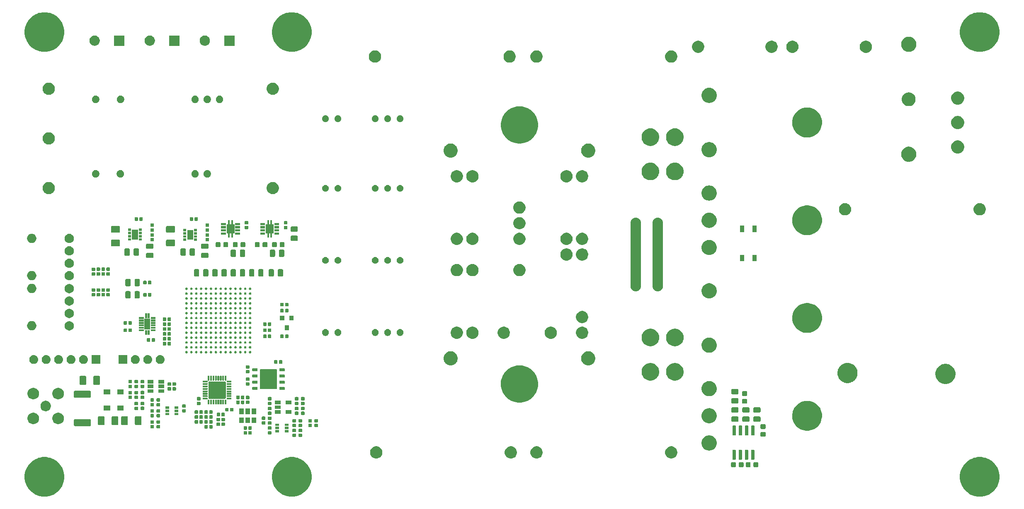
<source format=gbr>
G04 #@! TF.GenerationSoftware,KiCad,Pcbnew,5.1.4-e60b266~84~ubuntu18.04.1*
G04 #@! TF.CreationDate,2019-11-06T15:58:43-08:00*
G04 #@! TF.ProjectId,integrated,696e7465-6772-4617-9465-642e6b696361,rev?*
G04 #@! TF.SameCoordinates,Original*
G04 #@! TF.FileFunction,Soldermask,Top*
G04 #@! TF.FilePolarity,Negative*
%FSLAX46Y46*%
G04 Gerber Fmt 4.6, Leading zero omitted, Abs format (unit mm)*
G04 Created by KiCad (PCBNEW 5.1.4-e60b266~84~ubuntu18.04.1) date 2019-11-06 15:58:43*
%MOMM*%
%LPD*%
G04 APERTURE LIST*
%ADD10C,0.100000*%
G04 APERTURE END LIST*
D10*
G36*
X55420524Y-141553759D02*
G01*
X55681341Y-141605639D01*
X55986638Y-141732097D01*
X56418393Y-141910936D01*
X57081723Y-142354159D01*
X57645841Y-142918277D01*
X58089064Y-143581607D01*
X58394361Y-144318660D01*
X58550000Y-145101108D01*
X58550000Y-145898892D01*
X58394361Y-146681340D01*
X58089064Y-147418393D01*
X57645841Y-148081723D01*
X57081723Y-148645841D01*
X56418393Y-149089064D01*
X55986638Y-149267903D01*
X55681341Y-149394361D01*
X55420524Y-149446241D01*
X54898892Y-149550000D01*
X54101108Y-149550000D01*
X53579476Y-149446241D01*
X53318659Y-149394361D01*
X53013362Y-149267903D01*
X52581607Y-149089064D01*
X51918277Y-148645841D01*
X51354159Y-148081723D01*
X50910936Y-147418393D01*
X50605639Y-146681340D01*
X50450000Y-145898892D01*
X50450000Y-145101108D01*
X50605639Y-144318660D01*
X50910936Y-143581607D01*
X51354159Y-142918277D01*
X51918277Y-142354159D01*
X52581607Y-141910936D01*
X53013362Y-141732097D01*
X53318659Y-141605639D01*
X53579476Y-141553759D01*
X54101108Y-141450000D01*
X54898892Y-141450000D01*
X55420524Y-141553759D01*
X55420524Y-141553759D01*
G37*
G36*
X105920524Y-141553759D02*
G01*
X106181341Y-141605639D01*
X106486638Y-141732097D01*
X106918393Y-141910936D01*
X107581723Y-142354159D01*
X108145841Y-142918277D01*
X108589064Y-143581607D01*
X108894361Y-144318660D01*
X109050000Y-145101108D01*
X109050000Y-145898892D01*
X108894361Y-146681340D01*
X108589064Y-147418393D01*
X108145841Y-148081723D01*
X107581723Y-148645841D01*
X106918393Y-149089064D01*
X106486638Y-149267903D01*
X106181341Y-149394361D01*
X105920524Y-149446241D01*
X105398892Y-149550000D01*
X104601108Y-149550000D01*
X104079476Y-149446241D01*
X103818659Y-149394361D01*
X103513362Y-149267903D01*
X103081607Y-149089064D01*
X102418277Y-148645841D01*
X101854159Y-148081723D01*
X101410936Y-147418393D01*
X101105639Y-146681340D01*
X100950000Y-145898892D01*
X100950000Y-145101108D01*
X101105639Y-144318660D01*
X101410936Y-143581607D01*
X101854159Y-142918277D01*
X102418277Y-142354159D01*
X103081607Y-141910936D01*
X103513362Y-141732097D01*
X103818659Y-141605639D01*
X104079476Y-141553759D01*
X104601108Y-141450000D01*
X105398892Y-141450000D01*
X105920524Y-141553759D01*
X105920524Y-141553759D01*
G37*
G36*
X246420524Y-141553759D02*
G01*
X246681341Y-141605639D01*
X246986638Y-141732097D01*
X247418393Y-141910936D01*
X248081723Y-142354159D01*
X248645841Y-142918277D01*
X249089064Y-143581607D01*
X249394361Y-144318660D01*
X249550000Y-145101108D01*
X249550000Y-145898892D01*
X249394361Y-146681340D01*
X249089064Y-147418393D01*
X248645841Y-148081723D01*
X248081723Y-148645841D01*
X247418393Y-149089064D01*
X246986638Y-149267903D01*
X246681341Y-149394361D01*
X246420524Y-149446241D01*
X245898892Y-149550000D01*
X245101108Y-149550000D01*
X244579476Y-149446241D01*
X244318659Y-149394361D01*
X244013362Y-149267903D01*
X243581607Y-149089064D01*
X242918277Y-148645841D01*
X242354159Y-148081723D01*
X241910936Y-147418393D01*
X241605639Y-146681340D01*
X241450000Y-145898892D01*
X241450000Y-145101108D01*
X241605639Y-144318660D01*
X241910936Y-143581607D01*
X242354159Y-142918277D01*
X242918277Y-142354159D01*
X243581607Y-141910936D01*
X244013362Y-141732097D01*
X244318659Y-141605639D01*
X244579476Y-141553759D01*
X245101108Y-141450000D01*
X245898892Y-141450000D01*
X246420524Y-141553759D01*
X246420524Y-141553759D01*
G37*
G36*
X198523879Y-142479440D02*
G01*
X198564870Y-142491874D01*
X198602645Y-142512065D01*
X198635758Y-142539242D01*
X198662935Y-142572355D01*
X198683126Y-142610130D01*
X198695560Y-142651121D01*
X198700000Y-142696204D01*
X198700000Y-143303796D01*
X198695560Y-143348879D01*
X198683126Y-143389870D01*
X198662935Y-143427645D01*
X198635758Y-143460758D01*
X198602645Y-143487935D01*
X198564870Y-143508126D01*
X198523879Y-143520560D01*
X198478796Y-143525000D01*
X197946204Y-143525000D01*
X197901121Y-143520560D01*
X197860130Y-143508126D01*
X197822355Y-143487935D01*
X197789242Y-143460758D01*
X197762065Y-143427645D01*
X197741874Y-143389870D01*
X197729440Y-143348879D01*
X197725000Y-143303796D01*
X197725000Y-142696204D01*
X197729440Y-142651121D01*
X197741874Y-142610130D01*
X197762065Y-142572355D01*
X197789242Y-142539242D01*
X197822355Y-142512065D01*
X197860130Y-142491874D01*
X197901121Y-142479440D01*
X197946204Y-142475000D01*
X198478796Y-142475000D01*
X198523879Y-142479440D01*
X198523879Y-142479440D01*
G37*
G36*
X200098879Y-142479440D02*
G01*
X200139870Y-142491874D01*
X200177645Y-142512065D01*
X200210758Y-142539242D01*
X200237935Y-142572355D01*
X200258126Y-142610130D01*
X200270560Y-142651121D01*
X200275000Y-142696204D01*
X200275000Y-143303796D01*
X200270560Y-143348879D01*
X200258126Y-143389870D01*
X200237935Y-143427645D01*
X200210758Y-143460758D01*
X200177645Y-143487935D01*
X200139870Y-143508126D01*
X200098879Y-143520560D01*
X200053796Y-143525000D01*
X199521204Y-143525000D01*
X199476121Y-143520560D01*
X199435130Y-143508126D01*
X199397355Y-143487935D01*
X199364242Y-143460758D01*
X199337065Y-143427645D01*
X199316874Y-143389870D01*
X199304440Y-143348879D01*
X199300000Y-143303796D01*
X199300000Y-142696204D01*
X199304440Y-142651121D01*
X199316874Y-142610130D01*
X199337065Y-142572355D01*
X199364242Y-142539242D01*
X199397355Y-142512065D01*
X199435130Y-142491874D01*
X199476121Y-142479440D01*
X199521204Y-142475000D01*
X200053796Y-142475000D01*
X200098879Y-142479440D01*
X200098879Y-142479440D01*
G37*
G36*
X195523879Y-142479440D02*
G01*
X195564870Y-142491874D01*
X195602645Y-142512065D01*
X195635758Y-142539242D01*
X195662935Y-142572355D01*
X195683126Y-142610130D01*
X195695560Y-142651121D01*
X195700000Y-142696204D01*
X195700000Y-143303796D01*
X195695560Y-143348879D01*
X195683126Y-143389870D01*
X195662935Y-143427645D01*
X195635758Y-143460758D01*
X195602645Y-143487935D01*
X195564870Y-143508126D01*
X195523879Y-143520560D01*
X195478796Y-143525000D01*
X194946204Y-143525000D01*
X194901121Y-143520560D01*
X194860130Y-143508126D01*
X194822355Y-143487935D01*
X194789242Y-143460758D01*
X194762065Y-143427645D01*
X194741874Y-143389870D01*
X194729440Y-143348879D01*
X194725000Y-143303796D01*
X194725000Y-142696204D01*
X194729440Y-142651121D01*
X194741874Y-142610130D01*
X194762065Y-142572355D01*
X194789242Y-142539242D01*
X194822355Y-142512065D01*
X194860130Y-142491874D01*
X194901121Y-142479440D01*
X194946204Y-142475000D01*
X195478796Y-142475000D01*
X195523879Y-142479440D01*
X195523879Y-142479440D01*
G37*
G36*
X197098879Y-142479440D02*
G01*
X197139870Y-142491874D01*
X197177645Y-142512065D01*
X197210758Y-142539242D01*
X197237935Y-142572355D01*
X197258126Y-142610130D01*
X197270560Y-142651121D01*
X197275000Y-142696204D01*
X197275000Y-143303796D01*
X197270560Y-143348879D01*
X197258126Y-143389870D01*
X197237935Y-143427645D01*
X197210758Y-143460758D01*
X197177645Y-143487935D01*
X197139870Y-143508126D01*
X197098879Y-143520560D01*
X197053796Y-143525000D01*
X196521204Y-143525000D01*
X196476121Y-143520560D01*
X196435130Y-143508126D01*
X196397355Y-143487935D01*
X196364242Y-143460758D01*
X196337065Y-143427645D01*
X196316874Y-143389870D01*
X196304440Y-143348879D01*
X196300000Y-143303796D01*
X196300000Y-142696204D01*
X196304440Y-142651121D01*
X196316874Y-142610130D01*
X196337065Y-142572355D01*
X196364242Y-142539242D01*
X196397355Y-142512065D01*
X196435130Y-142491874D01*
X196476121Y-142479440D01*
X196521204Y-142475000D01*
X197053796Y-142475000D01*
X197098879Y-142479440D01*
X197098879Y-142479440D01*
G37*
G36*
X199384216Y-139953119D02*
G01*
X199412309Y-139961641D01*
X199438204Y-139975483D01*
X199460896Y-139994104D01*
X199479517Y-140016796D01*
X199493359Y-140042691D01*
X199501881Y-140070784D01*
X199505000Y-140102454D01*
X199505000Y-141847546D01*
X199501881Y-141879216D01*
X199493359Y-141907309D01*
X199479517Y-141933204D01*
X199460896Y-141955896D01*
X199438204Y-141974517D01*
X199412309Y-141988359D01*
X199384216Y-141996881D01*
X199352546Y-142000000D01*
X198957454Y-142000000D01*
X198925784Y-141996881D01*
X198897691Y-141988359D01*
X198871796Y-141974517D01*
X198849104Y-141955896D01*
X198830483Y-141933204D01*
X198816641Y-141907309D01*
X198808119Y-141879216D01*
X198805000Y-141847546D01*
X198805000Y-140102454D01*
X198808119Y-140070784D01*
X198816641Y-140042691D01*
X198830483Y-140016796D01*
X198849104Y-139994104D01*
X198871796Y-139975483D01*
X198897691Y-139961641D01*
X198925784Y-139953119D01*
X198957454Y-139950000D01*
X199352546Y-139950000D01*
X199384216Y-139953119D01*
X199384216Y-139953119D01*
G37*
G36*
X195574216Y-139953119D02*
G01*
X195602309Y-139961641D01*
X195628204Y-139975483D01*
X195650896Y-139994104D01*
X195669517Y-140016796D01*
X195683359Y-140042691D01*
X195691881Y-140070784D01*
X195695000Y-140102454D01*
X195695000Y-141847546D01*
X195691881Y-141879216D01*
X195683359Y-141907309D01*
X195669517Y-141933204D01*
X195650896Y-141955896D01*
X195628204Y-141974517D01*
X195602309Y-141988359D01*
X195574216Y-141996881D01*
X195542546Y-142000000D01*
X195147454Y-142000000D01*
X195115784Y-141996881D01*
X195087691Y-141988359D01*
X195061796Y-141974517D01*
X195039104Y-141955896D01*
X195020483Y-141933204D01*
X195006641Y-141907309D01*
X194998119Y-141879216D01*
X194995000Y-141847546D01*
X194995000Y-140102454D01*
X194998119Y-140070784D01*
X195006641Y-140042691D01*
X195020483Y-140016796D01*
X195039104Y-139994104D01*
X195061796Y-139975483D01*
X195087691Y-139961641D01*
X195115784Y-139953119D01*
X195147454Y-139950000D01*
X195542546Y-139950000D01*
X195574216Y-139953119D01*
X195574216Y-139953119D01*
G37*
G36*
X198114216Y-139953119D02*
G01*
X198142309Y-139961641D01*
X198168204Y-139975483D01*
X198190896Y-139994104D01*
X198209517Y-140016796D01*
X198223359Y-140042691D01*
X198231881Y-140070784D01*
X198235000Y-140102454D01*
X198235000Y-141847546D01*
X198231881Y-141879216D01*
X198223359Y-141907309D01*
X198209517Y-141933204D01*
X198190896Y-141955896D01*
X198168204Y-141974517D01*
X198142309Y-141988359D01*
X198114216Y-141996881D01*
X198082546Y-142000000D01*
X197687454Y-142000000D01*
X197655784Y-141996881D01*
X197627691Y-141988359D01*
X197601796Y-141974517D01*
X197579104Y-141955896D01*
X197560483Y-141933204D01*
X197546641Y-141907309D01*
X197538119Y-141879216D01*
X197535000Y-141847546D01*
X197535000Y-140102454D01*
X197538119Y-140070784D01*
X197546641Y-140042691D01*
X197560483Y-140016796D01*
X197579104Y-139994104D01*
X197601796Y-139975483D01*
X197627691Y-139961641D01*
X197655784Y-139953119D01*
X197687454Y-139950000D01*
X198082546Y-139950000D01*
X198114216Y-139953119D01*
X198114216Y-139953119D01*
G37*
G36*
X196844216Y-139953119D02*
G01*
X196872309Y-139961641D01*
X196898204Y-139975483D01*
X196920896Y-139994104D01*
X196939517Y-140016796D01*
X196953359Y-140042691D01*
X196961881Y-140070784D01*
X196965000Y-140102454D01*
X196965000Y-141847546D01*
X196961881Y-141879216D01*
X196953359Y-141907309D01*
X196939517Y-141933204D01*
X196920896Y-141955896D01*
X196898204Y-141974517D01*
X196872309Y-141988359D01*
X196844216Y-141996881D01*
X196812546Y-142000000D01*
X196417454Y-142000000D01*
X196385784Y-141996881D01*
X196357691Y-141988359D01*
X196331796Y-141974517D01*
X196309104Y-141955896D01*
X196290483Y-141933204D01*
X196276641Y-141907309D01*
X196268119Y-141879216D01*
X196265000Y-141847546D01*
X196265000Y-140102454D01*
X196268119Y-140070784D01*
X196276641Y-140042691D01*
X196290483Y-140016796D01*
X196309104Y-139994104D01*
X196331796Y-139975483D01*
X196357691Y-139961641D01*
X196385784Y-139953119D01*
X196417454Y-139950000D01*
X196812546Y-139950000D01*
X196844216Y-139953119D01*
X196844216Y-139953119D01*
G37*
G36*
X155364610Y-139298036D02*
G01*
X155592095Y-139392264D01*
X155592097Y-139392265D01*
X155695156Y-139461127D01*
X155796827Y-139529061D01*
X155970939Y-139703173D01*
X156107736Y-139907905D01*
X156201964Y-140135390D01*
X156250000Y-140376884D01*
X156250000Y-140623116D01*
X156201964Y-140864610D01*
X156107736Y-141092095D01*
X156107735Y-141092097D01*
X155970938Y-141296828D01*
X155796828Y-141470938D01*
X155592097Y-141607735D01*
X155592096Y-141607736D01*
X155592095Y-141607736D01*
X155364610Y-141701964D01*
X155123116Y-141750000D01*
X154876884Y-141750000D01*
X154635390Y-141701964D01*
X154407905Y-141607736D01*
X154407904Y-141607736D01*
X154407903Y-141607735D01*
X154203172Y-141470938D01*
X154029062Y-141296828D01*
X153892265Y-141092097D01*
X153892264Y-141092095D01*
X153798036Y-140864610D01*
X153750000Y-140623116D01*
X153750000Y-140376884D01*
X153798036Y-140135390D01*
X153892264Y-139907905D01*
X154029061Y-139703173D01*
X154203173Y-139529061D01*
X154304844Y-139461127D01*
X154407903Y-139392265D01*
X154407905Y-139392264D01*
X154635390Y-139298036D01*
X154876884Y-139250000D01*
X155123116Y-139250000D01*
X155364610Y-139298036D01*
X155364610Y-139298036D01*
G37*
G36*
X122614610Y-139298036D02*
G01*
X122842095Y-139392264D01*
X122842097Y-139392265D01*
X122945156Y-139461127D01*
X123046827Y-139529061D01*
X123220939Y-139703173D01*
X123357736Y-139907905D01*
X123451964Y-140135390D01*
X123500000Y-140376884D01*
X123500000Y-140623116D01*
X123451964Y-140864610D01*
X123357736Y-141092095D01*
X123357735Y-141092097D01*
X123220938Y-141296828D01*
X123046828Y-141470938D01*
X122842097Y-141607735D01*
X122842096Y-141607736D01*
X122842095Y-141607736D01*
X122614610Y-141701964D01*
X122373116Y-141750000D01*
X122126884Y-141750000D01*
X121885390Y-141701964D01*
X121657905Y-141607736D01*
X121657904Y-141607736D01*
X121657903Y-141607735D01*
X121453172Y-141470938D01*
X121279062Y-141296828D01*
X121142265Y-141092097D01*
X121142264Y-141092095D01*
X121048036Y-140864610D01*
X121000000Y-140623116D01*
X121000000Y-140376884D01*
X121048036Y-140135390D01*
X121142264Y-139907905D01*
X121279061Y-139703173D01*
X121453173Y-139529061D01*
X121554844Y-139461127D01*
X121657903Y-139392265D01*
X121657905Y-139392264D01*
X121885390Y-139298036D01*
X122126884Y-139250000D01*
X122373116Y-139250000D01*
X122614610Y-139298036D01*
X122614610Y-139298036D01*
G37*
G36*
X150114610Y-139298036D02*
G01*
X150342095Y-139392264D01*
X150342097Y-139392265D01*
X150445156Y-139461127D01*
X150546827Y-139529061D01*
X150720939Y-139703173D01*
X150857736Y-139907905D01*
X150951964Y-140135390D01*
X151000000Y-140376884D01*
X151000000Y-140623116D01*
X150951964Y-140864610D01*
X150857736Y-141092095D01*
X150857735Y-141092097D01*
X150720938Y-141296828D01*
X150546828Y-141470938D01*
X150342097Y-141607735D01*
X150342096Y-141607736D01*
X150342095Y-141607736D01*
X150114610Y-141701964D01*
X149873116Y-141750000D01*
X149626884Y-141750000D01*
X149385390Y-141701964D01*
X149157905Y-141607736D01*
X149157904Y-141607736D01*
X149157903Y-141607735D01*
X148953172Y-141470938D01*
X148779062Y-141296828D01*
X148642265Y-141092097D01*
X148642264Y-141092095D01*
X148548036Y-140864610D01*
X148500000Y-140623116D01*
X148500000Y-140376884D01*
X148548036Y-140135390D01*
X148642264Y-139907905D01*
X148779061Y-139703173D01*
X148953173Y-139529061D01*
X149054844Y-139461127D01*
X149157903Y-139392265D01*
X149157905Y-139392264D01*
X149385390Y-139298036D01*
X149626884Y-139250000D01*
X149873116Y-139250000D01*
X150114610Y-139298036D01*
X150114610Y-139298036D01*
G37*
G36*
X182864610Y-139298036D02*
G01*
X183092095Y-139392264D01*
X183092097Y-139392265D01*
X183195156Y-139461127D01*
X183296827Y-139529061D01*
X183470939Y-139703173D01*
X183607736Y-139907905D01*
X183701964Y-140135390D01*
X183750000Y-140376884D01*
X183750000Y-140623116D01*
X183701964Y-140864610D01*
X183607736Y-141092095D01*
X183607735Y-141092097D01*
X183470938Y-141296828D01*
X183296828Y-141470938D01*
X183092097Y-141607735D01*
X183092096Y-141607736D01*
X183092095Y-141607736D01*
X182864610Y-141701964D01*
X182623116Y-141750000D01*
X182376884Y-141750000D01*
X182135390Y-141701964D01*
X181907905Y-141607736D01*
X181907904Y-141607736D01*
X181907903Y-141607735D01*
X181703172Y-141470938D01*
X181529062Y-141296828D01*
X181392265Y-141092097D01*
X181392264Y-141092095D01*
X181298036Y-140864610D01*
X181250000Y-140623116D01*
X181250000Y-140376884D01*
X181298036Y-140135390D01*
X181392264Y-139907905D01*
X181529061Y-139703173D01*
X181703173Y-139529061D01*
X181804844Y-139461127D01*
X181907903Y-139392265D01*
X181907905Y-139392264D01*
X182135390Y-139298036D01*
X182376884Y-139250000D01*
X182623116Y-139250000D01*
X182864610Y-139298036D01*
X182864610Y-139298036D01*
G37*
G36*
X190455485Y-137020507D02*
G01*
X190702118Y-137069565D01*
X190818960Y-137117963D01*
X190984199Y-137186407D01*
X191020643Y-137210758D01*
X191238068Y-137356036D01*
X191453964Y-137571932D01*
X191453965Y-137571934D01*
X191623593Y-137825801D01*
X191740435Y-138107883D01*
X191800000Y-138407337D01*
X191800000Y-138712663D01*
X191740435Y-139012117D01*
X191623593Y-139294199D01*
X191558068Y-139392264D01*
X191453964Y-139548068D01*
X191238068Y-139763964D01*
X191110273Y-139849353D01*
X190984199Y-139933593D01*
X190883067Y-139975483D01*
X190702118Y-140050435D01*
X190552390Y-140080218D01*
X190402663Y-140110000D01*
X190097337Y-140110000D01*
X189947610Y-140080218D01*
X189797882Y-140050435D01*
X189616933Y-139975483D01*
X189515801Y-139933593D01*
X189389727Y-139849353D01*
X189261932Y-139763964D01*
X189046036Y-139548068D01*
X188941932Y-139392264D01*
X188876407Y-139294199D01*
X188759565Y-139012117D01*
X188700000Y-138712663D01*
X188700000Y-138407337D01*
X188759565Y-138107883D01*
X188876407Y-137825801D01*
X189046035Y-137571934D01*
X189046036Y-137571932D01*
X189261932Y-137356036D01*
X189479357Y-137210758D01*
X189515801Y-137186407D01*
X189681040Y-137117963D01*
X189797882Y-137069565D01*
X190044515Y-137020507D01*
X190097337Y-137010000D01*
X190402663Y-137010000D01*
X190455485Y-137020507D01*
X190455485Y-137020507D01*
G37*
G36*
X107001228Y-136643071D02*
G01*
X107028855Y-136651452D01*
X107054311Y-136665058D01*
X107076627Y-136683373D01*
X107094942Y-136705689D01*
X107108548Y-136731145D01*
X107116929Y-136758772D01*
X107120000Y-136789954D01*
X107120000Y-137180046D01*
X107116929Y-137211228D01*
X107108548Y-137238855D01*
X107094942Y-137264311D01*
X107076627Y-137286627D01*
X107054311Y-137304942D01*
X107028855Y-137318548D01*
X107001228Y-137326929D01*
X106970046Y-137330000D01*
X106529954Y-137330000D01*
X106498772Y-137326929D01*
X106471145Y-137318548D01*
X106445689Y-137304942D01*
X106423373Y-137286627D01*
X106405058Y-137264311D01*
X106391452Y-137238855D01*
X106383071Y-137211228D01*
X106380000Y-137180046D01*
X106380000Y-136789954D01*
X106383071Y-136758772D01*
X106391452Y-136731145D01*
X106405058Y-136705689D01*
X106423373Y-136683373D01*
X106445689Y-136665058D01*
X106471145Y-136651452D01*
X106498772Y-136643071D01*
X106529954Y-136640000D01*
X106970046Y-136640000D01*
X107001228Y-136643071D01*
X107001228Y-136643071D01*
G37*
G36*
X105751228Y-136643071D02*
G01*
X105778855Y-136651452D01*
X105804311Y-136665058D01*
X105826627Y-136683373D01*
X105844942Y-136705689D01*
X105858548Y-136731145D01*
X105866929Y-136758772D01*
X105870000Y-136789954D01*
X105870000Y-137180046D01*
X105866929Y-137211228D01*
X105858548Y-137238855D01*
X105844942Y-137264311D01*
X105826627Y-137286627D01*
X105804311Y-137304942D01*
X105778855Y-137318548D01*
X105751228Y-137326929D01*
X105720046Y-137330000D01*
X105279954Y-137330000D01*
X105248772Y-137326929D01*
X105221145Y-137318548D01*
X105195689Y-137304942D01*
X105173373Y-137286627D01*
X105155058Y-137264311D01*
X105141452Y-137238855D01*
X105133071Y-137211228D01*
X105130000Y-137180046D01*
X105130000Y-136789954D01*
X105133071Y-136758772D01*
X105141452Y-136731145D01*
X105155058Y-136705689D01*
X105173373Y-136683373D01*
X105195689Y-136665058D01*
X105221145Y-136651452D01*
X105248772Y-136643071D01*
X105279954Y-136640000D01*
X105720046Y-136640000D01*
X105751228Y-136643071D01*
X105751228Y-136643071D01*
G37*
G36*
X201598879Y-136304440D02*
G01*
X201639870Y-136316874D01*
X201677645Y-136337065D01*
X201710758Y-136364242D01*
X201737935Y-136397355D01*
X201758126Y-136435130D01*
X201770560Y-136476121D01*
X201775000Y-136521204D01*
X201775000Y-137053796D01*
X201770560Y-137098879D01*
X201758126Y-137139870D01*
X201737935Y-137177645D01*
X201710758Y-137210758D01*
X201677645Y-137237935D01*
X201639870Y-137258126D01*
X201598879Y-137270560D01*
X201553796Y-137275000D01*
X200946204Y-137275000D01*
X200901121Y-137270560D01*
X200860130Y-137258126D01*
X200822355Y-137237935D01*
X200789242Y-137210758D01*
X200762065Y-137177645D01*
X200741874Y-137139870D01*
X200729440Y-137098879D01*
X200725000Y-137053796D01*
X200725000Y-136521204D01*
X200729440Y-136476121D01*
X200741874Y-136435130D01*
X200762065Y-136397355D01*
X200789242Y-136364242D01*
X200822355Y-136337065D01*
X200860130Y-136316874D01*
X200901121Y-136304440D01*
X200946204Y-136300000D01*
X201553796Y-136300000D01*
X201598879Y-136304440D01*
X201598879Y-136304440D01*
G37*
G36*
X195574216Y-135003119D02*
G01*
X195602309Y-135011641D01*
X195628204Y-135025483D01*
X195650896Y-135044104D01*
X195669517Y-135066796D01*
X195683359Y-135092691D01*
X195691881Y-135120784D01*
X195695000Y-135152454D01*
X195695000Y-136897546D01*
X195691881Y-136929216D01*
X195683359Y-136957309D01*
X195669517Y-136983204D01*
X195650896Y-137005896D01*
X195628204Y-137024517D01*
X195602309Y-137038359D01*
X195574216Y-137046881D01*
X195542546Y-137050000D01*
X195147454Y-137050000D01*
X195115784Y-137046881D01*
X195087691Y-137038359D01*
X195061796Y-137024517D01*
X195039104Y-137005896D01*
X195020483Y-136983204D01*
X195006641Y-136957309D01*
X194998119Y-136929216D01*
X194995000Y-136897546D01*
X194995000Y-135152454D01*
X194998119Y-135120784D01*
X195006641Y-135092691D01*
X195020483Y-135066796D01*
X195039104Y-135044104D01*
X195061796Y-135025483D01*
X195087691Y-135011641D01*
X195115784Y-135003119D01*
X195147454Y-135000000D01*
X195542546Y-135000000D01*
X195574216Y-135003119D01*
X195574216Y-135003119D01*
G37*
G36*
X199384216Y-135003119D02*
G01*
X199412309Y-135011641D01*
X199438204Y-135025483D01*
X199460896Y-135044104D01*
X199479517Y-135066796D01*
X199493359Y-135092691D01*
X199501881Y-135120784D01*
X199505000Y-135152454D01*
X199505000Y-136897546D01*
X199501881Y-136929216D01*
X199493359Y-136957309D01*
X199479517Y-136983204D01*
X199460896Y-137005896D01*
X199438204Y-137024517D01*
X199412309Y-137038359D01*
X199384216Y-137046881D01*
X199352546Y-137050000D01*
X198957454Y-137050000D01*
X198925784Y-137046881D01*
X198897691Y-137038359D01*
X198871796Y-137024517D01*
X198849104Y-137005896D01*
X198830483Y-136983204D01*
X198816641Y-136957309D01*
X198808119Y-136929216D01*
X198805000Y-136897546D01*
X198805000Y-135152454D01*
X198808119Y-135120784D01*
X198816641Y-135092691D01*
X198830483Y-135066796D01*
X198849104Y-135044104D01*
X198871796Y-135025483D01*
X198897691Y-135011641D01*
X198925784Y-135003119D01*
X198957454Y-135000000D01*
X199352546Y-135000000D01*
X199384216Y-135003119D01*
X199384216Y-135003119D01*
G37*
G36*
X198114216Y-135003119D02*
G01*
X198142309Y-135011641D01*
X198168204Y-135025483D01*
X198190896Y-135044104D01*
X198209517Y-135066796D01*
X198223359Y-135092691D01*
X198231881Y-135120784D01*
X198235000Y-135152454D01*
X198235000Y-136897546D01*
X198231881Y-136929216D01*
X198223359Y-136957309D01*
X198209517Y-136983204D01*
X198190896Y-137005896D01*
X198168204Y-137024517D01*
X198142309Y-137038359D01*
X198114216Y-137046881D01*
X198082546Y-137050000D01*
X197687454Y-137050000D01*
X197655784Y-137046881D01*
X197627691Y-137038359D01*
X197601796Y-137024517D01*
X197579104Y-137005896D01*
X197560483Y-136983204D01*
X197546641Y-136957309D01*
X197538119Y-136929216D01*
X197535000Y-136897546D01*
X197535000Y-135152454D01*
X197538119Y-135120784D01*
X197546641Y-135092691D01*
X197560483Y-135066796D01*
X197579104Y-135044104D01*
X197601796Y-135025483D01*
X197627691Y-135011641D01*
X197655784Y-135003119D01*
X197687454Y-135000000D01*
X198082546Y-135000000D01*
X198114216Y-135003119D01*
X198114216Y-135003119D01*
G37*
G36*
X196844216Y-135003119D02*
G01*
X196872309Y-135011641D01*
X196898204Y-135025483D01*
X196920896Y-135044104D01*
X196939517Y-135066796D01*
X196953359Y-135092691D01*
X196961881Y-135120784D01*
X196965000Y-135152454D01*
X196965000Y-136897546D01*
X196961881Y-136929216D01*
X196953359Y-136957309D01*
X196939517Y-136983204D01*
X196920896Y-137005896D01*
X196898204Y-137024517D01*
X196872309Y-137038359D01*
X196844216Y-137046881D01*
X196812546Y-137050000D01*
X196417454Y-137050000D01*
X196385784Y-137046881D01*
X196357691Y-137038359D01*
X196331796Y-137024517D01*
X196309104Y-137005896D01*
X196290483Y-136983204D01*
X196276641Y-136957309D01*
X196268119Y-136929216D01*
X196265000Y-136897546D01*
X196265000Y-135152454D01*
X196268119Y-135120784D01*
X196276641Y-135092691D01*
X196290483Y-135066796D01*
X196309104Y-135044104D01*
X196331796Y-135025483D01*
X196357691Y-135011641D01*
X196385784Y-135003119D01*
X196417454Y-135000000D01*
X196812546Y-135000000D01*
X196844216Y-135003119D01*
X196844216Y-135003119D01*
G37*
G36*
X95741228Y-136133071D02*
G01*
X95768855Y-136141452D01*
X95794311Y-136155058D01*
X95816627Y-136173373D01*
X95834942Y-136195689D01*
X95848548Y-136221145D01*
X95856929Y-136248772D01*
X95860000Y-136279954D01*
X95860000Y-136720046D01*
X95856929Y-136751228D01*
X95848548Y-136778855D01*
X95834942Y-136804311D01*
X95816627Y-136826627D01*
X95794311Y-136844942D01*
X95768855Y-136858548D01*
X95741228Y-136866929D01*
X95710046Y-136870000D01*
X95319954Y-136870000D01*
X95288772Y-136866929D01*
X95261145Y-136858548D01*
X95235689Y-136844942D01*
X95213373Y-136826627D01*
X95195058Y-136804311D01*
X95181452Y-136778855D01*
X95173071Y-136751228D01*
X95170000Y-136720046D01*
X95170000Y-136279954D01*
X95173071Y-136248772D01*
X95181452Y-136221145D01*
X95195058Y-136195689D01*
X95213373Y-136173373D01*
X95235689Y-136155058D01*
X95261145Y-136141452D01*
X95288772Y-136133071D01*
X95319954Y-136130000D01*
X95710046Y-136130000D01*
X95741228Y-136133071D01*
X95741228Y-136133071D01*
G37*
G36*
X96711228Y-136133071D02*
G01*
X96738855Y-136141452D01*
X96764311Y-136155058D01*
X96786627Y-136173373D01*
X96804942Y-136195689D01*
X96818548Y-136221145D01*
X96826929Y-136248772D01*
X96830000Y-136279954D01*
X96830000Y-136720046D01*
X96826929Y-136751228D01*
X96818548Y-136778855D01*
X96804942Y-136804311D01*
X96786627Y-136826627D01*
X96764311Y-136844942D01*
X96738855Y-136858548D01*
X96711228Y-136866929D01*
X96680046Y-136870000D01*
X96289954Y-136870000D01*
X96258772Y-136866929D01*
X96231145Y-136858548D01*
X96205689Y-136844942D01*
X96183373Y-136826627D01*
X96165058Y-136804311D01*
X96151452Y-136778855D01*
X96143071Y-136751228D01*
X96140000Y-136720046D01*
X96140000Y-136279954D01*
X96143071Y-136248772D01*
X96151452Y-136221145D01*
X96165058Y-136195689D01*
X96183373Y-136173373D01*
X96205689Y-136155058D01*
X96231145Y-136141452D01*
X96258772Y-136133071D01*
X96289954Y-136130000D01*
X96680046Y-136130000D01*
X96711228Y-136133071D01*
X96711228Y-136133071D01*
G37*
G36*
X100751228Y-136143071D02*
G01*
X100778855Y-136151452D01*
X100804311Y-136165058D01*
X100826627Y-136183373D01*
X100844942Y-136205689D01*
X100858548Y-136231145D01*
X100866929Y-136258772D01*
X100870000Y-136289954D01*
X100870000Y-136680046D01*
X100866929Y-136711228D01*
X100858548Y-136738855D01*
X100844942Y-136764311D01*
X100826627Y-136786627D01*
X100804311Y-136804942D01*
X100778855Y-136818548D01*
X100751228Y-136826929D01*
X100720046Y-136830000D01*
X100279954Y-136830000D01*
X100248772Y-136826929D01*
X100221145Y-136818548D01*
X100195689Y-136804942D01*
X100173373Y-136786627D01*
X100155058Y-136764311D01*
X100141452Y-136738855D01*
X100133071Y-136711228D01*
X100130000Y-136680046D01*
X100130000Y-136289954D01*
X100133071Y-136258772D01*
X100141452Y-136231145D01*
X100155058Y-136205689D01*
X100173373Y-136183373D01*
X100195689Y-136165058D01*
X100221145Y-136151452D01*
X100248772Y-136143071D01*
X100279954Y-136140000D01*
X100720046Y-136140000D01*
X100751228Y-136143071D01*
X100751228Y-136143071D01*
G37*
G36*
X104325000Y-136400000D02*
G01*
X103575000Y-136400000D01*
X103575000Y-135900000D01*
X104325000Y-135900000D01*
X104325000Y-136400000D01*
X104325000Y-136400000D01*
G37*
G36*
X102425000Y-136400000D02*
G01*
X101675000Y-136400000D01*
X101675000Y-135900000D01*
X102425000Y-135900000D01*
X102425000Y-136400000D01*
X102425000Y-136400000D01*
G37*
G36*
X107001228Y-135673071D02*
G01*
X107028855Y-135681452D01*
X107054311Y-135695058D01*
X107076627Y-135713373D01*
X107094942Y-135735689D01*
X107108548Y-135761145D01*
X107116929Y-135788772D01*
X107120000Y-135819954D01*
X107120000Y-136210046D01*
X107116929Y-136241228D01*
X107108548Y-136268855D01*
X107094942Y-136294311D01*
X107076627Y-136316627D01*
X107054311Y-136334942D01*
X107028855Y-136348548D01*
X107001228Y-136356929D01*
X106970046Y-136360000D01*
X106529954Y-136360000D01*
X106498772Y-136356929D01*
X106471145Y-136348548D01*
X106445689Y-136334942D01*
X106423373Y-136316627D01*
X106405058Y-136294311D01*
X106391452Y-136268855D01*
X106383071Y-136241228D01*
X106380000Y-136210046D01*
X106380000Y-135819954D01*
X106383071Y-135788772D01*
X106391452Y-135761145D01*
X106405058Y-135735689D01*
X106423373Y-135713373D01*
X106445689Y-135695058D01*
X106471145Y-135681452D01*
X106498772Y-135673071D01*
X106529954Y-135670000D01*
X106970046Y-135670000D01*
X107001228Y-135673071D01*
X107001228Y-135673071D01*
G37*
G36*
X105751228Y-135673071D02*
G01*
X105778855Y-135681452D01*
X105804311Y-135695058D01*
X105826627Y-135713373D01*
X105844942Y-135735689D01*
X105858548Y-135761145D01*
X105866929Y-135788772D01*
X105870000Y-135819954D01*
X105870000Y-136210046D01*
X105866929Y-136241228D01*
X105858548Y-136268855D01*
X105844942Y-136294311D01*
X105826627Y-136316627D01*
X105804311Y-136334942D01*
X105778855Y-136348548D01*
X105751228Y-136356929D01*
X105720046Y-136360000D01*
X105279954Y-136360000D01*
X105248772Y-136356929D01*
X105221145Y-136348548D01*
X105195689Y-136334942D01*
X105173373Y-136316627D01*
X105155058Y-136294311D01*
X105141452Y-136268855D01*
X105133071Y-136241228D01*
X105130000Y-136210046D01*
X105130000Y-135819954D01*
X105133071Y-135788772D01*
X105141452Y-135761145D01*
X105155058Y-135735689D01*
X105173373Y-135713373D01*
X105195689Y-135695058D01*
X105221145Y-135681452D01*
X105248772Y-135673071D01*
X105279954Y-135670000D01*
X105720046Y-135670000D01*
X105751228Y-135673071D01*
X105751228Y-135673071D01*
G37*
G36*
X210733833Y-129986487D02*
G01*
X211139652Y-130067209D01*
X211571641Y-130246145D01*
X211686804Y-130293847D01*
X211694717Y-130297125D01*
X212194262Y-130630910D01*
X212619090Y-131055738D01*
X212945169Y-131543750D01*
X212952876Y-131555285D01*
X212981753Y-131625000D01*
X213182791Y-132110348D01*
X213233444Y-132365000D01*
X213300000Y-132699600D01*
X213300000Y-133300400D01*
X213269822Y-133452117D01*
X213182791Y-133889652D01*
X213023193Y-134274954D01*
X212955865Y-134437500D01*
X212952875Y-134444717D01*
X212619090Y-134944262D01*
X212194262Y-135369090D01*
X211694717Y-135702875D01*
X211139652Y-135932791D01*
X210746817Y-136010930D01*
X210550400Y-136050000D01*
X209949600Y-136050000D01*
X209753183Y-136010930D01*
X209360348Y-135932791D01*
X208805283Y-135702875D01*
X208305738Y-135369090D01*
X207880910Y-134944262D01*
X207547125Y-134444717D01*
X207544136Y-134437500D01*
X207476807Y-134274954D01*
X207317209Y-133889652D01*
X207230178Y-133452117D01*
X207200000Y-133300400D01*
X207200000Y-132699600D01*
X207266556Y-132365000D01*
X207317209Y-132110348D01*
X207518247Y-131625000D01*
X207547124Y-131555285D01*
X207554831Y-131543750D01*
X207880910Y-131055738D01*
X208305738Y-130630910D01*
X208805283Y-130297125D01*
X208813197Y-130293847D01*
X208928359Y-130246145D01*
X209360348Y-130067209D01*
X209766167Y-129986487D01*
X209949600Y-129950000D01*
X210550400Y-129950000D01*
X210733833Y-129986487D01*
X210733833Y-129986487D01*
G37*
G36*
X96711228Y-135133071D02*
G01*
X96738855Y-135141452D01*
X96764311Y-135155058D01*
X96786627Y-135173373D01*
X96804942Y-135195689D01*
X96818548Y-135221145D01*
X96826929Y-135248772D01*
X96830000Y-135279954D01*
X96830000Y-135720046D01*
X96826929Y-135751228D01*
X96818548Y-135778855D01*
X96804942Y-135804311D01*
X96786627Y-135826627D01*
X96764311Y-135844942D01*
X96738855Y-135858548D01*
X96711228Y-135866929D01*
X96680046Y-135870000D01*
X96289954Y-135870000D01*
X96258772Y-135866929D01*
X96231145Y-135858548D01*
X96205689Y-135844942D01*
X96183373Y-135826627D01*
X96165058Y-135804311D01*
X96151452Y-135778855D01*
X96143071Y-135751228D01*
X96140000Y-135720046D01*
X96140000Y-135279954D01*
X96143071Y-135248772D01*
X96151452Y-135221145D01*
X96165058Y-135195689D01*
X96183373Y-135173373D01*
X96205689Y-135155058D01*
X96231145Y-135141452D01*
X96258772Y-135133071D01*
X96289954Y-135130000D01*
X96680046Y-135130000D01*
X96711228Y-135133071D01*
X96711228Y-135133071D01*
G37*
G36*
X95741228Y-135133071D02*
G01*
X95768855Y-135141452D01*
X95794311Y-135155058D01*
X95816627Y-135173373D01*
X95834942Y-135195689D01*
X95848548Y-135221145D01*
X95856929Y-135248772D01*
X95860000Y-135279954D01*
X95860000Y-135720046D01*
X95856929Y-135751228D01*
X95848548Y-135778855D01*
X95834942Y-135804311D01*
X95816627Y-135826627D01*
X95794311Y-135844942D01*
X95768855Y-135858548D01*
X95741228Y-135866929D01*
X95710046Y-135870000D01*
X95319954Y-135870000D01*
X95288772Y-135866929D01*
X95261145Y-135858548D01*
X95235689Y-135844942D01*
X95213373Y-135826627D01*
X95195058Y-135804311D01*
X95181452Y-135778855D01*
X95173071Y-135751228D01*
X95170000Y-135720046D01*
X95170000Y-135279954D01*
X95173071Y-135248772D01*
X95181452Y-135221145D01*
X95195058Y-135195689D01*
X95213373Y-135173373D01*
X95235689Y-135155058D01*
X95261145Y-135141452D01*
X95288772Y-135133071D01*
X95319954Y-135130000D01*
X95710046Y-135130000D01*
X95741228Y-135133071D01*
X95741228Y-135133071D01*
G37*
G36*
X100751228Y-135173071D02*
G01*
X100778855Y-135181452D01*
X100804311Y-135195058D01*
X100826627Y-135213373D01*
X100844942Y-135235689D01*
X100858548Y-135261145D01*
X100866929Y-135288772D01*
X100870000Y-135319954D01*
X100870000Y-135710046D01*
X100866929Y-135741228D01*
X100858548Y-135768855D01*
X100844942Y-135794311D01*
X100826627Y-135816627D01*
X100804311Y-135834942D01*
X100778855Y-135848548D01*
X100751228Y-135856929D01*
X100720046Y-135860000D01*
X100279954Y-135860000D01*
X100248772Y-135856929D01*
X100221145Y-135848548D01*
X100195689Y-135834942D01*
X100173373Y-135816627D01*
X100155058Y-135794311D01*
X100141452Y-135768855D01*
X100133071Y-135741228D01*
X100130000Y-135710046D01*
X100130000Y-135319954D01*
X100133071Y-135288772D01*
X100141452Y-135261145D01*
X100155058Y-135235689D01*
X100173373Y-135213373D01*
X100195689Y-135195058D01*
X100221145Y-135181452D01*
X100248772Y-135173071D01*
X100279954Y-135170000D01*
X100720046Y-135170000D01*
X100751228Y-135173071D01*
X100751228Y-135173071D01*
G37*
G36*
X102425000Y-135750000D02*
G01*
X101675000Y-135750000D01*
X101675000Y-135250000D01*
X102425000Y-135250000D01*
X102425000Y-135750000D01*
X102425000Y-135750000D01*
G37*
G36*
X104325000Y-135750000D02*
G01*
X103575000Y-135750000D01*
X103575000Y-135250000D01*
X104325000Y-135250000D01*
X104325000Y-135750000D01*
X104325000Y-135750000D01*
G37*
G36*
X201598879Y-134729440D02*
G01*
X201639870Y-134741874D01*
X201677645Y-134762065D01*
X201710758Y-134789242D01*
X201737935Y-134822355D01*
X201758126Y-134860130D01*
X201770560Y-134901121D01*
X201775000Y-134946204D01*
X201775000Y-135478796D01*
X201770560Y-135523879D01*
X201758126Y-135564870D01*
X201737935Y-135602645D01*
X201710758Y-135635758D01*
X201677645Y-135662935D01*
X201639870Y-135683126D01*
X201598879Y-135695560D01*
X201553796Y-135700000D01*
X200946204Y-135700000D01*
X200901121Y-135695560D01*
X200860130Y-135683126D01*
X200822355Y-135662935D01*
X200789242Y-135635758D01*
X200762065Y-135602645D01*
X200741874Y-135564870D01*
X200729440Y-135523879D01*
X200725000Y-135478796D01*
X200725000Y-134946204D01*
X200729440Y-134901121D01*
X200741874Y-134860130D01*
X200762065Y-134822355D01*
X200789242Y-134789242D01*
X200822355Y-134762065D01*
X200860130Y-134741874D01*
X200901121Y-134729440D01*
X200946204Y-134725000D01*
X201553796Y-134725000D01*
X201598879Y-134729440D01*
X201598879Y-134729440D01*
G37*
G36*
X88726228Y-134883071D02*
G01*
X88753855Y-134891452D01*
X88779311Y-134905058D01*
X88801627Y-134923373D01*
X88819942Y-134945689D01*
X88833548Y-134971145D01*
X88841929Y-134998772D01*
X88845000Y-135029954D01*
X88845000Y-135470046D01*
X88841929Y-135501228D01*
X88833548Y-135528855D01*
X88819942Y-135554311D01*
X88801627Y-135576627D01*
X88779311Y-135594942D01*
X88753855Y-135608548D01*
X88726228Y-135616929D01*
X88695046Y-135620000D01*
X88304954Y-135620000D01*
X88273772Y-135616929D01*
X88246145Y-135608548D01*
X88220689Y-135594942D01*
X88198373Y-135576627D01*
X88180058Y-135554311D01*
X88166452Y-135528855D01*
X88158071Y-135501228D01*
X88155000Y-135470046D01*
X88155000Y-135029954D01*
X88158071Y-134998772D01*
X88166452Y-134971145D01*
X88180058Y-134945689D01*
X88198373Y-134923373D01*
X88220689Y-134905058D01*
X88246145Y-134891452D01*
X88273772Y-134883071D01*
X88304954Y-134880000D01*
X88695046Y-134880000D01*
X88726228Y-134883071D01*
X88726228Y-134883071D01*
G37*
G36*
X87756228Y-134883071D02*
G01*
X87783855Y-134891452D01*
X87809311Y-134905058D01*
X87831627Y-134923373D01*
X87849942Y-134945689D01*
X87863548Y-134971145D01*
X87871929Y-134998772D01*
X87875000Y-135029954D01*
X87875000Y-135470046D01*
X87871929Y-135501228D01*
X87863548Y-135528855D01*
X87849942Y-135554311D01*
X87831627Y-135576627D01*
X87809311Y-135594942D01*
X87783855Y-135608548D01*
X87756228Y-135616929D01*
X87725046Y-135620000D01*
X87334954Y-135620000D01*
X87303772Y-135616929D01*
X87276145Y-135608548D01*
X87250689Y-135594942D01*
X87228373Y-135576627D01*
X87210058Y-135554311D01*
X87196452Y-135528855D01*
X87188071Y-135501228D01*
X87185000Y-135470046D01*
X87185000Y-135029954D01*
X87188071Y-134998772D01*
X87196452Y-134971145D01*
X87210058Y-134945689D01*
X87228373Y-134923373D01*
X87250689Y-134905058D01*
X87276145Y-134891452D01*
X87303772Y-134883071D01*
X87334954Y-134880000D01*
X87725046Y-134880000D01*
X87756228Y-134883071D01*
X87756228Y-134883071D01*
G37*
G36*
X76751228Y-134893071D02*
G01*
X76778855Y-134901452D01*
X76804311Y-134915058D01*
X76826627Y-134933373D01*
X76844942Y-134955689D01*
X76858548Y-134981145D01*
X76866929Y-135008772D01*
X76870000Y-135039954D01*
X76870000Y-135430046D01*
X76866929Y-135461228D01*
X76858548Y-135488855D01*
X76844942Y-135514311D01*
X76826627Y-135536627D01*
X76804311Y-135554942D01*
X76778855Y-135568548D01*
X76751228Y-135576929D01*
X76720046Y-135580000D01*
X76279954Y-135580000D01*
X76248772Y-135576929D01*
X76221145Y-135568548D01*
X76195689Y-135554942D01*
X76173373Y-135536627D01*
X76155058Y-135514311D01*
X76141452Y-135488855D01*
X76133071Y-135461228D01*
X76130000Y-135430046D01*
X76130000Y-135039954D01*
X76133071Y-135008772D01*
X76141452Y-134981145D01*
X76155058Y-134955689D01*
X76173373Y-134933373D01*
X76195689Y-134915058D01*
X76221145Y-134901452D01*
X76248772Y-134893071D01*
X76279954Y-134890000D01*
X76720046Y-134890000D01*
X76751228Y-134893071D01*
X76751228Y-134893071D01*
G37*
G36*
X78001228Y-134893071D02*
G01*
X78028855Y-134901452D01*
X78054311Y-134915058D01*
X78076627Y-134933373D01*
X78094942Y-134955689D01*
X78108548Y-134981145D01*
X78116929Y-135008772D01*
X78120000Y-135039954D01*
X78120000Y-135430046D01*
X78116929Y-135461228D01*
X78108548Y-135488855D01*
X78094942Y-135514311D01*
X78076627Y-135536627D01*
X78054311Y-135554942D01*
X78028855Y-135568548D01*
X78001228Y-135576929D01*
X77970046Y-135580000D01*
X77529954Y-135580000D01*
X77498772Y-135576929D01*
X77471145Y-135568548D01*
X77445689Y-135554942D01*
X77423373Y-135536627D01*
X77405058Y-135514311D01*
X77391452Y-135488855D01*
X77383071Y-135461228D01*
X77380000Y-135430046D01*
X77380000Y-135039954D01*
X77383071Y-135008772D01*
X77391452Y-134981145D01*
X77405058Y-134955689D01*
X77423373Y-134933373D01*
X77445689Y-134915058D01*
X77471145Y-134901452D01*
X77498772Y-134893071D01*
X77529954Y-134890000D01*
X77970046Y-134890000D01*
X78001228Y-134893071D01*
X78001228Y-134893071D01*
G37*
G36*
X107001228Y-134643071D02*
G01*
X107028855Y-134651452D01*
X107054311Y-134665058D01*
X107076627Y-134683373D01*
X107094942Y-134705689D01*
X107108548Y-134731145D01*
X107116929Y-134758772D01*
X107120000Y-134789954D01*
X107120000Y-135180046D01*
X107116929Y-135211228D01*
X107108548Y-135238855D01*
X107094942Y-135264311D01*
X107076627Y-135286627D01*
X107054311Y-135304942D01*
X107028855Y-135318548D01*
X107001228Y-135326929D01*
X106970046Y-135330000D01*
X106529954Y-135330000D01*
X106498772Y-135326929D01*
X106471145Y-135318548D01*
X106445689Y-135304942D01*
X106423373Y-135286627D01*
X106405058Y-135264311D01*
X106391452Y-135238855D01*
X106383071Y-135211228D01*
X106380000Y-135180046D01*
X106380000Y-134789954D01*
X106383071Y-134758772D01*
X106391452Y-134731145D01*
X106405058Y-134705689D01*
X106423373Y-134683373D01*
X106445689Y-134665058D01*
X106471145Y-134651452D01*
X106498772Y-134643071D01*
X106529954Y-134640000D01*
X106970046Y-134640000D01*
X107001228Y-134643071D01*
X107001228Y-134643071D01*
G37*
G36*
X109001228Y-134643071D02*
G01*
X109028855Y-134651452D01*
X109054311Y-134665058D01*
X109076627Y-134683373D01*
X109094942Y-134705689D01*
X109108548Y-134731145D01*
X109116929Y-134758772D01*
X109120000Y-134789954D01*
X109120000Y-135180046D01*
X109116929Y-135211228D01*
X109108548Y-135238855D01*
X109094942Y-135264311D01*
X109076627Y-135286627D01*
X109054311Y-135304942D01*
X109028855Y-135318548D01*
X109001228Y-135326929D01*
X108970046Y-135330000D01*
X108529954Y-135330000D01*
X108498772Y-135326929D01*
X108471145Y-135318548D01*
X108445689Y-135304942D01*
X108423373Y-135286627D01*
X108405058Y-135264311D01*
X108391452Y-135238855D01*
X108383071Y-135211228D01*
X108380000Y-135180046D01*
X108380000Y-134789954D01*
X108383071Y-134758772D01*
X108391452Y-134731145D01*
X108405058Y-134705689D01*
X108423373Y-134683373D01*
X108445689Y-134665058D01*
X108471145Y-134651452D01*
X108498772Y-134643071D01*
X108529954Y-134640000D01*
X108970046Y-134640000D01*
X109001228Y-134643071D01*
X109001228Y-134643071D01*
G37*
G36*
X105751228Y-134643071D02*
G01*
X105778855Y-134651452D01*
X105804311Y-134665058D01*
X105826627Y-134683373D01*
X105844942Y-134705689D01*
X105858548Y-134731145D01*
X105866929Y-134758772D01*
X105870000Y-134789954D01*
X105870000Y-135180046D01*
X105866929Y-135211228D01*
X105858548Y-135238855D01*
X105844942Y-135264311D01*
X105826627Y-135286627D01*
X105804311Y-135304942D01*
X105778855Y-135318548D01*
X105751228Y-135326929D01*
X105720046Y-135330000D01*
X105279954Y-135330000D01*
X105248772Y-135326929D01*
X105221145Y-135318548D01*
X105195689Y-135304942D01*
X105173373Y-135286627D01*
X105155058Y-135264311D01*
X105141452Y-135238855D01*
X105133071Y-135211228D01*
X105130000Y-135180046D01*
X105130000Y-134789954D01*
X105133071Y-134758772D01*
X105141452Y-134731145D01*
X105155058Y-134705689D01*
X105173373Y-134683373D01*
X105195689Y-134665058D01*
X105221145Y-134651452D01*
X105248772Y-134643071D01*
X105279954Y-134640000D01*
X105720046Y-134640000D01*
X105751228Y-134643071D01*
X105751228Y-134643071D01*
G37*
G36*
X110251228Y-134643071D02*
G01*
X110278855Y-134651452D01*
X110304311Y-134665058D01*
X110326627Y-134683373D01*
X110344942Y-134705689D01*
X110358548Y-134731145D01*
X110366929Y-134758772D01*
X110370000Y-134789954D01*
X110370000Y-135180046D01*
X110366929Y-135211228D01*
X110358548Y-135238855D01*
X110344942Y-135264311D01*
X110326627Y-135286627D01*
X110304311Y-135304942D01*
X110278855Y-135318548D01*
X110251228Y-135326929D01*
X110220046Y-135330000D01*
X109779954Y-135330000D01*
X109748772Y-135326929D01*
X109721145Y-135318548D01*
X109695689Y-135304942D01*
X109673373Y-135286627D01*
X109655058Y-135264311D01*
X109641452Y-135238855D01*
X109633071Y-135211228D01*
X109630000Y-135180046D01*
X109630000Y-134789954D01*
X109633071Y-134758772D01*
X109641452Y-134731145D01*
X109655058Y-134705689D01*
X109673373Y-134683373D01*
X109695689Y-134665058D01*
X109721145Y-134651452D01*
X109748772Y-134643071D01*
X109779954Y-134640000D01*
X110220046Y-134640000D01*
X110251228Y-134643071D01*
X110251228Y-134643071D01*
G37*
G36*
X63784158Y-133679791D02*
G01*
X63828582Y-133693267D01*
X63869521Y-133715149D01*
X63905403Y-133744597D01*
X63934851Y-133780479D01*
X63956733Y-133821418D01*
X63970209Y-133865842D01*
X63975000Y-133914490D01*
X63975000Y-134885510D01*
X63970209Y-134934158D01*
X63956733Y-134978582D01*
X63934851Y-135019521D01*
X63905403Y-135055403D01*
X63869521Y-135084851D01*
X63828582Y-135106733D01*
X63784158Y-135120209D01*
X63735510Y-135125000D01*
X60764490Y-135125000D01*
X60715842Y-135120209D01*
X60671418Y-135106733D01*
X60630479Y-135084851D01*
X60594597Y-135055403D01*
X60565149Y-135019521D01*
X60543267Y-134978582D01*
X60529791Y-134934158D01*
X60525000Y-134885510D01*
X60525000Y-133914490D01*
X60529791Y-133865842D01*
X60543267Y-133821418D01*
X60565149Y-133780479D01*
X60594597Y-133744597D01*
X60630479Y-133715149D01*
X60671418Y-133693267D01*
X60715842Y-133679791D01*
X60764490Y-133675000D01*
X63735510Y-133675000D01*
X63784158Y-133679791D01*
X63784158Y-133679791D01*
G37*
G36*
X104325000Y-135100000D02*
G01*
X103575000Y-135100000D01*
X103575000Y-134600000D01*
X104325000Y-134600000D01*
X104325000Y-135100000D01*
X104325000Y-135100000D01*
G37*
G36*
X102425000Y-135100000D02*
G01*
X101675000Y-135100000D01*
X101675000Y-134600000D01*
X102425000Y-134600000D01*
X102425000Y-135100000D01*
X102425000Y-135100000D01*
G37*
G36*
X90251228Y-134393071D02*
G01*
X90278855Y-134401452D01*
X90304311Y-134415058D01*
X90326627Y-134433373D01*
X90344942Y-134455689D01*
X90358548Y-134481145D01*
X90366929Y-134508772D01*
X90370000Y-134539954D01*
X90370000Y-134930046D01*
X90366929Y-134961228D01*
X90358548Y-134988855D01*
X90344942Y-135014311D01*
X90326627Y-135036627D01*
X90304311Y-135054942D01*
X90278855Y-135068548D01*
X90251228Y-135076929D01*
X90220046Y-135080000D01*
X89779954Y-135080000D01*
X89748772Y-135076929D01*
X89721145Y-135068548D01*
X89695689Y-135054942D01*
X89673373Y-135036627D01*
X89655058Y-135014311D01*
X89641452Y-134988855D01*
X89633071Y-134961228D01*
X89630000Y-134930046D01*
X89630000Y-134539954D01*
X89633071Y-134508772D01*
X89641452Y-134481145D01*
X89655058Y-134455689D01*
X89673373Y-134433373D01*
X89695689Y-134415058D01*
X89721145Y-134401452D01*
X89748772Y-134393071D01*
X89779954Y-134390000D01*
X90220046Y-134390000D01*
X90251228Y-134393071D01*
X90251228Y-134393071D01*
G37*
G36*
X91251228Y-134393071D02*
G01*
X91278855Y-134401452D01*
X91304311Y-134415058D01*
X91326627Y-134433373D01*
X91344942Y-134455689D01*
X91358548Y-134481145D01*
X91366929Y-134508772D01*
X91370000Y-134539954D01*
X91370000Y-134930046D01*
X91366929Y-134961228D01*
X91358548Y-134988855D01*
X91344942Y-135014311D01*
X91326627Y-135036627D01*
X91304311Y-135054942D01*
X91278855Y-135068548D01*
X91251228Y-135076929D01*
X91220046Y-135080000D01*
X90779954Y-135080000D01*
X90748772Y-135076929D01*
X90721145Y-135068548D01*
X90695689Y-135054942D01*
X90673373Y-135036627D01*
X90655058Y-135014311D01*
X90641452Y-134988855D01*
X90633071Y-134961228D01*
X90630000Y-134930046D01*
X90630000Y-134539954D01*
X90633071Y-134508772D01*
X90641452Y-134481145D01*
X90655058Y-134455689D01*
X90673373Y-134433373D01*
X90695689Y-134415058D01*
X90721145Y-134401452D01*
X90748772Y-134393071D01*
X90779954Y-134390000D01*
X91220046Y-134390000D01*
X91251228Y-134393071D01*
X91251228Y-134393071D01*
G37*
G36*
X66581774Y-133079848D02*
G01*
X66626751Y-133093492D01*
X66668202Y-133115649D01*
X66704534Y-133145466D01*
X66734351Y-133181798D01*
X66756508Y-133223249D01*
X66770152Y-133268226D01*
X66775000Y-133317454D01*
X66775000Y-134682546D01*
X66770152Y-134731774D01*
X66756508Y-134776751D01*
X66734351Y-134818202D01*
X66704534Y-134854534D01*
X66668202Y-134884351D01*
X66626751Y-134906508D01*
X66581774Y-134920152D01*
X66532546Y-134925000D01*
X65667454Y-134925000D01*
X65618226Y-134920152D01*
X65573249Y-134906508D01*
X65531798Y-134884351D01*
X65495466Y-134854534D01*
X65465649Y-134818202D01*
X65443492Y-134776751D01*
X65429848Y-134731774D01*
X65425000Y-134682546D01*
X65425000Y-133317454D01*
X65429848Y-133268226D01*
X65443492Y-133223249D01*
X65465649Y-133181798D01*
X65495466Y-133145466D01*
X65531798Y-133115649D01*
X65573249Y-133093492D01*
X65618226Y-133079848D01*
X65667454Y-133075000D01*
X66532546Y-133075000D01*
X66581774Y-133079848D01*
X66581774Y-133079848D01*
G37*
G36*
X69381774Y-133079848D02*
G01*
X69426751Y-133093492D01*
X69468202Y-133115649D01*
X69504534Y-133145466D01*
X69534351Y-133181798D01*
X69556508Y-133223249D01*
X69570152Y-133268226D01*
X69575000Y-133317454D01*
X69575000Y-134682546D01*
X69570152Y-134731774D01*
X69556508Y-134776751D01*
X69534351Y-134818202D01*
X69504534Y-134854534D01*
X69468202Y-134884351D01*
X69426751Y-134906508D01*
X69381774Y-134920152D01*
X69332546Y-134925000D01*
X68467454Y-134925000D01*
X68418226Y-134920152D01*
X68373249Y-134906508D01*
X68331798Y-134884351D01*
X68295466Y-134854534D01*
X68265649Y-134818202D01*
X68243492Y-134776751D01*
X68229848Y-134731774D01*
X68225000Y-134682546D01*
X68225000Y-133317454D01*
X68229848Y-133268226D01*
X68243492Y-133223249D01*
X68265649Y-133181798D01*
X68295466Y-133145466D01*
X68331798Y-133115649D01*
X68373249Y-133093492D01*
X68418226Y-133079848D01*
X68467454Y-133075000D01*
X69332546Y-133075000D01*
X69381774Y-133079848D01*
X69381774Y-133079848D01*
G37*
G36*
X74131774Y-133079848D02*
G01*
X74176751Y-133093492D01*
X74218202Y-133115649D01*
X74254534Y-133145466D01*
X74284351Y-133181798D01*
X74306508Y-133223249D01*
X74320152Y-133268226D01*
X74325000Y-133317454D01*
X74325000Y-134682546D01*
X74320152Y-134731774D01*
X74306508Y-134776751D01*
X74284351Y-134818202D01*
X74254534Y-134854534D01*
X74218202Y-134884351D01*
X74176751Y-134906508D01*
X74131774Y-134920152D01*
X74082546Y-134925000D01*
X73217454Y-134925000D01*
X73168226Y-134920152D01*
X73123249Y-134906508D01*
X73081798Y-134884351D01*
X73045466Y-134854534D01*
X73015649Y-134818202D01*
X72993492Y-134776751D01*
X72979848Y-134731774D01*
X72975000Y-134682546D01*
X72975000Y-133317454D01*
X72979848Y-133268226D01*
X72993492Y-133223249D01*
X73015649Y-133181798D01*
X73045466Y-133145466D01*
X73081798Y-133115649D01*
X73123249Y-133093492D01*
X73168226Y-133079848D01*
X73217454Y-133075000D01*
X74082546Y-133075000D01*
X74131774Y-133079848D01*
X74131774Y-133079848D01*
G37*
G36*
X71331774Y-133079848D02*
G01*
X71376751Y-133093492D01*
X71418202Y-133115649D01*
X71454534Y-133145466D01*
X71484351Y-133181798D01*
X71506508Y-133223249D01*
X71520152Y-133268226D01*
X71525000Y-133317454D01*
X71525000Y-134682546D01*
X71520152Y-134731774D01*
X71506508Y-134776751D01*
X71484351Y-134818202D01*
X71454534Y-134854534D01*
X71418202Y-134884351D01*
X71376751Y-134906508D01*
X71331774Y-134920152D01*
X71282546Y-134925000D01*
X70417454Y-134925000D01*
X70368226Y-134920152D01*
X70323249Y-134906508D01*
X70281798Y-134884351D01*
X70245466Y-134854534D01*
X70215649Y-134818202D01*
X70193492Y-134776751D01*
X70179848Y-134731774D01*
X70175000Y-134682546D01*
X70175000Y-133317454D01*
X70179848Y-133268226D01*
X70193492Y-133223249D01*
X70215649Y-133181798D01*
X70245466Y-133145466D01*
X70281798Y-133115649D01*
X70323249Y-133093492D01*
X70368226Y-133079848D01*
X70417454Y-133075000D01*
X71282546Y-133075000D01*
X71331774Y-133079848D01*
X71331774Y-133079848D01*
G37*
G36*
X100751228Y-134143071D02*
G01*
X100778855Y-134151452D01*
X100804311Y-134165058D01*
X100826627Y-134183373D01*
X100844942Y-134205689D01*
X100858548Y-134231145D01*
X100866929Y-134258772D01*
X100870000Y-134289954D01*
X100870000Y-134680046D01*
X100866929Y-134711228D01*
X100858548Y-134738855D01*
X100844942Y-134764311D01*
X100826627Y-134786627D01*
X100804311Y-134804942D01*
X100778855Y-134818548D01*
X100751228Y-134826929D01*
X100720046Y-134830000D01*
X100279954Y-134830000D01*
X100248772Y-134826929D01*
X100221145Y-134818548D01*
X100195689Y-134804942D01*
X100173373Y-134786627D01*
X100155058Y-134764311D01*
X100141452Y-134738855D01*
X100133071Y-134711228D01*
X100130000Y-134680046D01*
X100130000Y-134289954D01*
X100133071Y-134258772D01*
X100141452Y-134231145D01*
X100155058Y-134205689D01*
X100173373Y-134183373D01*
X100195689Y-134165058D01*
X100221145Y-134151452D01*
X100248772Y-134143071D01*
X100279954Y-134140000D01*
X100720046Y-134140000D01*
X100751228Y-134143071D01*
X100751228Y-134143071D01*
G37*
G36*
X99501228Y-134128071D02*
G01*
X99528855Y-134136452D01*
X99554311Y-134150058D01*
X99576627Y-134168373D01*
X99594942Y-134190689D01*
X99608548Y-134216145D01*
X99616929Y-134243772D01*
X99620000Y-134274954D01*
X99620000Y-134665046D01*
X99616929Y-134696228D01*
X99608548Y-134723855D01*
X99594942Y-134749311D01*
X99576627Y-134771627D01*
X99554311Y-134789942D01*
X99528855Y-134803548D01*
X99501228Y-134811929D01*
X99470046Y-134815000D01*
X99029954Y-134815000D01*
X98998772Y-134811929D01*
X98971145Y-134803548D01*
X98945689Y-134789942D01*
X98923373Y-134771627D01*
X98905058Y-134749311D01*
X98891452Y-134723855D01*
X98883071Y-134696228D01*
X98880000Y-134665046D01*
X98880000Y-134274954D01*
X98883071Y-134243772D01*
X98891452Y-134216145D01*
X98905058Y-134190689D01*
X98923373Y-134168373D01*
X98945689Y-134150058D01*
X98971145Y-134136452D01*
X98998772Y-134128071D01*
X99029954Y-134125000D01*
X99470046Y-134125000D01*
X99501228Y-134128071D01*
X99501228Y-134128071D01*
G37*
G36*
X57632733Y-132410154D02*
G01*
X57846569Y-132498728D01*
X57846571Y-132498729D01*
X58039019Y-132627318D01*
X58202682Y-132790981D01*
X58323063Y-132971145D01*
X58331272Y-132983431D01*
X58419846Y-133197267D01*
X58465000Y-133424271D01*
X58465000Y-133655729D01*
X58419846Y-133882733D01*
X58358865Y-134029954D01*
X58331271Y-134096571D01*
X58202682Y-134289019D01*
X58039019Y-134452682D01*
X57846571Y-134581271D01*
X57846570Y-134581272D01*
X57846569Y-134581272D01*
X57632733Y-134669846D01*
X57405729Y-134715000D01*
X57174271Y-134715000D01*
X56947267Y-134669846D01*
X56733431Y-134581272D01*
X56733430Y-134581272D01*
X56733429Y-134581271D01*
X56540981Y-134452682D01*
X56377318Y-134289019D01*
X56248729Y-134096571D01*
X56221135Y-134029954D01*
X56160154Y-133882733D01*
X56115000Y-133655729D01*
X56115000Y-133424271D01*
X56160154Y-133197267D01*
X56248728Y-132983431D01*
X56256937Y-132971145D01*
X56377318Y-132790981D01*
X56540981Y-132627318D01*
X56733429Y-132498729D01*
X56733431Y-132498728D01*
X56947267Y-132410154D01*
X57174271Y-132365000D01*
X57405729Y-132365000D01*
X57632733Y-132410154D01*
X57632733Y-132410154D01*
G37*
G36*
X52552733Y-132410154D02*
G01*
X52766569Y-132498728D01*
X52766571Y-132498729D01*
X52959019Y-132627318D01*
X53122682Y-132790981D01*
X53243063Y-132971145D01*
X53251272Y-132983431D01*
X53339846Y-133197267D01*
X53385000Y-133424271D01*
X53385000Y-133655729D01*
X53339846Y-133882733D01*
X53278865Y-134029954D01*
X53251271Y-134096571D01*
X53122682Y-134289019D01*
X52959019Y-134452682D01*
X52766571Y-134581271D01*
X52766570Y-134581272D01*
X52766569Y-134581272D01*
X52552733Y-134669846D01*
X52325729Y-134715000D01*
X52094271Y-134715000D01*
X51867267Y-134669846D01*
X51653431Y-134581272D01*
X51653430Y-134581272D01*
X51653429Y-134581271D01*
X51460981Y-134452682D01*
X51297318Y-134289019D01*
X51168729Y-134096571D01*
X51141135Y-134029954D01*
X51080154Y-133882733D01*
X51035000Y-133655729D01*
X51035000Y-133424271D01*
X51080154Y-133197267D01*
X51168728Y-132983431D01*
X51176937Y-132971145D01*
X51297318Y-132790981D01*
X51460981Y-132627318D01*
X51653429Y-132498729D01*
X51653431Y-132498728D01*
X51867267Y-132410154D01*
X52094271Y-132365000D01*
X52325729Y-132365000D01*
X52552733Y-132410154D01*
X52552733Y-132410154D01*
G37*
G36*
X87741228Y-133883071D02*
G01*
X87768855Y-133891452D01*
X87794311Y-133905058D01*
X87816627Y-133923373D01*
X87834942Y-133945689D01*
X87848548Y-133971145D01*
X87856929Y-133998772D01*
X87860000Y-134029954D01*
X87860000Y-134470046D01*
X87856929Y-134501228D01*
X87848548Y-134528855D01*
X87834942Y-134554311D01*
X87816627Y-134576627D01*
X87794311Y-134594942D01*
X87768855Y-134608548D01*
X87741228Y-134616929D01*
X87710046Y-134620000D01*
X87319954Y-134620000D01*
X87288772Y-134616929D01*
X87261145Y-134608548D01*
X87235689Y-134594942D01*
X87213373Y-134576627D01*
X87195058Y-134554311D01*
X87181452Y-134528855D01*
X87173071Y-134501228D01*
X87170000Y-134470046D01*
X87170000Y-134029954D01*
X87173071Y-133998772D01*
X87181452Y-133971145D01*
X87195058Y-133945689D01*
X87213373Y-133923373D01*
X87235689Y-133905058D01*
X87261145Y-133891452D01*
X87288772Y-133883071D01*
X87319954Y-133880000D01*
X87710046Y-133880000D01*
X87741228Y-133883071D01*
X87741228Y-133883071D01*
G37*
G36*
X88711228Y-133883071D02*
G01*
X88738855Y-133891452D01*
X88764311Y-133905058D01*
X88786627Y-133923373D01*
X88804942Y-133945689D01*
X88818548Y-133971145D01*
X88826929Y-133998772D01*
X88830000Y-134029954D01*
X88830000Y-134470046D01*
X88826929Y-134501228D01*
X88818548Y-134528855D01*
X88804942Y-134554311D01*
X88786627Y-134576627D01*
X88764311Y-134594942D01*
X88738855Y-134608548D01*
X88711228Y-134616929D01*
X88680046Y-134620000D01*
X88289954Y-134620000D01*
X88258772Y-134616929D01*
X88231145Y-134608548D01*
X88205689Y-134594942D01*
X88183373Y-134576627D01*
X88165058Y-134554311D01*
X88151452Y-134528855D01*
X88143071Y-134501228D01*
X88140000Y-134470046D01*
X88140000Y-134029954D01*
X88143071Y-133998772D01*
X88151452Y-133971145D01*
X88165058Y-133945689D01*
X88183373Y-133923373D01*
X88205689Y-133905058D01*
X88231145Y-133891452D01*
X88258772Y-133883071D01*
X88289954Y-133880000D01*
X88680046Y-133880000D01*
X88711228Y-133883071D01*
X88711228Y-133883071D01*
G37*
G36*
X86711228Y-133883071D02*
G01*
X86738855Y-133891452D01*
X86764311Y-133905058D01*
X86786627Y-133923373D01*
X86804942Y-133945689D01*
X86818548Y-133971145D01*
X86826929Y-133998772D01*
X86830000Y-134029954D01*
X86830000Y-134470046D01*
X86826929Y-134501228D01*
X86818548Y-134528855D01*
X86804942Y-134554311D01*
X86786627Y-134576627D01*
X86764311Y-134594942D01*
X86738855Y-134608548D01*
X86711228Y-134616929D01*
X86680046Y-134620000D01*
X86289954Y-134620000D01*
X86258772Y-134616929D01*
X86231145Y-134608548D01*
X86205689Y-134594942D01*
X86183373Y-134576627D01*
X86165058Y-134554311D01*
X86151452Y-134528855D01*
X86143071Y-134501228D01*
X86140000Y-134470046D01*
X86140000Y-134029954D01*
X86143071Y-133998772D01*
X86151452Y-133971145D01*
X86165058Y-133945689D01*
X86183373Y-133923373D01*
X86205689Y-133905058D01*
X86231145Y-133891452D01*
X86258772Y-133883071D01*
X86289954Y-133880000D01*
X86680046Y-133880000D01*
X86711228Y-133883071D01*
X86711228Y-133883071D01*
G37*
G36*
X85741228Y-133883071D02*
G01*
X85768855Y-133891452D01*
X85794311Y-133905058D01*
X85816627Y-133923373D01*
X85834942Y-133945689D01*
X85848548Y-133971145D01*
X85856929Y-133998772D01*
X85860000Y-134029954D01*
X85860000Y-134470046D01*
X85856929Y-134501228D01*
X85848548Y-134528855D01*
X85834942Y-134554311D01*
X85816627Y-134576627D01*
X85794311Y-134594942D01*
X85768855Y-134608548D01*
X85741228Y-134616929D01*
X85710046Y-134620000D01*
X85319954Y-134620000D01*
X85288772Y-134616929D01*
X85261145Y-134608548D01*
X85235689Y-134594942D01*
X85213373Y-134576627D01*
X85195058Y-134554311D01*
X85181452Y-134528855D01*
X85173071Y-134501228D01*
X85170000Y-134470046D01*
X85170000Y-134029954D01*
X85173071Y-133998772D01*
X85181452Y-133971145D01*
X85195058Y-133945689D01*
X85213373Y-133923373D01*
X85235689Y-133905058D01*
X85261145Y-133891452D01*
X85288772Y-133883071D01*
X85319954Y-133880000D01*
X85710046Y-133880000D01*
X85741228Y-133883071D01*
X85741228Y-133883071D01*
G37*
G36*
X78001228Y-133923071D02*
G01*
X78028855Y-133931452D01*
X78054311Y-133945058D01*
X78076627Y-133963373D01*
X78094942Y-133985689D01*
X78108548Y-134011145D01*
X78116929Y-134038772D01*
X78120000Y-134069954D01*
X78120000Y-134460046D01*
X78116929Y-134491228D01*
X78108548Y-134518855D01*
X78094942Y-134544311D01*
X78076627Y-134566627D01*
X78054311Y-134584942D01*
X78028855Y-134598548D01*
X78001228Y-134606929D01*
X77970046Y-134610000D01*
X77529954Y-134610000D01*
X77498772Y-134606929D01*
X77471145Y-134598548D01*
X77445689Y-134584942D01*
X77423373Y-134566627D01*
X77405058Y-134544311D01*
X77391452Y-134518855D01*
X77383071Y-134491228D01*
X77380000Y-134460046D01*
X77380000Y-134069954D01*
X77383071Y-134038772D01*
X77391452Y-134011145D01*
X77405058Y-133985689D01*
X77423373Y-133963373D01*
X77445689Y-133945058D01*
X77471145Y-133931452D01*
X77498772Y-133923071D01*
X77529954Y-133920000D01*
X77970046Y-133920000D01*
X78001228Y-133923071D01*
X78001228Y-133923071D01*
G37*
G36*
X76751228Y-133923071D02*
G01*
X76778855Y-133931452D01*
X76804311Y-133945058D01*
X76826627Y-133963373D01*
X76844942Y-133985689D01*
X76858548Y-134011145D01*
X76866929Y-134038772D01*
X76870000Y-134069954D01*
X76870000Y-134460046D01*
X76866929Y-134491228D01*
X76858548Y-134518855D01*
X76844942Y-134544311D01*
X76826627Y-134566627D01*
X76804311Y-134584942D01*
X76778855Y-134598548D01*
X76751228Y-134606929D01*
X76720046Y-134610000D01*
X76279954Y-134610000D01*
X76248772Y-134606929D01*
X76221145Y-134598548D01*
X76195689Y-134584942D01*
X76173373Y-134566627D01*
X76155058Y-134544311D01*
X76141452Y-134518855D01*
X76133071Y-134491228D01*
X76130000Y-134460046D01*
X76130000Y-134069954D01*
X76133071Y-134038772D01*
X76141452Y-134011145D01*
X76155058Y-133985689D01*
X76173373Y-133963373D01*
X76195689Y-133945058D01*
X76221145Y-133931452D01*
X76248772Y-133923071D01*
X76279954Y-133920000D01*
X76720046Y-133920000D01*
X76751228Y-133923071D01*
X76751228Y-133923071D01*
G37*
G36*
X190508966Y-131471145D02*
G01*
X190702118Y-131509565D01*
X190812490Y-131555283D01*
X190984199Y-131626407D01*
X191086943Y-131695058D01*
X191238068Y-131796036D01*
X191453964Y-132011932D01*
X191500280Y-132081250D01*
X191623593Y-132265801D01*
X191670896Y-132380000D01*
X191740435Y-132547882D01*
X191749796Y-132594942D01*
X191800000Y-132847337D01*
X191800000Y-133152663D01*
X191785907Y-133223513D01*
X191741354Y-133447500D01*
X191740435Y-133452117D01*
X191623593Y-133734199D01*
X191565315Y-133821418D01*
X191453964Y-133988068D01*
X191238068Y-134203964D01*
X191174427Y-134246487D01*
X190984199Y-134373593D01*
X190884093Y-134415058D01*
X190702118Y-134490435D01*
X190609931Y-134508772D01*
X190402663Y-134550000D01*
X190097337Y-134550000D01*
X189890069Y-134508772D01*
X189797882Y-134490435D01*
X189615907Y-134415058D01*
X189515801Y-134373593D01*
X189325573Y-134246487D01*
X189261932Y-134203964D01*
X189046036Y-133988068D01*
X188934685Y-133821418D01*
X188876407Y-133734199D01*
X188759565Y-133452117D01*
X188758647Y-133447500D01*
X188714093Y-133223513D01*
X188700000Y-133152663D01*
X188700000Y-132847337D01*
X188750204Y-132594942D01*
X188759565Y-132547882D01*
X188829104Y-132380000D01*
X188876407Y-132265801D01*
X188999720Y-132081250D01*
X189046036Y-132011932D01*
X189261932Y-131796036D01*
X189413057Y-131695058D01*
X189515801Y-131626407D01*
X189687510Y-131555283D01*
X189797882Y-131509565D01*
X189991034Y-131471145D01*
X190097337Y-131450000D01*
X190402663Y-131450000D01*
X190508966Y-131471145D01*
X190508966Y-131471145D01*
G37*
G36*
X95170000Y-134500000D02*
G01*
X94250000Y-134500000D01*
X94250000Y-133350000D01*
X95170000Y-133350000D01*
X95170000Y-134500000D01*
X95170000Y-134500000D01*
G37*
G36*
X96460000Y-134500000D02*
G01*
X95540000Y-134500000D01*
X95540000Y-133350000D01*
X96460000Y-133350000D01*
X96460000Y-134500000D01*
X96460000Y-134500000D01*
G37*
G36*
X97750000Y-134500000D02*
G01*
X96830000Y-134500000D01*
X96830000Y-133350000D01*
X97750000Y-133350000D01*
X97750000Y-134500000D01*
X97750000Y-134500000D01*
G37*
G36*
X107001228Y-133673071D02*
G01*
X107028855Y-133681452D01*
X107054311Y-133695058D01*
X107076627Y-133713373D01*
X107094942Y-133735689D01*
X107108548Y-133761145D01*
X107116929Y-133788772D01*
X107120000Y-133819954D01*
X107120000Y-134210046D01*
X107116929Y-134241228D01*
X107108548Y-134268855D01*
X107094942Y-134294311D01*
X107076627Y-134316627D01*
X107054311Y-134334942D01*
X107028855Y-134348548D01*
X107001228Y-134356929D01*
X106970046Y-134360000D01*
X106529954Y-134360000D01*
X106498772Y-134356929D01*
X106471145Y-134348548D01*
X106445689Y-134334942D01*
X106423373Y-134316627D01*
X106405058Y-134294311D01*
X106391452Y-134268855D01*
X106383071Y-134241228D01*
X106380000Y-134210046D01*
X106380000Y-133819954D01*
X106383071Y-133788772D01*
X106391452Y-133761145D01*
X106405058Y-133735689D01*
X106423373Y-133713373D01*
X106445689Y-133695058D01*
X106471145Y-133681452D01*
X106498772Y-133673071D01*
X106529954Y-133670000D01*
X106970046Y-133670000D01*
X107001228Y-133673071D01*
X107001228Y-133673071D01*
G37*
G36*
X105751228Y-133673071D02*
G01*
X105778855Y-133681452D01*
X105804311Y-133695058D01*
X105826627Y-133713373D01*
X105844942Y-133735689D01*
X105858548Y-133761145D01*
X105866929Y-133788772D01*
X105870000Y-133819954D01*
X105870000Y-134210046D01*
X105866929Y-134241228D01*
X105858548Y-134268855D01*
X105844942Y-134294311D01*
X105826627Y-134316627D01*
X105804311Y-134334942D01*
X105778855Y-134348548D01*
X105751228Y-134356929D01*
X105720046Y-134360000D01*
X105279954Y-134360000D01*
X105248772Y-134356929D01*
X105221145Y-134348548D01*
X105195689Y-134334942D01*
X105173373Y-134316627D01*
X105155058Y-134294311D01*
X105141452Y-134268855D01*
X105133071Y-134241228D01*
X105130000Y-134210046D01*
X105130000Y-133819954D01*
X105133071Y-133788772D01*
X105141452Y-133761145D01*
X105155058Y-133735689D01*
X105173373Y-133713373D01*
X105195689Y-133695058D01*
X105221145Y-133681452D01*
X105248772Y-133673071D01*
X105279954Y-133670000D01*
X105720046Y-133670000D01*
X105751228Y-133673071D01*
X105751228Y-133673071D01*
G37*
G36*
X109001228Y-133673071D02*
G01*
X109028855Y-133681452D01*
X109054311Y-133695058D01*
X109076627Y-133713373D01*
X109094942Y-133735689D01*
X109108548Y-133761145D01*
X109116929Y-133788772D01*
X109120000Y-133819954D01*
X109120000Y-134210046D01*
X109116929Y-134241228D01*
X109108548Y-134268855D01*
X109094942Y-134294311D01*
X109076627Y-134316627D01*
X109054311Y-134334942D01*
X109028855Y-134348548D01*
X109001228Y-134356929D01*
X108970046Y-134360000D01*
X108529954Y-134360000D01*
X108498772Y-134356929D01*
X108471145Y-134348548D01*
X108445689Y-134334942D01*
X108423373Y-134316627D01*
X108405058Y-134294311D01*
X108391452Y-134268855D01*
X108383071Y-134241228D01*
X108380000Y-134210046D01*
X108380000Y-133819954D01*
X108383071Y-133788772D01*
X108391452Y-133761145D01*
X108405058Y-133735689D01*
X108423373Y-133713373D01*
X108445689Y-133695058D01*
X108471145Y-133681452D01*
X108498772Y-133673071D01*
X108529954Y-133670000D01*
X108970046Y-133670000D01*
X109001228Y-133673071D01*
X109001228Y-133673071D01*
G37*
G36*
X110251228Y-133673071D02*
G01*
X110278855Y-133681452D01*
X110304311Y-133695058D01*
X110326627Y-133713373D01*
X110344942Y-133735689D01*
X110358548Y-133761145D01*
X110366929Y-133788772D01*
X110370000Y-133819954D01*
X110370000Y-134210046D01*
X110366929Y-134241228D01*
X110358548Y-134268855D01*
X110344942Y-134294311D01*
X110326627Y-134316627D01*
X110304311Y-134334942D01*
X110278855Y-134348548D01*
X110251228Y-134356929D01*
X110220046Y-134360000D01*
X109779954Y-134360000D01*
X109748772Y-134356929D01*
X109721145Y-134348548D01*
X109695689Y-134334942D01*
X109673373Y-134316627D01*
X109655058Y-134294311D01*
X109641452Y-134268855D01*
X109633071Y-134241228D01*
X109630000Y-134210046D01*
X109630000Y-133819954D01*
X109633071Y-133788772D01*
X109641452Y-133761145D01*
X109655058Y-133735689D01*
X109673373Y-133713373D01*
X109695689Y-133695058D01*
X109721145Y-133681452D01*
X109748772Y-133673071D01*
X109779954Y-133670000D01*
X110220046Y-133670000D01*
X110251228Y-133673071D01*
X110251228Y-133673071D01*
G37*
G36*
X198303755Y-133154920D02*
G01*
X198349435Y-133168777D01*
X198391535Y-133191281D01*
X198428436Y-133221564D01*
X198458719Y-133258465D01*
X198481223Y-133300565D01*
X198495080Y-133346245D01*
X198500000Y-133396203D01*
X198500000Y-133978797D01*
X198495080Y-134028755D01*
X198481223Y-134074435D01*
X198458719Y-134116535D01*
X198428436Y-134153436D01*
X198391535Y-134183719D01*
X198349435Y-134206223D01*
X198303755Y-134220080D01*
X198253797Y-134225000D01*
X197246203Y-134225000D01*
X197196245Y-134220080D01*
X197150565Y-134206223D01*
X197108465Y-134183719D01*
X197071564Y-134153436D01*
X197041281Y-134116535D01*
X197018777Y-134074435D01*
X197004920Y-134028755D01*
X197000000Y-133978797D01*
X197000000Y-133396203D01*
X197004920Y-133346245D01*
X197018777Y-133300565D01*
X197041281Y-133258465D01*
X197071564Y-133221564D01*
X197108465Y-133191281D01*
X197150565Y-133168777D01*
X197196245Y-133154920D01*
X197246203Y-133150000D01*
X198253797Y-133150000D01*
X198303755Y-133154920D01*
X198303755Y-133154920D01*
G37*
G36*
X196053755Y-133154920D02*
G01*
X196099435Y-133168777D01*
X196141535Y-133191281D01*
X196178436Y-133221564D01*
X196208719Y-133258465D01*
X196231223Y-133300565D01*
X196245080Y-133346245D01*
X196250000Y-133396203D01*
X196250000Y-133978797D01*
X196245080Y-134028755D01*
X196231223Y-134074435D01*
X196208719Y-134116535D01*
X196178436Y-134153436D01*
X196141535Y-134183719D01*
X196099435Y-134206223D01*
X196053755Y-134220080D01*
X196003797Y-134225000D01*
X194996203Y-134225000D01*
X194946245Y-134220080D01*
X194900565Y-134206223D01*
X194858465Y-134183719D01*
X194821564Y-134153436D01*
X194791281Y-134116535D01*
X194768777Y-134074435D01*
X194754920Y-134028755D01*
X194750000Y-133978797D01*
X194750000Y-133396203D01*
X194754920Y-133346245D01*
X194768777Y-133300565D01*
X194791281Y-133258465D01*
X194821564Y-133221564D01*
X194858465Y-133191281D01*
X194900565Y-133168777D01*
X194946245Y-133154920D01*
X194996203Y-133150000D01*
X196003797Y-133150000D01*
X196053755Y-133154920D01*
X196053755Y-133154920D01*
G37*
G36*
X200553755Y-133154920D02*
G01*
X200599435Y-133168777D01*
X200641535Y-133191281D01*
X200678436Y-133221564D01*
X200708719Y-133258465D01*
X200731223Y-133300565D01*
X200745080Y-133346245D01*
X200750000Y-133396203D01*
X200750000Y-133978797D01*
X200745080Y-134028755D01*
X200731223Y-134074435D01*
X200708719Y-134116535D01*
X200678436Y-134153436D01*
X200641535Y-134183719D01*
X200599435Y-134206223D01*
X200553755Y-134220080D01*
X200503797Y-134225000D01*
X199496203Y-134225000D01*
X199446245Y-134220080D01*
X199400565Y-134206223D01*
X199358465Y-134183719D01*
X199321564Y-134153436D01*
X199291281Y-134116535D01*
X199268777Y-134074435D01*
X199254920Y-134028755D01*
X199250000Y-133978797D01*
X199250000Y-133396203D01*
X199254920Y-133346245D01*
X199268777Y-133300565D01*
X199291281Y-133258465D01*
X199321564Y-133221564D01*
X199358465Y-133191281D01*
X199400565Y-133168777D01*
X199446245Y-133154920D01*
X199496203Y-133150000D01*
X200503797Y-133150000D01*
X200553755Y-133154920D01*
X200553755Y-133154920D01*
G37*
G36*
X90251228Y-133423071D02*
G01*
X90278855Y-133431452D01*
X90304311Y-133445058D01*
X90326627Y-133463373D01*
X90344942Y-133485689D01*
X90358548Y-133511145D01*
X90366929Y-133538772D01*
X90370000Y-133569954D01*
X90370000Y-133960046D01*
X90366929Y-133991228D01*
X90358548Y-134018855D01*
X90344942Y-134044311D01*
X90326627Y-134066627D01*
X90304311Y-134084942D01*
X90278855Y-134098548D01*
X90251228Y-134106929D01*
X90220046Y-134110000D01*
X89779954Y-134110000D01*
X89748772Y-134106929D01*
X89721145Y-134098548D01*
X89695689Y-134084942D01*
X89673373Y-134066627D01*
X89655058Y-134044311D01*
X89641452Y-134018855D01*
X89633071Y-133991228D01*
X89630000Y-133960046D01*
X89630000Y-133569954D01*
X89633071Y-133538772D01*
X89641452Y-133511145D01*
X89655058Y-133485689D01*
X89673373Y-133463373D01*
X89695689Y-133445058D01*
X89721145Y-133431452D01*
X89748772Y-133423071D01*
X89779954Y-133420000D01*
X90220046Y-133420000D01*
X90251228Y-133423071D01*
X90251228Y-133423071D01*
G37*
G36*
X91251228Y-133423071D02*
G01*
X91278855Y-133431452D01*
X91304311Y-133445058D01*
X91326627Y-133463373D01*
X91344942Y-133485689D01*
X91358548Y-133511145D01*
X91366929Y-133538772D01*
X91370000Y-133569954D01*
X91370000Y-133960046D01*
X91366929Y-133991228D01*
X91358548Y-134018855D01*
X91344942Y-134044311D01*
X91326627Y-134066627D01*
X91304311Y-134084942D01*
X91278855Y-134098548D01*
X91251228Y-134106929D01*
X91220046Y-134110000D01*
X90779954Y-134110000D01*
X90748772Y-134106929D01*
X90721145Y-134098548D01*
X90695689Y-134084942D01*
X90673373Y-134066627D01*
X90655058Y-134044311D01*
X90641452Y-134018855D01*
X90633071Y-133991228D01*
X90630000Y-133960046D01*
X90630000Y-133569954D01*
X90633071Y-133538772D01*
X90641452Y-133511145D01*
X90655058Y-133485689D01*
X90673373Y-133463373D01*
X90695689Y-133445058D01*
X90721145Y-133431452D01*
X90748772Y-133423071D01*
X90779954Y-133420000D01*
X91220046Y-133420000D01*
X91251228Y-133423071D01*
X91251228Y-133423071D01*
G37*
G36*
X100751228Y-133173071D02*
G01*
X100778855Y-133181452D01*
X100804311Y-133195058D01*
X100826627Y-133213373D01*
X100844942Y-133235689D01*
X100858548Y-133261145D01*
X100866929Y-133288772D01*
X100870000Y-133319954D01*
X100870000Y-133710046D01*
X100866929Y-133741228D01*
X100858548Y-133768855D01*
X100844942Y-133794311D01*
X100826627Y-133816627D01*
X100804311Y-133834942D01*
X100778855Y-133848548D01*
X100751228Y-133856929D01*
X100720046Y-133860000D01*
X100279954Y-133860000D01*
X100248772Y-133856929D01*
X100221145Y-133848548D01*
X100195689Y-133834942D01*
X100173373Y-133816627D01*
X100155058Y-133794311D01*
X100141452Y-133768855D01*
X100133071Y-133741228D01*
X100130000Y-133710046D01*
X100130000Y-133319954D01*
X100133071Y-133288772D01*
X100141452Y-133261145D01*
X100155058Y-133235689D01*
X100173373Y-133213373D01*
X100195689Y-133195058D01*
X100221145Y-133181452D01*
X100248772Y-133173071D01*
X100279954Y-133170000D01*
X100720046Y-133170000D01*
X100751228Y-133173071D01*
X100751228Y-133173071D01*
G37*
G36*
X99501228Y-133158071D02*
G01*
X99528855Y-133166452D01*
X99554311Y-133180058D01*
X99576627Y-133198373D01*
X99594942Y-133220689D01*
X99608548Y-133246145D01*
X99616929Y-133273772D01*
X99620000Y-133304954D01*
X99620000Y-133695046D01*
X99616929Y-133726228D01*
X99608548Y-133753855D01*
X99594942Y-133779311D01*
X99576627Y-133801627D01*
X99554311Y-133819942D01*
X99528855Y-133833548D01*
X99501228Y-133841929D01*
X99470046Y-133845000D01*
X99029954Y-133845000D01*
X98998772Y-133841929D01*
X98971145Y-133833548D01*
X98945689Y-133819942D01*
X98923373Y-133801627D01*
X98905058Y-133779311D01*
X98891452Y-133753855D01*
X98883071Y-133726228D01*
X98880000Y-133695046D01*
X98880000Y-133304954D01*
X98883071Y-133273772D01*
X98891452Y-133246145D01*
X98905058Y-133220689D01*
X98923373Y-133198373D01*
X98945689Y-133180058D01*
X98971145Y-133166452D01*
X98998772Y-133158071D01*
X99029954Y-133155000D01*
X99470046Y-133155000D01*
X99501228Y-133158071D01*
X99501228Y-133158071D01*
G37*
G36*
X85741228Y-132883071D02*
G01*
X85768855Y-132891452D01*
X85794311Y-132905058D01*
X85816627Y-132923373D01*
X85834942Y-132945689D01*
X85848548Y-132971145D01*
X85856929Y-132998772D01*
X85860000Y-133029954D01*
X85860000Y-133470046D01*
X85856929Y-133501228D01*
X85848548Y-133528855D01*
X85834942Y-133554311D01*
X85816627Y-133576627D01*
X85794311Y-133594942D01*
X85768855Y-133608548D01*
X85741228Y-133616929D01*
X85710046Y-133620000D01*
X85319954Y-133620000D01*
X85288772Y-133616929D01*
X85261145Y-133608548D01*
X85235689Y-133594942D01*
X85213373Y-133576627D01*
X85195058Y-133554311D01*
X85181452Y-133528855D01*
X85173071Y-133501228D01*
X85170000Y-133470046D01*
X85170000Y-133029954D01*
X85173071Y-132998772D01*
X85181452Y-132971145D01*
X85195058Y-132945689D01*
X85213373Y-132923373D01*
X85235689Y-132905058D01*
X85261145Y-132891452D01*
X85288772Y-132883071D01*
X85319954Y-132880000D01*
X85710046Y-132880000D01*
X85741228Y-132883071D01*
X85741228Y-132883071D01*
G37*
G36*
X87741228Y-132883071D02*
G01*
X87768855Y-132891452D01*
X87794311Y-132905058D01*
X87816627Y-132923373D01*
X87834942Y-132945689D01*
X87848548Y-132971145D01*
X87856929Y-132998772D01*
X87860000Y-133029954D01*
X87860000Y-133470046D01*
X87856929Y-133501228D01*
X87848548Y-133528855D01*
X87834942Y-133554311D01*
X87816627Y-133576627D01*
X87794311Y-133594942D01*
X87768855Y-133608548D01*
X87741228Y-133616929D01*
X87710046Y-133620000D01*
X87319954Y-133620000D01*
X87288772Y-133616929D01*
X87261145Y-133608548D01*
X87235689Y-133594942D01*
X87213373Y-133576627D01*
X87195058Y-133554311D01*
X87181452Y-133528855D01*
X87173071Y-133501228D01*
X87170000Y-133470046D01*
X87170000Y-133029954D01*
X87173071Y-132998772D01*
X87181452Y-132971145D01*
X87195058Y-132945689D01*
X87213373Y-132923373D01*
X87235689Y-132905058D01*
X87261145Y-132891452D01*
X87288772Y-132883071D01*
X87319954Y-132880000D01*
X87710046Y-132880000D01*
X87741228Y-132883071D01*
X87741228Y-132883071D01*
G37*
G36*
X86711228Y-132883071D02*
G01*
X86738855Y-132891452D01*
X86764311Y-132905058D01*
X86786627Y-132923373D01*
X86804942Y-132945689D01*
X86818548Y-132971145D01*
X86826929Y-132998772D01*
X86830000Y-133029954D01*
X86830000Y-133470046D01*
X86826929Y-133501228D01*
X86818548Y-133528855D01*
X86804942Y-133554311D01*
X86786627Y-133576627D01*
X86764311Y-133594942D01*
X86738855Y-133608548D01*
X86711228Y-133616929D01*
X86680046Y-133620000D01*
X86289954Y-133620000D01*
X86258772Y-133616929D01*
X86231145Y-133608548D01*
X86205689Y-133594942D01*
X86183373Y-133576627D01*
X86165058Y-133554311D01*
X86151452Y-133528855D01*
X86143071Y-133501228D01*
X86140000Y-133470046D01*
X86140000Y-133029954D01*
X86143071Y-132998772D01*
X86151452Y-132971145D01*
X86165058Y-132945689D01*
X86183373Y-132923373D01*
X86205689Y-132905058D01*
X86231145Y-132891452D01*
X86258772Y-132883071D01*
X86289954Y-132880000D01*
X86680046Y-132880000D01*
X86711228Y-132883071D01*
X86711228Y-132883071D01*
G37*
G36*
X88711228Y-132883071D02*
G01*
X88738855Y-132891452D01*
X88764311Y-132905058D01*
X88786627Y-132923373D01*
X88804942Y-132945689D01*
X88818548Y-132971145D01*
X88826929Y-132998772D01*
X88830000Y-133029954D01*
X88830000Y-133470046D01*
X88826929Y-133501228D01*
X88818548Y-133528855D01*
X88804942Y-133554311D01*
X88786627Y-133576627D01*
X88764311Y-133594942D01*
X88738855Y-133608548D01*
X88711228Y-133616929D01*
X88680046Y-133620000D01*
X88289954Y-133620000D01*
X88258772Y-133616929D01*
X88231145Y-133608548D01*
X88205689Y-133594942D01*
X88183373Y-133576627D01*
X88165058Y-133554311D01*
X88151452Y-133528855D01*
X88143071Y-133501228D01*
X88140000Y-133470046D01*
X88140000Y-133029954D01*
X88143071Y-132998772D01*
X88151452Y-132971145D01*
X88165058Y-132945689D01*
X88183373Y-132923373D01*
X88205689Y-132905058D01*
X88231145Y-132891452D01*
X88258772Y-132883071D01*
X88289954Y-132880000D01*
X88680046Y-132880000D01*
X88711228Y-132883071D01*
X88711228Y-132883071D01*
G37*
G36*
X76751228Y-132643071D02*
G01*
X76778855Y-132651452D01*
X76804311Y-132665058D01*
X76826627Y-132683373D01*
X76844942Y-132705689D01*
X76858548Y-132731145D01*
X76866929Y-132758772D01*
X76870000Y-132789954D01*
X76870000Y-133180046D01*
X76866929Y-133211228D01*
X76858548Y-133238855D01*
X76844942Y-133264311D01*
X76826627Y-133286627D01*
X76804311Y-133304942D01*
X76778855Y-133318548D01*
X76751228Y-133326929D01*
X76720046Y-133330000D01*
X76279954Y-133330000D01*
X76248772Y-133326929D01*
X76221145Y-133318548D01*
X76195689Y-133304942D01*
X76173373Y-133286627D01*
X76155058Y-133264311D01*
X76141452Y-133238855D01*
X76133071Y-133211228D01*
X76130000Y-133180046D01*
X76130000Y-132789954D01*
X76133071Y-132758772D01*
X76141452Y-132731145D01*
X76155058Y-132705689D01*
X76173373Y-132683373D01*
X76195689Y-132665058D01*
X76221145Y-132651452D01*
X76248772Y-132643071D01*
X76279954Y-132640000D01*
X76720046Y-132640000D01*
X76751228Y-132643071D01*
X76751228Y-132643071D01*
G37*
G36*
X78001228Y-132643071D02*
G01*
X78028855Y-132651452D01*
X78054311Y-132665058D01*
X78076627Y-132683373D01*
X78094942Y-132705689D01*
X78108548Y-132731145D01*
X78116929Y-132758772D01*
X78120000Y-132789954D01*
X78120000Y-133180046D01*
X78116929Y-133211228D01*
X78108548Y-133238855D01*
X78094942Y-133264311D01*
X78076627Y-133286627D01*
X78054311Y-133304942D01*
X78028855Y-133318548D01*
X78001228Y-133326929D01*
X77970046Y-133330000D01*
X77529954Y-133330000D01*
X77498772Y-133326929D01*
X77471145Y-133318548D01*
X77445689Y-133304942D01*
X77423373Y-133286627D01*
X77405058Y-133264311D01*
X77391452Y-133238855D01*
X77383071Y-133211228D01*
X77380000Y-133180046D01*
X77380000Y-132789954D01*
X77383071Y-132758772D01*
X77391452Y-132731145D01*
X77405058Y-132705689D01*
X77423373Y-132683373D01*
X77445689Y-132665058D01*
X77471145Y-132651452D01*
X77498772Y-132643071D01*
X77529954Y-132640000D01*
X77970046Y-132640000D01*
X78001228Y-132643071D01*
X78001228Y-132643071D01*
G37*
G36*
X91211228Y-132383071D02*
G01*
X91238855Y-132391452D01*
X91264311Y-132405058D01*
X91286627Y-132423373D01*
X91304942Y-132445689D01*
X91318548Y-132471145D01*
X91326929Y-132498772D01*
X91330000Y-132529954D01*
X91330000Y-132970046D01*
X91326929Y-133001228D01*
X91318548Y-133028855D01*
X91304942Y-133054311D01*
X91286627Y-133076627D01*
X91264311Y-133094942D01*
X91238855Y-133108548D01*
X91211228Y-133116929D01*
X91180046Y-133120000D01*
X90789954Y-133120000D01*
X90758772Y-133116929D01*
X90731145Y-133108548D01*
X90705689Y-133094942D01*
X90683373Y-133076627D01*
X90665058Y-133054311D01*
X90651452Y-133028855D01*
X90643071Y-133001228D01*
X90640000Y-132970046D01*
X90640000Y-132529954D01*
X90643071Y-132498772D01*
X90651452Y-132471145D01*
X90665058Y-132445689D01*
X90683373Y-132423373D01*
X90705689Y-132405058D01*
X90731145Y-132391452D01*
X90758772Y-132383071D01*
X90789954Y-132380000D01*
X91180046Y-132380000D01*
X91211228Y-132383071D01*
X91211228Y-132383071D01*
G37*
G36*
X90241228Y-132383071D02*
G01*
X90268855Y-132391452D01*
X90294311Y-132405058D01*
X90316627Y-132423373D01*
X90334942Y-132445689D01*
X90348548Y-132471145D01*
X90356929Y-132498772D01*
X90360000Y-132529954D01*
X90360000Y-132970046D01*
X90356929Y-133001228D01*
X90348548Y-133028855D01*
X90334942Y-133054311D01*
X90316627Y-133076627D01*
X90294311Y-133094942D01*
X90268855Y-133108548D01*
X90241228Y-133116929D01*
X90210046Y-133120000D01*
X89819954Y-133120000D01*
X89788772Y-133116929D01*
X89761145Y-133108548D01*
X89735689Y-133094942D01*
X89713373Y-133076627D01*
X89695058Y-133054311D01*
X89681452Y-133028855D01*
X89673071Y-133001228D01*
X89670000Y-132970046D01*
X89670000Y-132529954D01*
X89673071Y-132498772D01*
X89681452Y-132471145D01*
X89695058Y-132445689D01*
X89713373Y-132423373D01*
X89735689Y-132405058D01*
X89761145Y-132391452D01*
X89788772Y-132383071D01*
X89819954Y-132380000D01*
X90210046Y-132380000D01*
X90241228Y-132383071D01*
X90241228Y-132383071D01*
G37*
G36*
X81825000Y-132900000D02*
G01*
X81075000Y-132900000D01*
X81075000Y-132400000D01*
X81825000Y-132400000D01*
X81825000Y-132900000D01*
X81825000Y-132900000D01*
G37*
G36*
X79925000Y-132900000D02*
G01*
X79175000Y-132900000D01*
X79175000Y-132400000D01*
X79925000Y-132400000D01*
X79925000Y-132900000D01*
X79925000Y-132900000D01*
G37*
G36*
X107501228Y-132143071D02*
G01*
X107528855Y-132151452D01*
X107554311Y-132165058D01*
X107576627Y-132183373D01*
X107594942Y-132205689D01*
X107608548Y-132231145D01*
X107616929Y-132258772D01*
X107620000Y-132289954D01*
X107620000Y-132680046D01*
X107616929Y-132711228D01*
X107608548Y-132738855D01*
X107594942Y-132764311D01*
X107576627Y-132786627D01*
X107554311Y-132804942D01*
X107528855Y-132818548D01*
X107501228Y-132826929D01*
X107470046Y-132830000D01*
X107029954Y-132830000D01*
X106998772Y-132826929D01*
X106971145Y-132818548D01*
X106945689Y-132804942D01*
X106923373Y-132786627D01*
X106905058Y-132764311D01*
X106891452Y-132738855D01*
X106883071Y-132711228D01*
X106880000Y-132680046D01*
X106880000Y-132289954D01*
X106883071Y-132258772D01*
X106891452Y-132231145D01*
X106905058Y-132205689D01*
X106923373Y-132183373D01*
X106945689Y-132165058D01*
X106971145Y-132151452D01*
X106998772Y-132143071D01*
X107029954Y-132140000D01*
X107470046Y-132140000D01*
X107501228Y-132143071D01*
X107501228Y-132143071D01*
G37*
G36*
X106251228Y-132143071D02*
G01*
X106278855Y-132151452D01*
X106304311Y-132165058D01*
X106326627Y-132183373D01*
X106344942Y-132205689D01*
X106358548Y-132231145D01*
X106366929Y-132258772D01*
X106370000Y-132289954D01*
X106370000Y-132680046D01*
X106366929Y-132711228D01*
X106358548Y-132738855D01*
X106344942Y-132764311D01*
X106326627Y-132786627D01*
X106304311Y-132804942D01*
X106278855Y-132818548D01*
X106251228Y-132826929D01*
X106220046Y-132830000D01*
X105779954Y-132830000D01*
X105748772Y-132826929D01*
X105721145Y-132818548D01*
X105695689Y-132804942D01*
X105673373Y-132786627D01*
X105655058Y-132764311D01*
X105641452Y-132738855D01*
X105633071Y-132711228D01*
X105630000Y-132680046D01*
X105630000Y-132289954D01*
X105633071Y-132258772D01*
X105641452Y-132231145D01*
X105655058Y-132205689D01*
X105673373Y-132183373D01*
X105695689Y-132165058D01*
X105721145Y-132151452D01*
X105748772Y-132143071D01*
X105779954Y-132140000D01*
X106220046Y-132140000D01*
X106251228Y-132143071D01*
X106251228Y-132143071D01*
G37*
G36*
X100751228Y-132143071D02*
G01*
X100778855Y-132151452D01*
X100804311Y-132165058D01*
X100826627Y-132183373D01*
X100844942Y-132205689D01*
X100858548Y-132231145D01*
X100866929Y-132258772D01*
X100870000Y-132289954D01*
X100870000Y-132680046D01*
X100866929Y-132711228D01*
X100858548Y-132738855D01*
X100844942Y-132764311D01*
X100826627Y-132786627D01*
X100804311Y-132804942D01*
X100778855Y-132818548D01*
X100751228Y-132826929D01*
X100720046Y-132830000D01*
X100279954Y-132830000D01*
X100248772Y-132826929D01*
X100221145Y-132818548D01*
X100195689Y-132804942D01*
X100173373Y-132786627D01*
X100155058Y-132764311D01*
X100141452Y-132738855D01*
X100133071Y-132711228D01*
X100130000Y-132680046D01*
X100130000Y-132289954D01*
X100133071Y-132258772D01*
X100141452Y-132231145D01*
X100155058Y-132205689D01*
X100173373Y-132183373D01*
X100195689Y-132165058D01*
X100221145Y-132151452D01*
X100248772Y-132143071D01*
X100279954Y-132140000D01*
X100720046Y-132140000D01*
X100751228Y-132143071D01*
X100751228Y-132143071D01*
G37*
G36*
X95170000Y-132650000D02*
G01*
X94250000Y-132650000D01*
X94250000Y-131500000D01*
X95170000Y-131500000D01*
X95170000Y-132650000D01*
X95170000Y-132650000D01*
G37*
G36*
X96460000Y-132650000D02*
G01*
X95540000Y-132650000D01*
X95540000Y-131500000D01*
X96460000Y-131500000D01*
X96460000Y-132650000D01*
X96460000Y-132650000D01*
G37*
G36*
X97750000Y-132650000D02*
G01*
X96830000Y-132650000D01*
X96830000Y-131500000D01*
X97750000Y-131500000D01*
X97750000Y-132650000D01*
X97750000Y-132650000D01*
G37*
G36*
X88711228Y-131883071D02*
G01*
X88738855Y-131891452D01*
X88764311Y-131905058D01*
X88786627Y-131923373D01*
X88804942Y-131945689D01*
X88818548Y-131971145D01*
X88826929Y-131998772D01*
X88830000Y-132029954D01*
X88830000Y-132470046D01*
X88826929Y-132501228D01*
X88818548Y-132528855D01*
X88804942Y-132554311D01*
X88786627Y-132576627D01*
X88764311Y-132594942D01*
X88738855Y-132608548D01*
X88711228Y-132616929D01*
X88680046Y-132620000D01*
X88289954Y-132620000D01*
X88258772Y-132616929D01*
X88231145Y-132608548D01*
X88205689Y-132594942D01*
X88183373Y-132576627D01*
X88165058Y-132554311D01*
X88151452Y-132528855D01*
X88143071Y-132501228D01*
X88140000Y-132470046D01*
X88140000Y-132029954D01*
X88143071Y-131998772D01*
X88151452Y-131971145D01*
X88165058Y-131945689D01*
X88183373Y-131923373D01*
X88205689Y-131905058D01*
X88231145Y-131891452D01*
X88258772Y-131883071D01*
X88289954Y-131880000D01*
X88680046Y-131880000D01*
X88711228Y-131883071D01*
X88711228Y-131883071D01*
G37*
G36*
X87741228Y-131883071D02*
G01*
X87768855Y-131891452D01*
X87794311Y-131905058D01*
X87816627Y-131923373D01*
X87834942Y-131945689D01*
X87848548Y-131971145D01*
X87856929Y-131998772D01*
X87860000Y-132029954D01*
X87860000Y-132470046D01*
X87856929Y-132501228D01*
X87848548Y-132528855D01*
X87834942Y-132554311D01*
X87816627Y-132576627D01*
X87794311Y-132594942D01*
X87768855Y-132608548D01*
X87741228Y-132616929D01*
X87710046Y-132620000D01*
X87319954Y-132620000D01*
X87288772Y-132616929D01*
X87261145Y-132608548D01*
X87235689Y-132594942D01*
X87213373Y-132576627D01*
X87195058Y-132554311D01*
X87181452Y-132528855D01*
X87173071Y-132501228D01*
X87170000Y-132470046D01*
X87170000Y-132029954D01*
X87173071Y-131998772D01*
X87181452Y-131971145D01*
X87195058Y-131945689D01*
X87213373Y-131923373D01*
X87235689Y-131905058D01*
X87261145Y-131891452D01*
X87288772Y-131883071D01*
X87319954Y-131880000D01*
X87710046Y-131880000D01*
X87741228Y-131883071D01*
X87741228Y-131883071D01*
G37*
G36*
X86711228Y-131883071D02*
G01*
X86738855Y-131891452D01*
X86764311Y-131905058D01*
X86786627Y-131923373D01*
X86804942Y-131945689D01*
X86818548Y-131971145D01*
X86826929Y-131998772D01*
X86830000Y-132029954D01*
X86830000Y-132470046D01*
X86826929Y-132501228D01*
X86818548Y-132528855D01*
X86804942Y-132554311D01*
X86786627Y-132576627D01*
X86764311Y-132594942D01*
X86738855Y-132608548D01*
X86711228Y-132616929D01*
X86680046Y-132620000D01*
X86289954Y-132620000D01*
X86258772Y-132616929D01*
X86231145Y-132608548D01*
X86205689Y-132594942D01*
X86183373Y-132576627D01*
X86165058Y-132554311D01*
X86151452Y-132528855D01*
X86143071Y-132501228D01*
X86140000Y-132470046D01*
X86140000Y-132029954D01*
X86143071Y-131998772D01*
X86151452Y-131971145D01*
X86165058Y-131945689D01*
X86183373Y-131923373D01*
X86205689Y-131905058D01*
X86231145Y-131891452D01*
X86258772Y-131883071D01*
X86289954Y-131880000D01*
X86680046Y-131880000D01*
X86711228Y-131883071D01*
X86711228Y-131883071D01*
G37*
G36*
X85741228Y-131883071D02*
G01*
X85768855Y-131891452D01*
X85794311Y-131905058D01*
X85816627Y-131923373D01*
X85834942Y-131945689D01*
X85848548Y-131971145D01*
X85856929Y-131998772D01*
X85860000Y-132029954D01*
X85860000Y-132470046D01*
X85856929Y-132501228D01*
X85848548Y-132528855D01*
X85834942Y-132554311D01*
X85816627Y-132576627D01*
X85794311Y-132594942D01*
X85768855Y-132608548D01*
X85741228Y-132616929D01*
X85710046Y-132620000D01*
X85319954Y-132620000D01*
X85288772Y-132616929D01*
X85261145Y-132608548D01*
X85235689Y-132594942D01*
X85213373Y-132576627D01*
X85195058Y-132554311D01*
X85181452Y-132528855D01*
X85173071Y-132501228D01*
X85170000Y-132470046D01*
X85170000Y-132029954D01*
X85173071Y-131998772D01*
X85181452Y-131971145D01*
X85195058Y-131945689D01*
X85213373Y-131923373D01*
X85235689Y-131905058D01*
X85261145Y-131891452D01*
X85288772Y-131883071D01*
X85319954Y-131880000D01*
X85710046Y-131880000D01*
X85741228Y-131883071D01*
X85741228Y-131883071D01*
G37*
G36*
X102730000Y-132575000D02*
G01*
X101570000Y-132575000D01*
X101570000Y-131825000D01*
X102730000Y-131825000D01*
X102730000Y-132575000D01*
X102730000Y-132575000D01*
G37*
G36*
X104930000Y-132575000D02*
G01*
X103770000Y-132575000D01*
X103770000Y-131825000D01*
X104930000Y-131825000D01*
X104930000Y-132575000D01*
X104930000Y-132575000D01*
G37*
G36*
X78001228Y-131673071D02*
G01*
X78028855Y-131681452D01*
X78054311Y-131695058D01*
X78076627Y-131713373D01*
X78094942Y-131735689D01*
X78108548Y-131761145D01*
X78116929Y-131788772D01*
X78120000Y-131819954D01*
X78120000Y-132210046D01*
X78116929Y-132241228D01*
X78108548Y-132268855D01*
X78094942Y-132294311D01*
X78076627Y-132316627D01*
X78054311Y-132334942D01*
X78028855Y-132348548D01*
X78001228Y-132356929D01*
X77970046Y-132360000D01*
X77529954Y-132360000D01*
X77498772Y-132356929D01*
X77471145Y-132348548D01*
X77445689Y-132334942D01*
X77423373Y-132316627D01*
X77405058Y-132294311D01*
X77391452Y-132268855D01*
X77383071Y-132241228D01*
X77380000Y-132210046D01*
X77380000Y-131819954D01*
X77383071Y-131788772D01*
X77391452Y-131761145D01*
X77405058Y-131735689D01*
X77423373Y-131713373D01*
X77445689Y-131695058D01*
X77471145Y-131681452D01*
X77498772Y-131673071D01*
X77529954Y-131670000D01*
X77970046Y-131670000D01*
X78001228Y-131673071D01*
X78001228Y-131673071D01*
G37*
G36*
X76751228Y-131673071D02*
G01*
X76778855Y-131681452D01*
X76804311Y-131695058D01*
X76826627Y-131713373D01*
X76844942Y-131735689D01*
X76858548Y-131761145D01*
X76866929Y-131788772D01*
X76870000Y-131819954D01*
X76870000Y-132210046D01*
X76866929Y-132241228D01*
X76858548Y-132268855D01*
X76844942Y-132294311D01*
X76826627Y-132316627D01*
X76804311Y-132334942D01*
X76778855Y-132348548D01*
X76751228Y-132356929D01*
X76720046Y-132360000D01*
X76279954Y-132360000D01*
X76248772Y-132356929D01*
X76221145Y-132348548D01*
X76195689Y-132334942D01*
X76173373Y-132316627D01*
X76155058Y-132294311D01*
X76141452Y-132268855D01*
X76133071Y-132241228D01*
X76130000Y-132210046D01*
X76130000Y-131819954D01*
X76133071Y-131788772D01*
X76141452Y-131761145D01*
X76155058Y-131735689D01*
X76173373Y-131713373D01*
X76195689Y-131695058D01*
X76221145Y-131681452D01*
X76248772Y-131673071D01*
X76279954Y-131670000D01*
X76720046Y-131670000D01*
X76751228Y-131673071D01*
X76751228Y-131673071D01*
G37*
G36*
X196053755Y-131279920D02*
G01*
X196099435Y-131293777D01*
X196141535Y-131316281D01*
X196178436Y-131346564D01*
X196208719Y-131383465D01*
X196231223Y-131425565D01*
X196245080Y-131471245D01*
X196250000Y-131521203D01*
X196250000Y-132103797D01*
X196245080Y-132153755D01*
X196231223Y-132199435D01*
X196208719Y-132241535D01*
X196178436Y-132278436D01*
X196141535Y-132308719D01*
X196099435Y-132331223D01*
X196053755Y-132345080D01*
X196003797Y-132350000D01*
X194996203Y-132350000D01*
X194946245Y-132345080D01*
X194900565Y-132331223D01*
X194858465Y-132308719D01*
X194821564Y-132278436D01*
X194791281Y-132241535D01*
X194768777Y-132199435D01*
X194754920Y-132153755D01*
X194750000Y-132103797D01*
X194750000Y-131521203D01*
X194754920Y-131471245D01*
X194768777Y-131425565D01*
X194791281Y-131383465D01*
X194821564Y-131346564D01*
X194858465Y-131316281D01*
X194900565Y-131293777D01*
X194946245Y-131279920D01*
X194996203Y-131275000D01*
X196003797Y-131275000D01*
X196053755Y-131279920D01*
X196053755Y-131279920D01*
G37*
G36*
X200553755Y-131279920D02*
G01*
X200599435Y-131293777D01*
X200641535Y-131316281D01*
X200678436Y-131346564D01*
X200708719Y-131383465D01*
X200731223Y-131425565D01*
X200745080Y-131471245D01*
X200750000Y-131521203D01*
X200750000Y-132103797D01*
X200745080Y-132153755D01*
X200731223Y-132199435D01*
X200708719Y-132241535D01*
X200678436Y-132278436D01*
X200641535Y-132308719D01*
X200599435Y-132331223D01*
X200553755Y-132345080D01*
X200503797Y-132350000D01*
X199496203Y-132350000D01*
X199446245Y-132345080D01*
X199400565Y-132331223D01*
X199358465Y-132308719D01*
X199321564Y-132278436D01*
X199291281Y-132241535D01*
X199268777Y-132199435D01*
X199254920Y-132153755D01*
X199250000Y-132103797D01*
X199250000Y-131521203D01*
X199254920Y-131471245D01*
X199268777Y-131425565D01*
X199291281Y-131383465D01*
X199321564Y-131346564D01*
X199358465Y-131316281D01*
X199400565Y-131293777D01*
X199446245Y-131279920D01*
X199496203Y-131275000D01*
X200503797Y-131275000D01*
X200553755Y-131279920D01*
X200553755Y-131279920D01*
G37*
G36*
X198303755Y-131279920D02*
G01*
X198349435Y-131293777D01*
X198391535Y-131316281D01*
X198428436Y-131346564D01*
X198458719Y-131383465D01*
X198481223Y-131425565D01*
X198495080Y-131471245D01*
X198500000Y-131521203D01*
X198500000Y-132103797D01*
X198495080Y-132153755D01*
X198481223Y-132199435D01*
X198458719Y-132241535D01*
X198428436Y-132278436D01*
X198391535Y-132308719D01*
X198349435Y-132331223D01*
X198303755Y-132345080D01*
X198253797Y-132350000D01*
X197246203Y-132350000D01*
X197196245Y-132345080D01*
X197150565Y-132331223D01*
X197108465Y-132308719D01*
X197071564Y-132278436D01*
X197041281Y-132241535D01*
X197018777Y-132199435D01*
X197004920Y-132153755D01*
X197000000Y-132103797D01*
X197000000Y-131521203D01*
X197004920Y-131471245D01*
X197018777Y-131425565D01*
X197041281Y-131383465D01*
X197071564Y-131346564D01*
X197108465Y-131316281D01*
X197150565Y-131293777D01*
X197196245Y-131279920D01*
X197246203Y-131275000D01*
X198253797Y-131275000D01*
X198303755Y-131279920D01*
X198303755Y-131279920D01*
G37*
G36*
X83251228Y-131643071D02*
G01*
X83278855Y-131651452D01*
X83304311Y-131665058D01*
X83326627Y-131683373D01*
X83344942Y-131705689D01*
X83358548Y-131731145D01*
X83366929Y-131758772D01*
X83370000Y-131789954D01*
X83370000Y-132180046D01*
X83366929Y-132211228D01*
X83358548Y-132238855D01*
X83344942Y-132264311D01*
X83326627Y-132286627D01*
X83304311Y-132304942D01*
X83278855Y-132318548D01*
X83251228Y-132326929D01*
X83220046Y-132330000D01*
X82779954Y-132330000D01*
X82748772Y-132326929D01*
X82721145Y-132318548D01*
X82695689Y-132304942D01*
X82673373Y-132286627D01*
X82655058Y-132264311D01*
X82641452Y-132238855D01*
X82633071Y-132211228D01*
X82630000Y-132180046D01*
X82630000Y-131789954D01*
X82633071Y-131758772D01*
X82641452Y-131731145D01*
X82655058Y-131705689D01*
X82673373Y-131683373D01*
X82695689Y-131665058D01*
X82721145Y-131651452D01*
X82748772Y-131643071D01*
X82779954Y-131640000D01*
X83220046Y-131640000D01*
X83251228Y-131643071D01*
X83251228Y-131643071D01*
G37*
G36*
X79925000Y-132250000D02*
G01*
X79175000Y-132250000D01*
X79175000Y-131750000D01*
X79925000Y-131750000D01*
X79925000Y-132250000D01*
X79925000Y-132250000D01*
G37*
G36*
X81825000Y-132250000D02*
G01*
X81075000Y-132250000D01*
X81075000Y-131750000D01*
X81825000Y-131750000D01*
X81825000Y-132250000D01*
X81825000Y-132250000D01*
G37*
G36*
X91991228Y-131383071D02*
G01*
X92018855Y-131391452D01*
X92044311Y-131405058D01*
X92066627Y-131423373D01*
X92084942Y-131445689D01*
X92098548Y-131471145D01*
X92106929Y-131498772D01*
X92110000Y-131529954D01*
X92110000Y-131970046D01*
X92106929Y-132001228D01*
X92098548Y-132028855D01*
X92084942Y-132054311D01*
X92066627Y-132076627D01*
X92044311Y-132094942D01*
X92018855Y-132108548D01*
X91991228Y-132116929D01*
X91960046Y-132120000D01*
X91569954Y-132120000D01*
X91538772Y-132116929D01*
X91511145Y-132108548D01*
X91485689Y-132094942D01*
X91463373Y-132076627D01*
X91445058Y-132054311D01*
X91431452Y-132028855D01*
X91423071Y-132001228D01*
X91420000Y-131970046D01*
X91420000Y-131529954D01*
X91423071Y-131498772D01*
X91431452Y-131471145D01*
X91445058Y-131445689D01*
X91463373Y-131423373D01*
X91485689Y-131405058D01*
X91511145Y-131391452D01*
X91538772Y-131383071D01*
X91569954Y-131380000D01*
X91960046Y-131380000D01*
X91991228Y-131383071D01*
X91991228Y-131383071D01*
G37*
G36*
X92961228Y-131383071D02*
G01*
X92988855Y-131391452D01*
X93014311Y-131405058D01*
X93036627Y-131423373D01*
X93054942Y-131445689D01*
X93068548Y-131471145D01*
X93076929Y-131498772D01*
X93080000Y-131529954D01*
X93080000Y-131970046D01*
X93076929Y-132001228D01*
X93068548Y-132028855D01*
X93054942Y-132054311D01*
X93036627Y-132076627D01*
X93014311Y-132094942D01*
X92988855Y-132108548D01*
X92961228Y-132116929D01*
X92930046Y-132120000D01*
X92539954Y-132120000D01*
X92508772Y-132116929D01*
X92481145Y-132108548D01*
X92455689Y-132094942D01*
X92433373Y-132076627D01*
X92415058Y-132054311D01*
X92401452Y-132028855D01*
X92393071Y-132001228D01*
X92390000Y-131970046D01*
X92390000Y-131529954D01*
X92393071Y-131498772D01*
X92401452Y-131471145D01*
X92415058Y-131445689D01*
X92433373Y-131423373D01*
X92455689Y-131405058D01*
X92481145Y-131391452D01*
X92508772Y-131383071D01*
X92539954Y-131380000D01*
X92930046Y-131380000D01*
X92961228Y-131383071D01*
X92961228Y-131383071D01*
G37*
G36*
X55063564Y-129966311D02*
G01*
X55259202Y-130047347D01*
X55259203Y-130047348D01*
X55435272Y-130164993D01*
X55585007Y-130314728D01*
X55646995Y-130407500D01*
X55702653Y-130490798D01*
X55783689Y-130686436D01*
X55825000Y-130894120D01*
X55825000Y-131105880D01*
X55783689Y-131313564D01*
X55702653Y-131509202D01*
X55671861Y-131555285D01*
X55585007Y-131685272D01*
X55435272Y-131835007D01*
X55330433Y-131905058D01*
X55259202Y-131952653D01*
X55063564Y-132033689D01*
X54855880Y-132075000D01*
X54644120Y-132075000D01*
X54436436Y-132033689D01*
X54240798Y-131952653D01*
X54169567Y-131905058D01*
X54064728Y-131835007D01*
X53914993Y-131685272D01*
X53828139Y-131555285D01*
X53797347Y-131509202D01*
X53716311Y-131313564D01*
X53675000Y-131105880D01*
X53675000Y-130894120D01*
X53716311Y-130686436D01*
X53797347Y-130490798D01*
X53853005Y-130407500D01*
X53914993Y-130314728D01*
X54064728Y-130164993D01*
X54240797Y-130047348D01*
X54240798Y-130047347D01*
X54436436Y-129966311D01*
X54644120Y-129925000D01*
X54855880Y-129925000D01*
X55063564Y-129966311D01*
X55063564Y-129966311D01*
G37*
G36*
X67900000Y-131900000D02*
G01*
X66600000Y-131900000D01*
X66600000Y-130900000D01*
X67900000Y-130900000D01*
X67900000Y-131900000D01*
X67900000Y-131900000D01*
G37*
G36*
X70650000Y-131900000D02*
G01*
X69350000Y-131900000D01*
X69350000Y-130900000D01*
X70650000Y-130900000D01*
X70650000Y-131900000D01*
X70650000Y-131900000D01*
G37*
G36*
X107501228Y-131173071D02*
G01*
X107528855Y-131181452D01*
X107554311Y-131195058D01*
X107576627Y-131213373D01*
X107594942Y-131235689D01*
X107608548Y-131261145D01*
X107616929Y-131288772D01*
X107620000Y-131319954D01*
X107620000Y-131710046D01*
X107616929Y-131741228D01*
X107608548Y-131768855D01*
X107594942Y-131794311D01*
X107576627Y-131816627D01*
X107554311Y-131834942D01*
X107528855Y-131848548D01*
X107501228Y-131856929D01*
X107470046Y-131860000D01*
X107029954Y-131860000D01*
X106998772Y-131856929D01*
X106971145Y-131848548D01*
X106945689Y-131834942D01*
X106923373Y-131816627D01*
X106905058Y-131794311D01*
X106891452Y-131768855D01*
X106883071Y-131741228D01*
X106880000Y-131710046D01*
X106880000Y-131319954D01*
X106883071Y-131288772D01*
X106891452Y-131261145D01*
X106905058Y-131235689D01*
X106923373Y-131213373D01*
X106945689Y-131195058D01*
X106971145Y-131181452D01*
X106998772Y-131173071D01*
X107029954Y-131170000D01*
X107470046Y-131170000D01*
X107501228Y-131173071D01*
X107501228Y-131173071D01*
G37*
G36*
X100751228Y-131173071D02*
G01*
X100778855Y-131181452D01*
X100804311Y-131195058D01*
X100826627Y-131213373D01*
X100844942Y-131235689D01*
X100858548Y-131261145D01*
X100866929Y-131288772D01*
X100870000Y-131319954D01*
X100870000Y-131710046D01*
X100866929Y-131741228D01*
X100858548Y-131768855D01*
X100844942Y-131794311D01*
X100826627Y-131816627D01*
X100804311Y-131834942D01*
X100778855Y-131848548D01*
X100751228Y-131856929D01*
X100720046Y-131860000D01*
X100279954Y-131860000D01*
X100248772Y-131856929D01*
X100221145Y-131848548D01*
X100195689Y-131834942D01*
X100173373Y-131816627D01*
X100155058Y-131794311D01*
X100141452Y-131768855D01*
X100133071Y-131741228D01*
X100130000Y-131710046D01*
X100130000Y-131319954D01*
X100133071Y-131288772D01*
X100141452Y-131261145D01*
X100155058Y-131235689D01*
X100173373Y-131213373D01*
X100195689Y-131195058D01*
X100221145Y-131181452D01*
X100248772Y-131173071D01*
X100279954Y-131170000D01*
X100720046Y-131170000D01*
X100751228Y-131173071D01*
X100751228Y-131173071D01*
G37*
G36*
X106251228Y-131173071D02*
G01*
X106278855Y-131181452D01*
X106304311Y-131195058D01*
X106326627Y-131213373D01*
X106344942Y-131235689D01*
X106358548Y-131261145D01*
X106366929Y-131288772D01*
X106370000Y-131319954D01*
X106370000Y-131710046D01*
X106366929Y-131741228D01*
X106358548Y-131768855D01*
X106344942Y-131794311D01*
X106326627Y-131816627D01*
X106304311Y-131834942D01*
X106278855Y-131848548D01*
X106251228Y-131856929D01*
X106220046Y-131860000D01*
X105779954Y-131860000D01*
X105748772Y-131856929D01*
X105721145Y-131848548D01*
X105695689Y-131834942D01*
X105673373Y-131816627D01*
X105655058Y-131794311D01*
X105641452Y-131768855D01*
X105633071Y-131741228D01*
X105630000Y-131710046D01*
X105630000Y-131319954D01*
X105633071Y-131288772D01*
X105641452Y-131261145D01*
X105655058Y-131235689D01*
X105673373Y-131213373D01*
X105695689Y-131195058D01*
X105721145Y-131181452D01*
X105748772Y-131173071D01*
X105779954Y-131170000D01*
X106220046Y-131170000D01*
X106251228Y-131173071D01*
X106251228Y-131173071D01*
G37*
G36*
X73501228Y-131143071D02*
G01*
X73528855Y-131151452D01*
X73554311Y-131165058D01*
X73576627Y-131183373D01*
X73594942Y-131205689D01*
X73608548Y-131231145D01*
X73616929Y-131258772D01*
X73620000Y-131289954D01*
X73620000Y-131680046D01*
X73616929Y-131711228D01*
X73608548Y-131738855D01*
X73594942Y-131764311D01*
X73576627Y-131786627D01*
X73554311Y-131804942D01*
X73528855Y-131818548D01*
X73501228Y-131826929D01*
X73470046Y-131830000D01*
X73029954Y-131830000D01*
X72998772Y-131826929D01*
X72971145Y-131818548D01*
X72945689Y-131804942D01*
X72923373Y-131786627D01*
X72905058Y-131764311D01*
X72891452Y-131738855D01*
X72883071Y-131711228D01*
X72880000Y-131680046D01*
X72880000Y-131289954D01*
X72883071Y-131258772D01*
X72891452Y-131231145D01*
X72905058Y-131205689D01*
X72923373Y-131183373D01*
X72945689Y-131165058D01*
X72971145Y-131151452D01*
X72998772Y-131143071D01*
X73029954Y-131140000D01*
X73470046Y-131140000D01*
X73501228Y-131143071D01*
X73501228Y-131143071D01*
G37*
G36*
X74751228Y-131128071D02*
G01*
X74778855Y-131136452D01*
X74804311Y-131150058D01*
X74826627Y-131168373D01*
X74844942Y-131190689D01*
X74858548Y-131216145D01*
X74866929Y-131243772D01*
X74870000Y-131274954D01*
X74870000Y-131665046D01*
X74866929Y-131696228D01*
X74858548Y-131723855D01*
X74844942Y-131749311D01*
X74826627Y-131771627D01*
X74804311Y-131789942D01*
X74778855Y-131803548D01*
X74751228Y-131811929D01*
X74720046Y-131815000D01*
X74279954Y-131815000D01*
X74248772Y-131811929D01*
X74221145Y-131803548D01*
X74195689Y-131789942D01*
X74173373Y-131771627D01*
X74155058Y-131749311D01*
X74141452Y-131723855D01*
X74133071Y-131696228D01*
X74130000Y-131665046D01*
X74130000Y-131274954D01*
X74133071Y-131243772D01*
X74141452Y-131216145D01*
X74155058Y-131190689D01*
X74173373Y-131168373D01*
X74195689Y-131150058D01*
X74221145Y-131136452D01*
X74248772Y-131128071D01*
X74279954Y-131125000D01*
X74720046Y-131125000D01*
X74751228Y-131128071D01*
X74751228Y-131128071D01*
G37*
G36*
X102730000Y-131625000D02*
G01*
X101570000Y-131625000D01*
X101570000Y-130875000D01*
X102730000Y-130875000D01*
X102730000Y-131625000D01*
X102730000Y-131625000D01*
G37*
G36*
X81825000Y-131600000D02*
G01*
X81075000Y-131600000D01*
X81075000Y-131100000D01*
X81825000Y-131100000D01*
X81825000Y-131600000D01*
X81825000Y-131600000D01*
G37*
G36*
X79925000Y-131600000D02*
G01*
X79175000Y-131600000D01*
X79175000Y-131100000D01*
X79925000Y-131100000D01*
X79925000Y-131600000D01*
X79925000Y-131600000D01*
G37*
G36*
X83251228Y-130673071D02*
G01*
X83278855Y-130681452D01*
X83304311Y-130695058D01*
X83326627Y-130713373D01*
X83344942Y-130735689D01*
X83358548Y-130761145D01*
X83366929Y-130788772D01*
X83370000Y-130819954D01*
X83370000Y-131210046D01*
X83366929Y-131241228D01*
X83358548Y-131268855D01*
X83344942Y-131294311D01*
X83326627Y-131316627D01*
X83304311Y-131334942D01*
X83278855Y-131348548D01*
X83251228Y-131356929D01*
X83220046Y-131360000D01*
X82779954Y-131360000D01*
X82748772Y-131356929D01*
X82721145Y-131348548D01*
X82695689Y-131334942D01*
X82673373Y-131316627D01*
X82655058Y-131294311D01*
X82641452Y-131268855D01*
X82633071Y-131241228D01*
X82630000Y-131210046D01*
X82630000Y-130819954D01*
X82633071Y-130788772D01*
X82641452Y-130761145D01*
X82655058Y-130735689D01*
X82673373Y-130713373D01*
X82695689Y-130695058D01*
X82721145Y-130681452D01*
X82748772Y-130673071D01*
X82779954Y-130670000D01*
X83220046Y-130670000D01*
X83251228Y-130673071D01*
X83251228Y-130673071D01*
G37*
G36*
X76751228Y-130393071D02*
G01*
X76778855Y-130401452D01*
X76804311Y-130415058D01*
X76826627Y-130433373D01*
X76844942Y-130455689D01*
X76858548Y-130481145D01*
X76866929Y-130508772D01*
X76870000Y-130539954D01*
X76870000Y-130930046D01*
X76866929Y-130961228D01*
X76858548Y-130988855D01*
X76844942Y-131014311D01*
X76826627Y-131036627D01*
X76804311Y-131054942D01*
X76778855Y-131068548D01*
X76751228Y-131076929D01*
X76720046Y-131080000D01*
X76279954Y-131080000D01*
X76248772Y-131076929D01*
X76221145Y-131068548D01*
X76195689Y-131054942D01*
X76173373Y-131036627D01*
X76155058Y-131014311D01*
X76141452Y-130988855D01*
X76133071Y-130961228D01*
X76130000Y-130930046D01*
X76130000Y-130539954D01*
X76133071Y-130508772D01*
X76141452Y-130481145D01*
X76155058Y-130455689D01*
X76173373Y-130433373D01*
X76195689Y-130415058D01*
X76221145Y-130401452D01*
X76248772Y-130393071D01*
X76279954Y-130390000D01*
X76720046Y-130390000D01*
X76751228Y-130393071D01*
X76751228Y-130393071D01*
G37*
G36*
X78001228Y-130393071D02*
G01*
X78028855Y-130401452D01*
X78054311Y-130415058D01*
X78076627Y-130433373D01*
X78094942Y-130455689D01*
X78108548Y-130481145D01*
X78116929Y-130508772D01*
X78120000Y-130539954D01*
X78120000Y-130930046D01*
X78116929Y-130961228D01*
X78108548Y-130988855D01*
X78094942Y-131014311D01*
X78076627Y-131036627D01*
X78054311Y-131054942D01*
X78028855Y-131068548D01*
X78001228Y-131076929D01*
X77970046Y-131080000D01*
X77529954Y-131080000D01*
X77498772Y-131076929D01*
X77471145Y-131068548D01*
X77445689Y-131054942D01*
X77423373Y-131036627D01*
X77405058Y-131014311D01*
X77391452Y-130988855D01*
X77383071Y-130961228D01*
X77380000Y-130930046D01*
X77380000Y-130539954D01*
X77383071Y-130508772D01*
X77391452Y-130481145D01*
X77405058Y-130455689D01*
X77423373Y-130433373D01*
X77445689Y-130415058D01*
X77471145Y-130401452D01*
X77498772Y-130393071D01*
X77529954Y-130390000D01*
X77970046Y-130390000D01*
X78001228Y-130393071D01*
X78001228Y-130393071D01*
G37*
G36*
X73501228Y-130173071D02*
G01*
X73528855Y-130181452D01*
X73554311Y-130195058D01*
X73576627Y-130213373D01*
X73594942Y-130235689D01*
X73608548Y-130261145D01*
X73616929Y-130288772D01*
X73620000Y-130319954D01*
X73620000Y-130710046D01*
X73616929Y-130741228D01*
X73608548Y-130768855D01*
X73594942Y-130794311D01*
X73576627Y-130816627D01*
X73554311Y-130834942D01*
X73528855Y-130848548D01*
X73501228Y-130856929D01*
X73470046Y-130860000D01*
X73029954Y-130860000D01*
X72998772Y-130856929D01*
X72971145Y-130848548D01*
X72945689Y-130834942D01*
X72923373Y-130816627D01*
X72905058Y-130794311D01*
X72891452Y-130768855D01*
X72883071Y-130741228D01*
X72880000Y-130710046D01*
X72880000Y-130319954D01*
X72883071Y-130288772D01*
X72891452Y-130261145D01*
X72905058Y-130235689D01*
X72923373Y-130213373D01*
X72945689Y-130195058D01*
X72971145Y-130181452D01*
X72998772Y-130173071D01*
X73029954Y-130170000D01*
X73470046Y-130170000D01*
X73501228Y-130173071D01*
X73501228Y-130173071D01*
G37*
G36*
X74751228Y-130158071D02*
G01*
X74778855Y-130166452D01*
X74804311Y-130180058D01*
X74826627Y-130198373D01*
X74844942Y-130220689D01*
X74858548Y-130246145D01*
X74866929Y-130273772D01*
X74870000Y-130304954D01*
X74870000Y-130695046D01*
X74866929Y-130726228D01*
X74858548Y-130753855D01*
X74844942Y-130779311D01*
X74826627Y-130801627D01*
X74804311Y-130819942D01*
X74778855Y-130833548D01*
X74751228Y-130841929D01*
X74720046Y-130845000D01*
X74279954Y-130845000D01*
X74248772Y-130841929D01*
X74221145Y-130833548D01*
X74195689Y-130819942D01*
X74173373Y-130801627D01*
X74155058Y-130779311D01*
X74141452Y-130753855D01*
X74133071Y-130726228D01*
X74130000Y-130695046D01*
X74130000Y-130304954D01*
X74133071Y-130273772D01*
X74141452Y-130246145D01*
X74155058Y-130220689D01*
X74173373Y-130198373D01*
X74195689Y-130180058D01*
X74221145Y-130166452D01*
X74248772Y-130158071D01*
X74279954Y-130155000D01*
X74720046Y-130155000D01*
X74751228Y-130158071D01*
X74751228Y-130158071D01*
G37*
G36*
X107501228Y-130143071D02*
G01*
X107528855Y-130151452D01*
X107554311Y-130165058D01*
X107576627Y-130183373D01*
X107594942Y-130205689D01*
X107608548Y-130231145D01*
X107616929Y-130258772D01*
X107620000Y-130289954D01*
X107620000Y-130680046D01*
X107616929Y-130711228D01*
X107608548Y-130738855D01*
X107594942Y-130764311D01*
X107576627Y-130786627D01*
X107554311Y-130804942D01*
X107528855Y-130818548D01*
X107501228Y-130826929D01*
X107470046Y-130830000D01*
X107029954Y-130830000D01*
X106998772Y-130826929D01*
X106971145Y-130818548D01*
X106945689Y-130804942D01*
X106923373Y-130786627D01*
X106905058Y-130764311D01*
X106891452Y-130738855D01*
X106883071Y-130711228D01*
X106880000Y-130680046D01*
X106880000Y-130289954D01*
X106883071Y-130258772D01*
X106891452Y-130231145D01*
X106905058Y-130205689D01*
X106923373Y-130183373D01*
X106945689Y-130165058D01*
X106971145Y-130151452D01*
X106998772Y-130143071D01*
X107029954Y-130140000D01*
X107470046Y-130140000D01*
X107501228Y-130143071D01*
X107501228Y-130143071D01*
G37*
G36*
X86251228Y-130143071D02*
G01*
X86278855Y-130151452D01*
X86304311Y-130165058D01*
X86326627Y-130183373D01*
X86344942Y-130205689D01*
X86358548Y-130231145D01*
X86366929Y-130258772D01*
X86370000Y-130289954D01*
X86370000Y-130680046D01*
X86366929Y-130711228D01*
X86358548Y-130738855D01*
X86344942Y-130764311D01*
X86326627Y-130786627D01*
X86304311Y-130804942D01*
X86278855Y-130818548D01*
X86251228Y-130826929D01*
X86220046Y-130830000D01*
X85779954Y-130830000D01*
X85748772Y-130826929D01*
X85721145Y-130818548D01*
X85695689Y-130804942D01*
X85673373Y-130786627D01*
X85655058Y-130764311D01*
X85641452Y-130738855D01*
X85633071Y-130711228D01*
X85630000Y-130680046D01*
X85630000Y-130289954D01*
X85633071Y-130258772D01*
X85641452Y-130231145D01*
X85655058Y-130205689D01*
X85673373Y-130183373D01*
X85695689Y-130165058D01*
X85721145Y-130151452D01*
X85748772Y-130143071D01*
X85779954Y-130140000D01*
X86220046Y-130140000D01*
X86251228Y-130143071D01*
X86251228Y-130143071D01*
G37*
G36*
X106251228Y-130143071D02*
G01*
X106278855Y-130151452D01*
X106304311Y-130165058D01*
X106326627Y-130183373D01*
X106344942Y-130205689D01*
X106358548Y-130231145D01*
X106366929Y-130258772D01*
X106370000Y-130289954D01*
X106370000Y-130680046D01*
X106366929Y-130711228D01*
X106358548Y-130738855D01*
X106344942Y-130764311D01*
X106326627Y-130786627D01*
X106304311Y-130804942D01*
X106278855Y-130818548D01*
X106251228Y-130826929D01*
X106220046Y-130830000D01*
X105779954Y-130830000D01*
X105748772Y-130826929D01*
X105721145Y-130818548D01*
X105695689Y-130804942D01*
X105673373Y-130786627D01*
X105655058Y-130764311D01*
X105641452Y-130738855D01*
X105633071Y-130711228D01*
X105630000Y-130680046D01*
X105630000Y-130289954D01*
X105633071Y-130258772D01*
X105641452Y-130231145D01*
X105655058Y-130205689D01*
X105673373Y-130183373D01*
X105695689Y-130165058D01*
X105721145Y-130151452D01*
X105748772Y-130143071D01*
X105779954Y-130140000D01*
X106220046Y-130140000D01*
X106251228Y-130143071D01*
X106251228Y-130143071D01*
G37*
G36*
X100751228Y-130143071D02*
G01*
X100778855Y-130151452D01*
X100804311Y-130165058D01*
X100826627Y-130183373D01*
X100844942Y-130205689D01*
X100858548Y-130231145D01*
X100866929Y-130258772D01*
X100870000Y-130289954D01*
X100870000Y-130680046D01*
X100866929Y-130711228D01*
X100858548Y-130738855D01*
X100844942Y-130764311D01*
X100826627Y-130786627D01*
X100804311Y-130804942D01*
X100778855Y-130818548D01*
X100751228Y-130826929D01*
X100720046Y-130830000D01*
X100279954Y-130830000D01*
X100248772Y-130826929D01*
X100221145Y-130818548D01*
X100195689Y-130804942D01*
X100173373Y-130786627D01*
X100155058Y-130764311D01*
X100141452Y-130738855D01*
X100133071Y-130711228D01*
X100130000Y-130680046D01*
X100130000Y-130289954D01*
X100133071Y-130258772D01*
X100141452Y-130231145D01*
X100155058Y-130205689D01*
X100173373Y-130183373D01*
X100195689Y-130165058D01*
X100221145Y-130151452D01*
X100248772Y-130143071D01*
X100279954Y-130140000D01*
X100720046Y-130140000D01*
X100751228Y-130143071D01*
X100751228Y-130143071D01*
G37*
G36*
X104930000Y-130675000D02*
G01*
X103770000Y-130675000D01*
X103770000Y-129925000D01*
X104930000Y-129925000D01*
X104930000Y-130675000D01*
X104930000Y-130675000D01*
G37*
G36*
X91124644Y-129701438D02*
G01*
X91136326Y-129704981D01*
X91147088Y-129710734D01*
X91156523Y-129718477D01*
X91164266Y-129727912D01*
X91170019Y-129738674D01*
X91173562Y-129750356D01*
X91175000Y-129764956D01*
X91175000Y-130610044D01*
X91173562Y-130624644D01*
X91170019Y-130636326D01*
X91164266Y-130647088D01*
X91156523Y-130656523D01*
X91147088Y-130664266D01*
X91136326Y-130670019D01*
X91124644Y-130673562D01*
X91110044Y-130675000D01*
X90889956Y-130675000D01*
X90875356Y-130673562D01*
X90863674Y-130670019D01*
X90852912Y-130664266D01*
X90843477Y-130656523D01*
X90835734Y-130647088D01*
X90829981Y-130636326D01*
X90826438Y-130624644D01*
X90825000Y-130610044D01*
X90825000Y-129764956D01*
X90826438Y-129750356D01*
X90829981Y-129738674D01*
X90835734Y-129727912D01*
X90843477Y-129718477D01*
X90852912Y-129710734D01*
X90863674Y-129704981D01*
X90875356Y-129701438D01*
X90889956Y-129700000D01*
X91110044Y-129700000D01*
X91124644Y-129701438D01*
X91124644Y-129701438D01*
G37*
G36*
X90624644Y-129701438D02*
G01*
X90636326Y-129704981D01*
X90647088Y-129710734D01*
X90656523Y-129718477D01*
X90664266Y-129727912D01*
X90670019Y-129738674D01*
X90673562Y-129750356D01*
X90675000Y-129764956D01*
X90675000Y-130610044D01*
X90673562Y-130624644D01*
X90670019Y-130636326D01*
X90664266Y-130647088D01*
X90656523Y-130656523D01*
X90647088Y-130664266D01*
X90636326Y-130670019D01*
X90624644Y-130673562D01*
X90610044Y-130675000D01*
X90389956Y-130675000D01*
X90375356Y-130673562D01*
X90363674Y-130670019D01*
X90352912Y-130664266D01*
X90343477Y-130656523D01*
X90335734Y-130647088D01*
X90329981Y-130636326D01*
X90326438Y-130624644D01*
X90325000Y-130610044D01*
X90325000Y-129764956D01*
X90326438Y-129750356D01*
X90329981Y-129738674D01*
X90335734Y-129727912D01*
X90343477Y-129718477D01*
X90352912Y-129710734D01*
X90363674Y-129704981D01*
X90375356Y-129701438D01*
X90389956Y-129700000D01*
X90610044Y-129700000D01*
X90624644Y-129701438D01*
X90624644Y-129701438D01*
G37*
G36*
X88124644Y-129701438D02*
G01*
X88136326Y-129704981D01*
X88147088Y-129710734D01*
X88156523Y-129718477D01*
X88164266Y-129727912D01*
X88170019Y-129738674D01*
X88173562Y-129750356D01*
X88175000Y-129764956D01*
X88175000Y-130610044D01*
X88173562Y-130624644D01*
X88170019Y-130636326D01*
X88164266Y-130647088D01*
X88156523Y-130656523D01*
X88147088Y-130664266D01*
X88136326Y-130670019D01*
X88124644Y-130673562D01*
X88110044Y-130675000D01*
X87889956Y-130675000D01*
X87875356Y-130673562D01*
X87863674Y-130670019D01*
X87852912Y-130664266D01*
X87843477Y-130656523D01*
X87835734Y-130647088D01*
X87829981Y-130636326D01*
X87826438Y-130624644D01*
X87825000Y-130610044D01*
X87825000Y-129764956D01*
X87826438Y-129750356D01*
X87829982Y-129738673D01*
X87831117Y-129736549D01*
X87834869Y-129727494D01*
X87836782Y-129717881D01*
X87836783Y-129711782D01*
X87842873Y-129711783D01*
X87852486Y-129709871D01*
X87861549Y-129706117D01*
X87863673Y-129704982D01*
X87875356Y-129701438D01*
X87889956Y-129700000D01*
X88110044Y-129700000D01*
X88124644Y-129701438D01*
X88124644Y-129701438D01*
G37*
G36*
X88624644Y-129701438D02*
G01*
X88636326Y-129704981D01*
X88647088Y-129710734D01*
X88656523Y-129718477D01*
X88664266Y-129727912D01*
X88670019Y-129738674D01*
X88673562Y-129750356D01*
X88675000Y-129764956D01*
X88675000Y-130610044D01*
X88673562Y-130624644D01*
X88670019Y-130636326D01*
X88664266Y-130647088D01*
X88656523Y-130656523D01*
X88647088Y-130664266D01*
X88636326Y-130670019D01*
X88624644Y-130673562D01*
X88610044Y-130675000D01*
X88389956Y-130675000D01*
X88375356Y-130673562D01*
X88363674Y-130670019D01*
X88352912Y-130664266D01*
X88343477Y-130656523D01*
X88335734Y-130647088D01*
X88329981Y-130636326D01*
X88326438Y-130624644D01*
X88325000Y-130610044D01*
X88325000Y-129764956D01*
X88326438Y-129750356D01*
X88329981Y-129738674D01*
X88335734Y-129727912D01*
X88343477Y-129718477D01*
X88352912Y-129710734D01*
X88363674Y-129704981D01*
X88375356Y-129701438D01*
X88389956Y-129700000D01*
X88610044Y-129700000D01*
X88624644Y-129701438D01*
X88624644Y-129701438D01*
G37*
G36*
X89124644Y-129701438D02*
G01*
X89136326Y-129704981D01*
X89147088Y-129710734D01*
X89156523Y-129718477D01*
X89164266Y-129727912D01*
X89170019Y-129738674D01*
X89173562Y-129750356D01*
X89175000Y-129764956D01*
X89175000Y-130610044D01*
X89173562Y-130624644D01*
X89170019Y-130636326D01*
X89164266Y-130647088D01*
X89156523Y-130656523D01*
X89147088Y-130664266D01*
X89136326Y-130670019D01*
X89124644Y-130673562D01*
X89110044Y-130675000D01*
X88889956Y-130675000D01*
X88875356Y-130673562D01*
X88863674Y-130670019D01*
X88852912Y-130664266D01*
X88843477Y-130656523D01*
X88835734Y-130647088D01*
X88829981Y-130636326D01*
X88826438Y-130624644D01*
X88825000Y-130610044D01*
X88825000Y-129764956D01*
X88826438Y-129750356D01*
X88829981Y-129738674D01*
X88835734Y-129727912D01*
X88843477Y-129718477D01*
X88852912Y-129710734D01*
X88863674Y-129704981D01*
X88875356Y-129701438D01*
X88889956Y-129700000D01*
X89110044Y-129700000D01*
X89124644Y-129701438D01*
X89124644Y-129701438D01*
G37*
G36*
X89624644Y-129701438D02*
G01*
X89636326Y-129704981D01*
X89647088Y-129710734D01*
X89656523Y-129718477D01*
X89664266Y-129727912D01*
X89670019Y-129738674D01*
X89673562Y-129750356D01*
X89675000Y-129764956D01*
X89675000Y-130610044D01*
X89673562Y-130624644D01*
X89670019Y-130636326D01*
X89664266Y-130647088D01*
X89656523Y-130656523D01*
X89647088Y-130664266D01*
X89636326Y-130670019D01*
X89624644Y-130673562D01*
X89610044Y-130675000D01*
X89389956Y-130675000D01*
X89375356Y-130673562D01*
X89363674Y-130670019D01*
X89352912Y-130664266D01*
X89343477Y-130656523D01*
X89335734Y-130647088D01*
X89329981Y-130636326D01*
X89326438Y-130624644D01*
X89325000Y-130610044D01*
X89325000Y-129764956D01*
X89326438Y-129750356D01*
X89329981Y-129738674D01*
X89335734Y-129727912D01*
X89343477Y-129718477D01*
X89352912Y-129710734D01*
X89363674Y-129704981D01*
X89375356Y-129701438D01*
X89389956Y-129700000D01*
X89610044Y-129700000D01*
X89624644Y-129701438D01*
X89624644Y-129701438D01*
G37*
G36*
X90124644Y-129701438D02*
G01*
X90136326Y-129704981D01*
X90147088Y-129710734D01*
X90156523Y-129718477D01*
X90164266Y-129727912D01*
X90170019Y-129738674D01*
X90173562Y-129750356D01*
X90175000Y-129764956D01*
X90175000Y-130610044D01*
X90173562Y-130624644D01*
X90170019Y-130636326D01*
X90164266Y-130647088D01*
X90156523Y-130656523D01*
X90147088Y-130664266D01*
X90136326Y-130670019D01*
X90124644Y-130673562D01*
X90110044Y-130675000D01*
X89889956Y-130675000D01*
X89875356Y-130673562D01*
X89863674Y-130670019D01*
X89852912Y-130664266D01*
X89843477Y-130656523D01*
X89835734Y-130647088D01*
X89829981Y-130636326D01*
X89826438Y-130624644D01*
X89825000Y-130610044D01*
X89825000Y-129764956D01*
X89826438Y-129750356D01*
X89829981Y-129738674D01*
X89835734Y-129727912D01*
X89843477Y-129718477D01*
X89852912Y-129710734D01*
X89863674Y-129704981D01*
X89875356Y-129701438D01*
X89889956Y-129700000D01*
X90110044Y-129700000D01*
X90124644Y-129701438D01*
X90124644Y-129701438D01*
G37*
G36*
X91624644Y-129701438D02*
G01*
X91636327Y-129704982D01*
X91638451Y-129706117D01*
X91647506Y-129709869D01*
X91657119Y-129711782D01*
X91663218Y-129711783D01*
X91663217Y-129717873D01*
X91665129Y-129727486D01*
X91668883Y-129736549D01*
X91670018Y-129738673D01*
X91673562Y-129750356D01*
X91675000Y-129764956D01*
X91675000Y-130610044D01*
X91673562Y-130624644D01*
X91670019Y-130636326D01*
X91664266Y-130647088D01*
X91656523Y-130656523D01*
X91647088Y-130664266D01*
X91636326Y-130670019D01*
X91624644Y-130673562D01*
X91610044Y-130675000D01*
X91389956Y-130675000D01*
X91375356Y-130673562D01*
X91363674Y-130670019D01*
X91352912Y-130664266D01*
X91343477Y-130656523D01*
X91335734Y-130647088D01*
X91329981Y-130636326D01*
X91326438Y-130624644D01*
X91325000Y-130610044D01*
X91325000Y-129764956D01*
X91326438Y-129750356D01*
X91329981Y-129738674D01*
X91335734Y-129727912D01*
X91343477Y-129718477D01*
X91352912Y-129710734D01*
X91363674Y-129704981D01*
X91375356Y-129701438D01*
X91389956Y-129700000D01*
X91610044Y-129700000D01*
X91624644Y-129701438D01*
X91624644Y-129701438D01*
G37*
G36*
X102730000Y-130675000D02*
G01*
X101570000Y-130675000D01*
X101570000Y-129925000D01*
X102730000Y-129925000D01*
X102730000Y-130675000D01*
X102730000Y-130675000D01*
G37*
G36*
X94241228Y-129883071D02*
G01*
X94268855Y-129891452D01*
X94294311Y-129905058D01*
X94316627Y-129923373D01*
X94334942Y-129945689D01*
X94348548Y-129971145D01*
X94356929Y-129998772D01*
X94360000Y-130029954D01*
X94360000Y-130470046D01*
X94356929Y-130501228D01*
X94348548Y-130528855D01*
X94334942Y-130554311D01*
X94316627Y-130576627D01*
X94294311Y-130594942D01*
X94268855Y-130608548D01*
X94241228Y-130616929D01*
X94210046Y-130620000D01*
X93819954Y-130620000D01*
X93788772Y-130616929D01*
X93761145Y-130608548D01*
X93735689Y-130594942D01*
X93713373Y-130576627D01*
X93695058Y-130554311D01*
X93681452Y-130528855D01*
X93673071Y-130501228D01*
X93670000Y-130470046D01*
X93670000Y-130029954D01*
X93673071Y-129998772D01*
X93681452Y-129971145D01*
X93695058Y-129945689D01*
X93713373Y-129923373D01*
X93735689Y-129905058D01*
X93761145Y-129891452D01*
X93788772Y-129883071D01*
X93819954Y-129880000D01*
X94210046Y-129880000D01*
X94241228Y-129883071D01*
X94241228Y-129883071D01*
G37*
G36*
X95211228Y-129883071D02*
G01*
X95238855Y-129891452D01*
X95264311Y-129905058D01*
X95286627Y-129923373D01*
X95304942Y-129945689D01*
X95318548Y-129971145D01*
X95326929Y-129998772D01*
X95330000Y-130029954D01*
X95330000Y-130470046D01*
X95326929Y-130501228D01*
X95318548Y-130528855D01*
X95304942Y-130554311D01*
X95286627Y-130576627D01*
X95264311Y-130594942D01*
X95238855Y-130608548D01*
X95211228Y-130616929D01*
X95180046Y-130620000D01*
X94789954Y-130620000D01*
X94758772Y-130616929D01*
X94731145Y-130608548D01*
X94705689Y-130594942D01*
X94683373Y-130576627D01*
X94665058Y-130554311D01*
X94651452Y-130528855D01*
X94643071Y-130501228D01*
X94640000Y-130470046D01*
X94640000Y-130029954D01*
X94643071Y-129998772D01*
X94651452Y-129971145D01*
X94665058Y-129945689D01*
X94683373Y-129923373D01*
X94705689Y-129905058D01*
X94731145Y-129891452D01*
X94758772Y-129883071D01*
X94789954Y-129880000D01*
X95180046Y-129880000D01*
X95211228Y-129883071D01*
X95211228Y-129883071D01*
G37*
G36*
X96251228Y-129893071D02*
G01*
X96278855Y-129901452D01*
X96304311Y-129915058D01*
X96326627Y-129933373D01*
X96344942Y-129955689D01*
X96358548Y-129981145D01*
X96366929Y-130008772D01*
X96370000Y-130039954D01*
X96370000Y-130430046D01*
X96366929Y-130461228D01*
X96358548Y-130488855D01*
X96344942Y-130514311D01*
X96326627Y-130536627D01*
X96304311Y-130554942D01*
X96278855Y-130568548D01*
X96251228Y-130576929D01*
X96220046Y-130580000D01*
X95779954Y-130580000D01*
X95748772Y-130576929D01*
X95721145Y-130568548D01*
X95695689Y-130554942D01*
X95673373Y-130536627D01*
X95655058Y-130514311D01*
X95641452Y-130488855D01*
X95633071Y-130461228D01*
X95630000Y-130430046D01*
X95630000Y-130039954D01*
X95633071Y-130008772D01*
X95641452Y-129981145D01*
X95655058Y-129955689D01*
X95673373Y-129933373D01*
X95695689Y-129915058D01*
X95721145Y-129901452D01*
X95748772Y-129893071D01*
X95779954Y-129890000D01*
X96220046Y-129890000D01*
X96251228Y-129893071D01*
X96251228Y-129893071D01*
G37*
G36*
X197848879Y-129554440D02*
G01*
X197889870Y-129566874D01*
X197927645Y-129587065D01*
X197960758Y-129614242D01*
X197987935Y-129647355D01*
X198008126Y-129685130D01*
X198020560Y-129726121D01*
X198025000Y-129771204D01*
X198025000Y-130303796D01*
X198020560Y-130348879D01*
X198008126Y-130389870D01*
X197987935Y-130427645D01*
X197960758Y-130460758D01*
X197927645Y-130487935D01*
X197889870Y-130508126D01*
X197848879Y-130520560D01*
X197803796Y-130525000D01*
X197196204Y-130525000D01*
X197151121Y-130520560D01*
X197110130Y-130508126D01*
X197072355Y-130487935D01*
X197039242Y-130460758D01*
X197012065Y-130427645D01*
X196991874Y-130389870D01*
X196979440Y-130348879D01*
X196975000Y-130303796D01*
X196975000Y-129771204D01*
X196979440Y-129726121D01*
X196991874Y-129685130D01*
X197012065Y-129647355D01*
X197039242Y-129614242D01*
X197072355Y-129587065D01*
X197110130Y-129566874D01*
X197151121Y-129554440D01*
X197196204Y-129550000D01*
X197803796Y-129550000D01*
X197848879Y-129554440D01*
X197848879Y-129554440D01*
G37*
G36*
X196053755Y-129404920D02*
G01*
X196099435Y-129418777D01*
X196141535Y-129441281D01*
X196178436Y-129471564D01*
X196208719Y-129508465D01*
X196231223Y-129550565D01*
X196245080Y-129596245D01*
X196250000Y-129646203D01*
X196250000Y-130228797D01*
X196245080Y-130278755D01*
X196231223Y-130324435D01*
X196208719Y-130366535D01*
X196178436Y-130403436D01*
X196141535Y-130433719D01*
X196099435Y-130456223D01*
X196053755Y-130470080D01*
X196003797Y-130475000D01*
X194996203Y-130475000D01*
X194946245Y-130470080D01*
X194900565Y-130456223D01*
X194858465Y-130433719D01*
X194821564Y-130403436D01*
X194791281Y-130366535D01*
X194768777Y-130324435D01*
X194754920Y-130278755D01*
X194750000Y-130228797D01*
X194750000Y-129646203D01*
X194754920Y-129596245D01*
X194768777Y-129550565D01*
X194791281Y-129508465D01*
X194821564Y-129471564D01*
X194858465Y-129441281D01*
X194900565Y-129418777D01*
X194946245Y-129404920D01*
X194996203Y-129400000D01*
X196003797Y-129400000D01*
X196053755Y-129404920D01*
X196053755Y-129404920D01*
G37*
G36*
X151977449Y-122720524D02*
G01*
X152608419Y-122846031D01*
X153299975Y-123132483D01*
X153922359Y-123548347D01*
X154451653Y-124077641D01*
X154867517Y-124700025D01*
X155153969Y-125391581D01*
X155264958Y-125949565D01*
X155300000Y-126125731D01*
X155300000Y-126874269D01*
X155292395Y-126912500D01*
X155153969Y-127608419D01*
X154867517Y-128299975D01*
X154451653Y-128922359D01*
X153922359Y-129451653D01*
X153299975Y-129867517D01*
X152608419Y-130153969D01*
X152081535Y-130258772D01*
X151874269Y-130300000D01*
X151125731Y-130300000D01*
X150918465Y-130258772D01*
X150391581Y-130153969D01*
X149700025Y-129867517D01*
X149077641Y-129451653D01*
X148548347Y-128922359D01*
X148132483Y-128299975D01*
X147846031Y-127608419D01*
X147707605Y-126912500D01*
X147700000Y-126874269D01*
X147700000Y-126125731D01*
X147735042Y-125949565D01*
X147846031Y-125391581D01*
X148132483Y-124700025D01*
X148548347Y-124077641D01*
X149077641Y-123548347D01*
X149700025Y-123132483D01*
X150391581Y-122846031D01*
X151022551Y-122720524D01*
X151125731Y-122700000D01*
X151874269Y-122700000D01*
X151977449Y-122720524D01*
X151977449Y-122720524D01*
G37*
G36*
X76751228Y-129423071D02*
G01*
X76778855Y-129431452D01*
X76804311Y-129445058D01*
X76826627Y-129463373D01*
X76844942Y-129485689D01*
X76858548Y-129511145D01*
X76866929Y-129538772D01*
X76870000Y-129569954D01*
X76870000Y-129960046D01*
X76866929Y-129991228D01*
X76858548Y-130018855D01*
X76844942Y-130044311D01*
X76826627Y-130066627D01*
X76804311Y-130084942D01*
X76778855Y-130098548D01*
X76751228Y-130106929D01*
X76720046Y-130110000D01*
X76279954Y-130110000D01*
X76248772Y-130106929D01*
X76221145Y-130098548D01*
X76195689Y-130084942D01*
X76173373Y-130066627D01*
X76155058Y-130044311D01*
X76141452Y-130018855D01*
X76133071Y-129991228D01*
X76130000Y-129960046D01*
X76130000Y-129569954D01*
X76133071Y-129538772D01*
X76141452Y-129511145D01*
X76155058Y-129485689D01*
X76173373Y-129463373D01*
X76195689Y-129445058D01*
X76221145Y-129431452D01*
X76248772Y-129423071D01*
X76279954Y-129420000D01*
X76720046Y-129420000D01*
X76751228Y-129423071D01*
X76751228Y-129423071D01*
G37*
G36*
X78001228Y-129423071D02*
G01*
X78028855Y-129431452D01*
X78054311Y-129445058D01*
X78076627Y-129463373D01*
X78094942Y-129485689D01*
X78108548Y-129511145D01*
X78116929Y-129538772D01*
X78120000Y-129569954D01*
X78120000Y-129960046D01*
X78116929Y-129991228D01*
X78108548Y-130018855D01*
X78094942Y-130044311D01*
X78076627Y-130066627D01*
X78054311Y-130084942D01*
X78028855Y-130098548D01*
X78001228Y-130106929D01*
X77970046Y-130110000D01*
X77529954Y-130110000D01*
X77498772Y-130106929D01*
X77471145Y-130098548D01*
X77445689Y-130084942D01*
X77423373Y-130066627D01*
X77405058Y-130044311D01*
X77391452Y-130018855D01*
X77383071Y-129991228D01*
X77380000Y-129960046D01*
X77380000Y-129569954D01*
X77383071Y-129538772D01*
X77391452Y-129511145D01*
X77405058Y-129485689D01*
X77423373Y-129463373D01*
X77445689Y-129445058D01*
X77471145Y-129431452D01*
X77498772Y-129423071D01*
X77529954Y-129420000D01*
X77970046Y-129420000D01*
X78001228Y-129423071D01*
X78001228Y-129423071D01*
G37*
G36*
X106251228Y-129173071D02*
G01*
X106278855Y-129181452D01*
X106304311Y-129195058D01*
X106326627Y-129213373D01*
X106344942Y-129235689D01*
X106358548Y-129261145D01*
X106366929Y-129288772D01*
X106370000Y-129319954D01*
X106370000Y-129710046D01*
X106366929Y-129741228D01*
X106358548Y-129768855D01*
X106344942Y-129794311D01*
X106326627Y-129816627D01*
X106304311Y-129834942D01*
X106278855Y-129848548D01*
X106251228Y-129856929D01*
X106220046Y-129860000D01*
X105779954Y-129860000D01*
X105748772Y-129856929D01*
X105721145Y-129848548D01*
X105695689Y-129834942D01*
X105673373Y-129816627D01*
X105655058Y-129794311D01*
X105641452Y-129768855D01*
X105633071Y-129741228D01*
X105630000Y-129710046D01*
X105630000Y-129319954D01*
X105633071Y-129288772D01*
X105641452Y-129261145D01*
X105655058Y-129235689D01*
X105673373Y-129213373D01*
X105695689Y-129195058D01*
X105721145Y-129181452D01*
X105748772Y-129173071D01*
X105779954Y-129170000D01*
X106220046Y-129170000D01*
X106251228Y-129173071D01*
X106251228Y-129173071D01*
G37*
G36*
X100751228Y-129173071D02*
G01*
X100778855Y-129181452D01*
X100804311Y-129195058D01*
X100826627Y-129213373D01*
X100844942Y-129235689D01*
X100858548Y-129261145D01*
X100866929Y-129288772D01*
X100870000Y-129319954D01*
X100870000Y-129710046D01*
X100866929Y-129741228D01*
X100858548Y-129768855D01*
X100844942Y-129794311D01*
X100826627Y-129816627D01*
X100804311Y-129834942D01*
X100778855Y-129848548D01*
X100751228Y-129856929D01*
X100720046Y-129860000D01*
X100279954Y-129860000D01*
X100248772Y-129856929D01*
X100221145Y-129848548D01*
X100195689Y-129834942D01*
X100173373Y-129816627D01*
X100155058Y-129794311D01*
X100141452Y-129768855D01*
X100133071Y-129741228D01*
X100130000Y-129710046D01*
X100130000Y-129319954D01*
X100133071Y-129288772D01*
X100141452Y-129261145D01*
X100155058Y-129235689D01*
X100173373Y-129213373D01*
X100195689Y-129195058D01*
X100221145Y-129181452D01*
X100248772Y-129173071D01*
X100279954Y-129170000D01*
X100720046Y-129170000D01*
X100751228Y-129173071D01*
X100751228Y-129173071D01*
G37*
G36*
X86251228Y-129173071D02*
G01*
X86278855Y-129181452D01*
X86304311Y-129195058D01*
X86326627Y-129213373D01*
X86344942Y-129235689D01*
X86358548Y-129261145D01*
X86366929Y-129288772D01*
X86370000Y-129319954D01*
X86370000Y-129710046D01*
X86366929Y-129741228D01*
X86358548Y-129768855D01*
X86344942Y-129794311D01*
X86326627Y-129816627D01*
X86304311Y-129834942D01*
X86278855Y-129848548D01*
X86251228Y-129856929D01*
X86220046Y-129860000D01*
X85779954Y-129860000D01*
X85748772Y-129856929D01*
X85721145Y-129848548D01*
X85695689Y-129834942D01*
X85673373Y-129816627D01*
X85655058Y-129794311D01*
X85641452Y-129768855D01*
X85633071Y-129741228D01*
X85630000Y-129710046D01*
X85630000Y-129319954D01*
X85633071Y-129288772D01*
X85641452Y-129261145D01*
X85655058Y-129235689D01*
X85673373Y-129213373D01*
X85695689Y-129195058D01*
X85721145Y-129181452D01*
X85748772Y-129173071D01*
X85779954Y-129170000D01*
X86220046Y-129170000D01*
X86251228Y-129173071D01*
X86251228Y-129173071D01*
G37*
G36*
X107501228Y-129173071D02*
G01*
X107528855Y-129181452D01*
X107554311Y-129195058D01*
X107576627Y-129213373D01*
X107594942Y-129235689D01*
X107608548Y-129261145D01*
X107616929Y-129288772D01*
X107620000Y-129319954D01*
X107620000Y-129710046D01*
X107616929Y-129741228D01*
X107608548Y-129768855D01*
X107594942Y-129794311D01*
X107576627Y-129816627D01*
X107554311Y-129834942D01*
X107528855Y-129848548D01*
X107501228Y-129856929D01*
X107470046Y-129860000D01*
X107029954Y-129860000D01*
X106998772Y-129856929D01*
X106971145Y-129848548D01*
X106945689Y-129834942D01*
X106923373Y-129816627D01*
X106905058Y-129794311D01*
X106891452Y-129768855D01*
X106883071Y-129741228D01*
X106880000Y-129710046D01*
X106880000Y-129319954D01*
X106883071Y-129288772D01*
X106891452Y-129261145D01*
X106905058Y-129235689D01*
X106923373Y-129213373D01*
X106945689Y-129195058D01*
X106971145Y-129181452D01*
X106998772Y-129173071D01*
X107029954Y-129170000D01*
X107470046Y-129170000D01*
X107501228Y-129173071D01*
X107501228Y-129173071D01*
G37*
G36*
X92624644Y-129326438D02*
G01*
X92636326Y-129329981D01*
X92647088Y-129335734D01*
X92656523Y-129343477D01*
X92664266Y-129352912D01*
X92670019Y-129363674D01*
X92673562Y-129375356D01*
X92675000Y-129389956D01*
X92675000Y-129610044D01*
X92673562Y-129624644D01*
X92670019Y-129636326D01*
X92664266Y-129647088D01*
X92656523Y-129656523D01*
X92647088Y-129664266D01*
X92636326Y-129670019D01*
X92624644Y-129673562D01*
X92610044Y-129675000D01*
X91764956Y-129675000D01*
X91750356Y-129673562D01*
X91738673Y-129670018D01*
X91736549Y-129668883D01*
X91727494Y-129665131D01*
X91717881Y-129663218D01*
X91711782Y-129663217D01*
X91711783Y-129657127D01*
X91709871Y-129647514D01*
X91706117Y-129638451D01*
X91704982Y-129636327D01*
X91701438Y-129624644D01*
X91700000Y-129610044D01*
X91700000Y-129389956D01*
X91701438Y-129375356D01*
X91704981Y-129363674D01*
X91710734Y-129352912D01*
X91718477Y-129343477D01*
X91727912Y-129335734D01*
X91738674Y-129329981D01*
X91750356Y-129326438D01*
X91764956Y-129325000D01*
X92610044Y-129325000D01*
X92624644Y-129326438D01*
X92624644Y-129326438D01*
G37*
G36*
X87749644Y-129326438D02*
G01*
X87761326Y-129329981D01*
X87772088Y-129335734D01*
X87781523Y-129343477D01*
X87789266Y-129352912D01*
X87795019Y-129363674D01*
X87798562Y-129375356D01*
X87800000Y-129389956D01*
X87800000Y-129610044D01*
X87798562Y-129624644D01*
X87795018Y-129636327D01*
X87793883Y-129638451D01*
X87790131Y-129647506D01*
X87788218Y-129657119D01*
X87788217Y-129663218D01*
X87782127Y-129663217D01*
X87772514Y-129665129D01*
X87763451Y-129668883D01*
X87761327Y-129670018D01*
X87749644Y-129673562D01*
X87735044Y-129675000D01*
X86889956Y-129675000D01*
X86875356Y-129673562D01*
X86863674Y-129670019D01*
X86852912Y-129664266D01*
X86843477Y-129656523D01*
X86835734Y-129647088D01*
X86829981Y-129636326D01*
X86826438Y-129624644D01*
X86825000Y-129610044D01*
X86825000Y-129389956D01*
X86826438Y-129375356D01*
X86829981Y-129363674D01*
X86835734Y-129352912D01*
X86843477Y-129343477D01*
X86852912Y-129335734D01*
X86863674Y-129329981D01*
X86875356Y-129326438D01*
X86889956Y-129325000D01*
X87735044Y-129325000D01*
X87749644Y-129326438D01*
X87749644Y-129326438D01*
G37*
G36*
X52552733Y-127330154D02*
G01*
X52766569Y-127418728D01*
X52766571Y-127418729D01*
X52959019Y-127547318D01*
X53122682Y-127710981D01*
X53243713Y-127892118D01*
X53251272Y-127903431D01*
X53339846Y-128117267D01*
X53385000Y-128344271D01*
X53385000Y-128575729D01*
X53339846Y-128802733D01*
X53253519Y-129011145D01*
X53251271Y-129016571D01*
X53122682Y-129209019D01*
X52959019Y-129372682D01*
X52766571Y-129501271D01*
X52766570Y-129501272D01*
X52766569Y-129501272D01*
X52552733Y-129589846D01*
X52325729Y-129635000D01*
X52094271Y-129635000D01*
X51867267Y-129589846D01*
X51653431Y-129501272D01*
X51653430Y-129501272D01*
X51653429Y-129501271D01*
X51460981Y-129372682D01*
X51297318Y-129209019D01*
X51168729Y-129016571D01*
X51166481Y-129011145D01*
X51080154Y-128802733D01*
X51035000Y-128575729D01*
X51035000Y-128344271D01*
X51080154Y-128117267D01*
X51168728Y-127903431D01*
X51176287Y-127892118D01*
X51297318Y-127710981D01*
X51460981Y-127547318D01*
X51653429Y-127418729D01*
X51653431Y-127418728D01*
X51867267Y-127330154D01*
X52094271Y-127285000D01*
X52325729Y-127285000D01*
X52552733Y-127330154D01*
X52552733Y-127330154D01*
G37*
G36*
X57632733Y-127330154D02*
G01*
X57846569Y-127418728D01*
X57846571Y-127418729D01*
X58039019Y-127547318D01*
X58202682Y-127710981D01*
X58323713Y-127892118D01*
X58331272Y-127903431D01*
X58419846Y-128117267D01*
X58465000Y-128344271D01*
X58465000Y-128575729D01*
X58419846Y-128802733D01*
X58333519Y-129011145D01*
X58331271Y-129016571D01*
X58202682Y-129209019D01*
X58039019Y-129372682D01*
X57846571Y-129501271D01*
X57846570Y-129501272D01*
X57846569Y-129501272D01*
X57632733Y-129589846D01*
X57405729Y-129635000D01*
X57174271Y-129635000D01*
X56947267Y-129589846D01*
X56733431Y-129501272D01*
X56733430Y-129501272D01*
X56733429Y-129501271D01*
X56540981Y-129372682D01*
X56377318Y-129209019D01*
X56248729Y-129016571D01*
X56246481Y-129011145D01*
X56160154Y-128802733D01*
X56115000Y-128575729D01*
X56115000Y-128344271D01*
X56160154Y-128117267D01*
X56248728Y-127903431D01*
X56256287Y-127892118D01*
X56377318Y-127710981D01*
X56540981Y-127547318D01*
X56733429Y-127418729D01*
X56733431Y-127418728D01*
X56947267Y-127330154D01*
X57174271Y-127285000D01*
X57405729Y-127285000D01*
X57632733Y-127330154D01*
X57632733Y-127330154D01*
G37*
G36*
X95211228Y-128883071D02*
G01*
X95238855Y-128891452D01*
X95264311Y-128905058D01*
X95286627Y-128923373D01*
X95304942Y-128945689D01*
X95318548Y-128971145D01*
X95326929Y-128998772D01*
X95330000Y-129029954D01*
X95330000Y-129470046D01*
X95326929Y-129501228D01*
X95318548Y-129528855D01*
X95304942Y-129554311D01*
X95286627Y-129576627D01*
X95264311Y-129594942D01*
X95238855Y-129608548D01*
X95211228Y-129616929D01*
X95180046Y-129620000D01*
X94789954Y-129620000D01*
X94758772Y-129616929D01*
X94731145Y-129608548D01*
X94705689Y-129594942D01*
X94683373Y-129576627D01*
X94665058Y-129554311D01*
X94651452Y-129528855D01*
X94643071Y-129501228D01*
X94640000Y-129470046D01*
X94640000Y-129029954D01*
X94643071Y-128998772D01*
X94651452Y-128971145D01*
X94665058Y-128945689D01*
X94683373Y-128923373D01*
X94705689Y-128905058D01*
X94731145Y-128891452D01*
X94758772Y-128883071D01*
X94789954Y-128880000D01*
X95180046Y-128880000D01*
X95211228Y-128883071D01*
X95211228Y-128883071D01*
G37*
G36*
X94241228Y-128883071D02*
G01*
X94268855Y-128891452D01*
X94294311Y-128905058D01*
X94316627Y-128923373D01*
X94334942Y-128945689D01*
X94348548Y-128971145D01*
X94356929Y-128998772D01*
X94360000Y-129029954D01*
X94360000Y-129470046D01*
X94356929Y-129501228D01*
X94348548Y-129528855D01*
X94334942Y-129554311D01*
X94316627Y-129576627D01*
X94294311Y-129594942D01*
X94268855Y-129608548D01*
X94241228Y-129616929D01*
X94210046Y-129620000D01*
X93819954Y-129620000D01*
X93788772Y-129616929D01*
X93761145Y-129608548D01*
X93735689Y-129594942D01*
X93713373Y-129576627D01*
X93695058Y-129554311D01*
X93681452Y-129528855D01*
X93673071Y-129501228D01*
X93670000Y-129470046D01*
X93670000Y-129029954D01*
X93673071Y-128998772D01*
X93681452Y-128971145D01*
X93695058Y-128945689D01*
X93713373Y-128923373D01*
X93735689Y-128905058D01*
X93761145Y-128891452D01*
X93788772Y-128883071D01*
X93819954Y-128880000D01*
X94210046Y-128880000D01*
X94241228Y-128883071D01*
X94241228Y-128883071D01*
G37*
G36*
X96251228Y-128923071D02*
G01*
X96278855Y-128931452D01*
X96304311Y-128945058D01*
X96326627Y-128963373D01*
X96344942Y-128985689D01*
X96358548Y-129011145D01*
X96366929Y-129038772D01*
X96370000Y-129069954D01*
X96370000Y-129460046D01*
X96366929Y-129491228D01*
X96358548Y-129518855D01*
X96344942Y-129544311D01*
X96326627Y-129566627D01*
X96304311Y-129584942D01*
X96278855Y-129598548D01*
X96251228Y-129606929D01*
X96220046Y-129610000D01*
X95779954Y-129610000D01*
X95748772Y-129606929D01*
X95721145Y-129598548D01*
X95695689Y-129584942D01*
X95673373Y-129566627D01*
X95655058Y-129544311D01*
X95641452Y-129518855D01*
X95633071Y-129491228D01*
X95630000Y-129460046D01*
X95630000Y-129069954D01*
X95633071Y-129038772D01*
X95641452Y-129011145D01*
X95655058Y-128985689D01*
X95673373Y-128963373D01*
X95695689Y-128945058D01*
X95721145Y-128931452D01*
X95748772Y-128923071D01*
X95779954Y-128920000D01*
X96220046Y-128920000D01*
X96251228Y-128923071D01*
X96251228Y-128923071D01*
G37*
G36*
X72251228Y-128893071D02*
G01*
X72278855Y-128901452D01*
X72304311Y-128915058D01*
X72326627Y-128933373D01*
X72344942Y-128955689D01*
X72358548Y-128981145D01*
X72366929Y-129008772D01*
X72370000Y-129039954D01*
X72370000Y-129430046D01*
X72366929Y-129461228D01*
X72358548Y-129488855D01*
X72344942Y-129514311D01*
X72326627Y-129536627D01*
X72304311Y-129554942D01*
X72278855Y-129568548D01*
X72251228Y-129576929D01*
X72220046Y-129580000D01*
X71779954Y-129580000D01*
X71748772Y-129576929D01*
X71721145Y-129568548D01*
X71695689Y-129554942D01*
X71673373Y-129536627D01*
X71655058Y-129514311D01*
X71641452Y-129488855D01*
X71633071Y-129461228D01*
X71630000Y-129430046D01*
X71630000Y-129039954D01*
X71633071Y-129008772D01*
X71641452Y-128981145D01*
X71655058Y-128955689D01*
X71673373Y-128933373D01*
X71695689Y-128915058D01*
X71721145Y-128901452D01*
X71748772Y-128893071D01*
X71779954Y-128890000D01*
X72220046Y-128890000D01*
X72251228Y-128893071D01*
X72251228Y-128893071D01*
G37*
G36*
X73501228Y-128893071D02*
G01*
X73528855Y-128901452D01*
X73554311Y-128915058D01*
X73576627Y-128933373D01*
X73594942Y-128955689D01*
X73608548Y-128981145D01*
X73616929Y-129008772D01*
X73620000Y-129039954D01*
X73620000Y-129430046D01*
X73616929Y-129461228D01*
X73608548Y-129488855D01*
X73594942Y-129514311D01*
X73576627Y-129536627D01*
X73554311Y-129554942D01*
X73528855Y-129568548D01*
X73501228Y-129576929D01*
X73470046Y-129580000D01*
X73029954Y-129580000D01*
X72998772Y-129576929D01*
X72971145Y-129568548D01*
X72945689Y-129554942D01*
X72923373Y-129536627D01*
X72905058Y-129514311D01*
X72891452Y-129488855D01*
X72883071Y-129461228D01*
X72880000Y-129430046D01*
X72880000Y-129039954D01*
X72883071Y-129008772D01*
X72891452Y-128981145D01*
X72905058Y-128955689D01*
X72923373Y-128933373D01*
X72945689Y-128915058D01*
X72971145Y-128901452D01*
X72998772Y-128893071D01*
X73029954Y-128890000D01*
X73470046Y-128890000D01*
X73501228Y-128893071D01*
X73501228Y-128893071D01*
G37*
G36*
X74751228Y-128878071D02*
G01*
X74778855Y-128886452D01*
X74804311Y-128900058D01*
X74826627Y-128918373D01*
X74844942Y-128940689D01*
X74858548Y-128966145D01*
X74866929Y-128993772D01*
X74870000Y-129024954D01*
X74870000Y-129415046D01*
X74866929Y-129446228D01*
X74858548Y-129473855D01*
X74844942Y-129499311D01*
X74826627Y-129521627D01*
X74804311Y-129539942D01*
X74778855Y-129553548D01*
X74751228Y-129561929D01*
X74720046Y-129565000D01*
X74279954Y-129565000D01*
X74248772Y-129561929D01*
X74221145Y-129553548D01*
X74195689Y-129539942D01*
X74173373Y-129521627D01*
X74155058Y-129499311D01*
X74141452Y-129473855D01*
X74133071Y-129446228D01*
X74130000Y-129415046D01*
X74130000Y-129024954D01*
X74133071Y-128993772D01*
X74141452Y-128966145D01*
X74155058Y-128940689D01*
X74173373Y-128918373D01*
X74195689Y-128900058D01*
X74221145Y-128886452D01*
X74248772Y-128878071D01*
X74279954Y-128875000D01*
X74720046Y-128875000D01*
X74751228Y-128878071D01*
X74751228Y-128878071D01*
G37*
G36*
X91352304Y-125979358D02*
G01*
X91392496Y-125991550D01*
X91429537Y-126011350D01*
X91462005Y-126037995D01*
X91488650Y-126070463D01*
X91508450Y-126107504D01*
X91520642Y-126147696D01*
X91525000Y-126191948D01*
X91525000Y-129308052D01*
X91520642Y-129352304D01*
X91508450Y-129392496D01*
X91488650Y-129429537D01*
X91462005Y-129462005D01*
X91429537Y-129488650D01*
X91392496Y-129508450D01*
X91352304Y-129520642D01*
X91308052Y-129525000D01*
X88191948Y-129525000D01*
X88147696Y-129520642D01*
X88107504Y-129508450D01*
X88070463Y-129488650D01*
X88037995Y-129462005D01*
X88011350Y-129429537D01*
X87991550Y-129392496D01*
X87979358Y-129352304D01*
X87975000Y-129308052D01*
X87975000Y-126191948D01*
X87979358Y-126147696D01*
X87991550Y-126107504D01*
X88011350Y-126070463D01*
X88037995Y-126037995D01*
X88070463Y-126011350D01*
X88107504Y-125991550D01*
X88147696Y-125979358D01*
X88191948Y-125975000D01*
X91308052Y-125975000D01*
X91352304Y-125979358D01*
X91352304Y-125979358D01*
G37*
G36*
X63784158Y-127879791D02*
G01*
X63828582Y-127893267D01*
X63869521Y-127915149D01*
X63905403Y-127944597D01*
X63934851Y-127980479D01*
X63956733Y-128021418D01*
X63970209Y-128065842D01*
X63975000Y-128114490D01*
X63975000Y-129085510D01*
X63970209Y-129134158D01*
X63956733Y-129178582D01*
X63934851Y-129219521D01*
X63905403Y-129255403D01*
X63869521Y-129284851D01*
X63828582Y-129306733D01*
X63784158Y-129320209D01*
X63735510Y-129325000D01*
X60764490Y-129325000D01*
X60715842Y-129320209D01*
X60671418Y-129306733D01*
X60630479Y-129284851D01*
X60594597Y-129255403D01*
X60565149Y-129219521D01*
X60543267Y-129178582D01*
X60529791Y-129134158D01*
X60525000Y-129085510D01*
X60525000Y-128114490D01*
X60529791Y-128065842D01*
X60543267Y-128021418D01*
X60565149Y-127980479D01*
X60594597Y-127944597D01*
X60630479Y-127915149D01*
X60671418Y-127893267D01*
X60715842Y-127879791D01*
X60764490Y-127875000D01*
X63735510Y-127875000D01*
X63784158Y-127879791D01*
X63784158Y-127879791D01*
G37*
G36*
X87749644Y-128826438D02*
G01*
X87761326Y-128829981D01*
X87772088Y-128835734D01*
X87781523Y-128843477D01*
X87789266Y-128852912D01*
X87795019Y-128863674D01*
X87798562Y-128875356D01*
X87800000Y-128889956D01*
X87800000Y-129110044D01*
X87798562Y-129124644D01*
X87795019Y-129136326D01*
X87789266Y-129147088D01*
X87781523Y-129156523D01*
X87772088Y-129164266D01*
X87761326Y-129170019D01*
X87749644Y-129173562D01*
X87735044Y-129175000D01*
X86889956Y-129175000D01*
X86875356Y-129173562D01*
X86863674Y-129170019D01*
X86852912Y-129164266D01*
X86843477Y-129156523D01*
X86835734Y-129147088D01*
X86829981Y-129136326D01*
X86826438Y-129124644D01*
X86825000Y-129110044D01*
X86825000Y-128889956D01*
X86826438Y-128875356D01*
X86829981Y-128863674D01*
X86835734Y-128852912D01*
X86843477Y-128843477D01*
X86852912Y-128835734D01*
X86863674Y-128829981D01*
X86875356Y-128826438D01*
X86889956Y-128825000D01*
X87735044Y-128825000D01*
X87749644Y-128826438D01*
X87749644Y-128826438D01*
G37*
G36*
X92624644Y-128826438D02*
G01*
X92636326Y-128829981D01*
X92647088Y-128835734D01*
X92656523Y-128843477D01*
X92664266Y-128852912D01*
X92670019Y-128863674D01*
X92673562Y-128875356D01*
X92675000Y-128889956D01*
X92675000Y-129110044D01*
X92673562Y-129124644D01*
X92670019Y-129136326D01*
X92664266Y-129147088D01*
X92656523Y-129156523D01*
X92647088Y-129164266D01*
X92636326Y-129170019D01*
X92624644Y-129173562D01*
X92610044Y-129175000D01*
X91764956Y-129175000D01*
X91750356Y-129173562D01*
X91738674Y-129170019D01*
X91727912Y-129164266D01*
X91718477Y-129156523D01*
X91710734Y-129147088D01*
X91704981Y-129136326D01*
X91701438Y-129124644D01*
X91700000Y-129110044D01*
X91700000Y-128889956D01*
X91701438Y-128875356D01*
X91704981Y-128863674D01*
X91710734Y-128852912D01*
X91718477Y-128843477D01*
X91727912Y-128835734D01*
X91738674Y-128829981D01*
X91750356Y-128826438D01*
X91764956Y-128825000D01*
X92610044Y-128825000D01*
X92624644Y-128826438D01*
X92624644Y-128826438D01*
G37*
G36*
X190515778Y-125912500D02*
G01*
X190702118Y-125949565D01*
X190763523Y-125975000D01*
X190984199Y-126066407D01*
X191088520Y-126136112D01*
X191238068Y-126236036D01*
X191453964Y-126451932D01*
X191486082Y-126500000D01*
X191623593Y-126705801D01*
X191675726Y-126831661D01*
X191709211Y-126912500D01*
X191740435Y-126987883D01*
X191800000Y-127287337D01*
X191800000Y-127592663D01*
X191783908Y-127673562D01*
X191740435Y-127892118D01*
X191698094Y-127994337D01*
X191623593Y-128174199D01*
X191593825Y-128218750D01*
X191453964Y-128428068D01*
X191238068Y-128643964D01*
X191194135Y-128673319D01*
X190984199Y-128813593D01*
X190862776Y-128863888D01*
X190702118Y-128930435D01*
X190575156Y-128955689D01*
X190402663Y-128990000D01*
X190097337Y-128990000D01*
X189924844Y-128955689D01*
X189797882Y-128930435D01*
X189637224Y-128863888D01*
X189515801Y-128813593D01*
X189305865Y-128673319D01*
X189261932Y-128643964D01*
X189046036Y-128428068D01*
X188906175Y-128218750D01*
X188876407Y-128174199D01*
X188801906Y-127994337D01*
X188759565Y-127892118D01*
X188716092Y-127673562D01*
X188700000Y-127592663D01*
X188700000Y-127287337D01*
X188759565Y-126987883D01*
X188790790Y-126912500D01*
X188824274Y-126831661D01*
X188876407Y-126705801D01*
X189013918Y-126500000D01*
X189046036Y-126451932D01*
X189261932Y-126236036D01*
X189411480Y-126136112D01*
X189515801Y-126066407D01*
X189736477Y-125975000D01*
X189797882Y-125949565D01*
X189984222Y-125912500D01*
X190097337Y-125890000D01*
X190402663Y-125890000D01*
X190515778Y-125912500D01*
X190515778Y-125912500D01*
G37*
G36*
X197848879Y-127979440D02*
G01*
X197889870Y-127991874D01*
X197927645Y-128012065D01*
X197960758Y-128039242D01*
X197987935Y-128072355D01*
X198008126Y-128110130D01*
X198020560Y-128151121D01*
X198025000Y-128196204D01*
X198025000Y-128728796D01*
X198020560Y-128773879D01*
X198008126Y-128814870D01*
X197987935Y-128852645D01*
X197960758Y-128885758D01*
X197927645Y-128912935D01*
X197889870Y-128933126D01*
X197848879Y-128945560D01*
X197803796Y-128950000D01*
X197196204Y-128950000D01*
X197151121Y-128945560D01*
X197110130Y-128933126D01*
X197072355Y-128912935D01*
X197039242Y-128885758D01*
X197012065Y-128852645D01*
X196991874Y-128814870D01*
X196979440Y-128773879D01*
X196975000Y-128728796D01*
X196975000Y-128196204D01*
X196979440Y-128151121D01*
X196991874Y-128110130D01*
X197012065Y-128072355D01*
X197039242Y-128039242D01*
X197072355Y-128012065D01*
X197110130Y-127991874D01*
X197151121Y-127979440D01*
X197196204Y-127975000D01*
X197803796Y-127975000D01*
X197848879Y-127979440D01*
X197848879Y-127979440D01*
G37*
G36*
X92624644Y-128326438D02*
G01*
X92636326Y-128329981D01*
X92647088Y-128335734D01*
X92656523Y-128343477D01*
X92664266Y-128352912D01*
X92670019Y-128363674D01*
X92673562Y-128375356D01*
X92675000Y-128389956D01*
X92675000Y-128610044D01*
X92673562Y-128624644D01*
X92670019Y-128636326D01*
X92664266Y-128647088D01*
X92656523Y-128656523D01*
X92647088Y-128664266D01*
X92636326Y-128670019D01*
X92624644Y-128673562D01*
X92610044Y-128675000D01*
X91764956Y-128675000D01*
X91750356Y-128673562D01*
X91738674Y-128670019D01*
X91727912Y-128664266D01*
X91718477Y-128656523D01*
X91710734Y-128647088D01*
X91704981Y-128636326D01*
X91701438Y-128624644D01*
X91700000Y-128610044D01*
X91700000Y-128389956D01*
X91701438Y-128375356D01*
X91704981Y-128363674D01*
X91710734Y-128352912D01*
X91718477Y-128343477D01*
X91727912Y-128335734D01*
X91738674Y-128329981D01*
X91750356Y-128326438D01*
X91764956Y-128325000D01*
X92610044Y-128325000D01*
X92624644Y-128326438D01*
X92624644Y-128326438D01*
G37*
G36*
X87749644Y-128326438D02*
G01*
X87761326Y-128329981D01*
X87772088Y-128335734D01*
X87781523Y-128343477D01*
X87789266Y-128352912D01*
X87795019Y-128363674D01*
X87798562Y-128375356D01*
X87800000Y-128389956D01*
X87800000Y-128610044D01*
X87798562Y-128624644D01*
X87795019Y-128636326D01*
X87789266Y-128647088D01*
X87781523Y-128656523D01*
X87772088Y-128664266D01*
X87761326Y-128670019D01*
X87749644Y-128673562D01*
X87735044Y-128675000D01*
X86889956Y-128675000D01*
X86875356Y-128673562D01*
X86863674Y-128670019D01*
X86852912Y-128664266D01*
X86843477Y-128656523D01*
X86835734Y-128647088D01*
X86829981Y-128636326D01*
X86826438Y-128624644D01*
X86825000Y-128610044D01*
X86825000Y-128389956D01*
X86826438Y-128375356D01*
X86829981Y-128363674D01*
X86835734Y-128352912D01*
X86843477Y-128343477D01*
X86852912Y-128335734D01*
X86863674Y-128329981D01*
X86875356Y-128326438D01*
X86889956Y-128325000D01*
X87735044Y-128325000D01*
X87749644Y-128326438D01*
X87749644Y-128326438D01*
G37*
G36*
X72251228Y-127923071D02*
G01*
X72278855Y-127931452D01*
X72304311Y-127945058D01*
X72326627Y-127963373D01*
X72344942Y-127985689D01*
X72358548Y-128011145D01*
X72366929Y-128038772D01*
X72370000Y-128069954D01*
X72370000Y-128460046D01*
X72366929Y-128491228D01*
X72358548Y-128518855D01*
X72344942Y-128544311D01*
X72326627Y-128566627D01*
X72304311Y-128584942D01*
X72278855Y-128598548D01*
X72251228Y-128606929D01*
X72220046Y-128610000D01*
X71779954Y-128610000D01*
X71748772Y-128606929D01*
X71721145Y-128598548D01*
X71695689Y-128584942D01*
X71673373Y-128566627D01*
X71655058Y-128544311D01*
X71641452Y-128518855D01*
X71633071Y-128491228D01*
X71630000Y-128460046D01*
X71630000Y-128069954D01*
X71633071Y-128038772D01*
X71641452Y-128011145D01*
X71655058Y-127985689D01*
X71673373Y-127963373D01*
X71695689Y-127945058D01*
X71721145Y-127931452D01*
X71748772Y-127923071D01*
X71779954Y-127920000D01*
X72220046Y-127920000D01*
X72251228Y-127923071D01*
X72251228Y-127923071D01*
G37*
G36*
X73501228Y-127923071D02*
G01*
X73528855Y-127931452D01*
X73554311Y-127945058D01*
X73576627Y-127963373D01*
X73594942Y-127985689D01*
X73608548Y-128011145D01*
X73616929Y-128038772D01*
X73620000Y-128069954D01*
X73620000Y-128460046D01*
X73616929Y-128491228D01*
X73608548Y-128518855D01*
X73594942Y-128544311D01*
X73576627Y-128566627D01*
X73554311Y-128584942D01*
X73528855Y-128598548D01*
X73501228Y-128606929D01*
X73470046Y-128610000D01*
X73029954Y-128610000D01*
X72998772Y-128606929D01*
X72971145Y-128598548D01*
X72945689Y-128584942D01*
X72923373Y-128566627D01*
X72905058Y-128544311D01*
X72891452Y-128518855D01*
X72883071Y-128491228D01*
X72880000Y-128460046D01*
X72880000Y-128069954D01*
X72883071Y-128038772D01*
X72891452Y-128011145D01*
X72905058Y-127985689D01*
X72923373Y-127963373D01*
X72945689Y-127945058D01*
X72971145Y-127931452D01*
X72998772Y-127923071D01*
X73029954Y-127920000D01*
X73470046Y-127920000D01*
X73501228Y-127923071D01*
X73501228Y-127923071D01*
G37*
G36*
X70650000Y-128600000D02*
G01*
X69350000Y-128600000D01*
X69350000Y-127600000D01*
X70650000Y-127600000D01*
X70650000Y-128600000D01*
X70650000Y-128600000D01*
G37*
G36*
X67900000Y-128600000D02*
G01*
X66600000Y-128600000D01*
X66600000Y-127600000D01*
X67900000Y-127600000D01*
X67900000Y-128600000D01*
X67900000Y-128600000D01*
G37*
G36*
X196053755Y-127529920D02*
G01*
X196099435Y-127543777D01*
X196141535Y-127566281D01*
X196178436Y-127596564D01*
X196208719Y-127633465D01*
X196231223Y-127675565D01*
X196245080Y-127721245D01*
X196250000Y-127771203D01*
X196250000Y-128353797D01*
X196245080Y-128403755D01*
X196231223Y-128449435D01*
X196208719Y-128491535D01*
X196178436Y-128528436D01*
X196141535Y-128558719D01*
X196099435Y-128581223D01*
X196053755Y-128595080D01*
X196003797Y-128600000D01*
X194996203Y-128600000D01*
X194946245Y-128595080D01*
X194900565Y-128581223D01*
X194858465Y-128558719D01*
X194821564Y-128528436D01*
X194791281Y-128491535D01*
X194768777Y-128449435D01*
X194754920Y-128403755D01*
X194750000Y-128353797D01*
X194750000Y-127771203D01*
X194754920Y-127721245D01*
X194768777Y-127675565D01*
X194791281Y-127633465D01*
X194821564Y-127596564D01*
X194858465Y-127566281D01*
X194900565Y-127543777D01*
X194946245Y-127529920D01*
X194996203Y-127525000D01*
X196003797Y-127525000D01*
X196053755Y-127529920D01*
X196053755Y-127529920D01*
G37*
G36*
X74751228Y-127908071D02*
G01*
X74778855Y-127916452D01*
X74804311Y-127930058D01*
X74826627Y-127948373D01*
X74844942Y-127970689D01*
X74858548Y-127996145D01*
X74866929Y-128023772D01*
X74870000Y-128054954D01*
X74870000Y-128445046D01*
X74866929Y-128476228D01*
X74858548Y-128503855D01*
X74844942Y-128529311D01*
X74826627Y-128551627D01*
X74804311Y-128569942D01*
X74778855Y-128583548D01*
X74751228Y-128591929D01*
X74720046Y-128595000D01*
X74279954Y-128595000D01*
X74248772Y-128591929D01*
X74221145Y-128583548D01*
X74195689Y-128569942D01*
X74173373Y-128551627D01*
X74155058Y-128529311D01*
X74141452Y-128503855D01*
X74133071Y-128476228D01*
X74130000Y-128445046D01*
X74130000Y-128054954D01*
X74133071Y-128023772D01*
X74141452Y-127996145D01*
X74155058Y-127970689D01*
X74173373Y-127948373D01*
X74195689Y-127930058D01*
X74221145Y-127916452D01*
X74248772Y-127908071D01*
X74279954Y-127905000D01*
X74720046Y-127905000D01*
X74751228Y-127908071D01*
X74751228Y-127908071D01*
G37*
G36*
X76730000Y-128325000D02*
G01*
X75570000Y-128325000D01*
X75570000Y-127575000D01*
X76730000Y-127575000D01*
X76730000Y-128325000D01*
X76730000Y-128325000D01*
G37*
G36*
X78930000Y-128325000D02*
G01*
X77770000Y-128325000D01*
X77770000Y-127575000D01*
X78930000Y-127575000D01*
X78930000Y-128325000D01*
X78930000Y-128325000D01*
G37*
G36*
X92624644Y-127826438D02*
G01*
X92636326Y-127829981D01*
X92647088Y-127835734D01*
X92656523Y-127843477D01*
X92664266Y-127852912D01*
X92670019Y-127863674D01*
X92673562Y-127875356D01*
X92675000Y-127889956D01*
X92675000Y-128110044D01*
X92673562Y-128124644D01*
X92670019Y-128136326D01*
X92664266Y-128147088D01*
X92656523Y-128156523D01*
X92647088Y-128164266D01*
X92636326Y-128170019D01*
X92624644Y-128173562D01*
X92610044Y-128175000D01*
X91764956Y-128175000D01*
X91750356Y-128173562D01*
X91738674Y-128170019D01*
X91727912Y-128164266D01*
X91718477Y-128156523D01*
X91710734Y-128147088D01*
X91704981Y-128136326D01*
X91701438Y-128124644D01*
X91700000Y-128110044D01*
X91700000Y-127889956D01*
X91701438Y-127875356D01*
X91704981Y-127863674D01*
X91710734Y-127852912D01*
X91718477Y-127843477D01*
X91727912Y-127835734D01*
X91738674Y-127829981D01*
X91750356Y-127826438D01*
X91764956Y-127825000D01*
X92610044Y-127825000D01*
X92624644Y-127826438D01*
X92624644Y-127826438D01*
G37*
G36*
X87749644Y-127826438D02*
G01*
X87761326Y-127829981D01*
X87772088Y-127835734D01*
X87781523Y-127843477D01*
X87789266Y-127852912D01*
X87795019Y-127863674D01*
X87798562Y-127875356D01*
X87800000Y-127889956D01*
X87800000Y-128110044D01*
X87798562Y-128124644D01*
X87795019Y-128136326D01*
X87789266Y-128147088D01*
X87781523Y-128156523D01*
X87772088Y-128164266D01*
X87761326Y-128170019D01*
X87749644Y-128173562D01*
X87735044Y-128175000D01*
X86889956Y-128175000D01*
X86875356Y-128173562D01*
X86863674Y-128170019D01*
X86852912Y-128164266D01*
X86843477Y-128156523D01*
X86835734Y-128147088D01*
X86829981Y-128136326D01*
X86826438Y-128124644D01*
X86825000Y-128110044D01*
X86825000Y-127889956D01*
X86826438Y-127875356D01*
X86829981Y-127863674D01*
X86835734Y-127852912D01*
X86843477Y-127843477D01*
X86852912Y-127835734D01*
X86863674Y-127829981D01*
X86875356Y-127826438D01*
X86889956Y-127825000D01*
X87735044Y-127825000D01*
X87749644Y-127826438D01*
X87749644Y-127826438D01*
G37*
G36*
X80251228Y-127143071D02*
G01*
X80278855Y-127151452D01*
X80304311Y-127165058D01*
X80326627Y-127183373D01*
X80344942Y-127205689D01*
X80358548Y-127231145D01*
X80366929Y-127258772D01*
X80370000Y-127289954D01*
X80370000Y-127680046D01*
X80366929Y-127711228D01*
X80358548Y-127738855D01*
X80344942Y-127764311D01*
X80326627Y-127786627D01*
X80304311Y-127804942D01*
X80278855Y-127818548D01*
X80251228Y-127826929D01*
X80220046Y-127830000D01*
X79779954Y-127830000D01*
X79748772Y-127826929D01*
X79721145Y-127818548D01*
X79695689Y-127804942D01*
X79673373Y-127786627D01*
X79655058Y-127764311D01*
X79641452Y-127738855D01*
X79633071Y-127711228D01*
X79630000Y-127680046D01*
X79630000Y-127289954D01*
X79633071Y-127258772D01*
X79641452Y-127231145D01*
X79655058Y-127205689D01*
X79673373Y-127183373D01*
X79695689Y-127165058D01*
X79721145Y-127151452D01*
X79748772Y-127143071D01*
X79779954Y-127140000D01*
X80220046Y-127140000D01*
X80251228Y-127143071D01*
X80251228Y-127143071D01*
G37*
G36*
X81251228Y-127143071D02*
G01*
X81278855Y-127151452D01*
X81304311Y-127165058D01*
X81326627Y-127183373D01*
X81344942Y-127205689D01*
X81358548Y-127231145D01*
X81366929Y-127258772D01*
X81370000Y-127289954D01*
X81370000Y-127680046D01*
X81366929Y-127711228D01*
X81358548Y-127738855D01*
X81344942Y-127764311D01*
X81326627Y-127786627D01*
X81304311Y-127804942D01*
X81278855Y-127818548D01*
X81251228Y-127826929D01*
X81220046Y-127830000D01*
X80779954Y-127830000D01*
X80748772Y-127826929D01*
X80721145Y-127818548D01*
X80695689Y-127804942D01*
X80673373Y-127786627D01*
X80655058Y-127764311D01*
X80641452Y-127738855D01*
X80633071Y-127711228D01*
X80630000Y-127680046D01*
X80630000Y-127289954D01*
X80633071Y-127258772D01*
X80641452Y-127231145D01*
X80655058Y-127205689D01*
X80673373Y-127183373D01*
X80695689Y-127165058D01*
X80721145Y-127151452D01*
X80748772Y-127143071D01*
X80779954Y-127140000D01*
X81220046Y-127140000D01*
X81251228Y-127143071D01*
X81251228Y-127143071D01*
G37*
G36*
X103474339Y-127107639D02*
G01*
X103497742Y-127114738D01*
X103519312Y-127126268D01*
X103538217Y-127141783D01*
X103553732Y-127160688D01*
X103565262Y-127182258D01*
X103572361Y-127205661D01*
X103575000Y-127232454D01*
X103575000Y-127577546D01*
X103572361Y-127604339D01*
X103565262Y-127627742D01*
X103553732Y-127649312D01*
X103538217Y-127668217D01*
X103519312Y-127683732D01*
X103497742Y-127695262D01*
X103474339Y-127702361D01*
X103447546Y-127705000D01*
X102602454Y-127705000D01*
X102575661Y-127702361D01*
X102552258Y-127695262D01*
X102530688Y-127683732D01*
X102511783Y-127668217D01*
X102496268Y-127649312D01*
X102484738Y-127627742D01*
X102477639Y-127604339D01*
X102475000Y-127577546D01*
X102475000Y-127232454D01*
X102477639Y-127205661D01*
X102484738Y-127182258D01*
X102496268Y-127160688D01*
X102511783Y-127141783D01*
X102530688Y-127126268D01*
X102552258Y-127114738D01*
X102575661Y-127107639D01*
X102602454Y-127105000D01*
X103447546Y-127105000D01*
X103474339Y-127107639D01*
X103474339Y-127107639D01*
G37*
G36*
X97924339Y-127107639D02*
G01*
X97947742Y-127114738D01*
X97969312Y-127126268D01*
X97988217Y-127141783D01*
X98003732Y-127160688D01*
X98015262Y-127182258D01*
X98022361Y-127205661D01*
X98025000Y-127232454D01*
X98025000Y-127577546D01*
X98022361Y-127604339D01*
X98015262Y-127627742D01*
X98003732Y-127649312D01*
X97988217Y-127668217D01*
X97969312Y-127683732D01*
X97947742Y-127695262D01*
X97924339Y-127702361D01*
X97897546Y-127705000D01*
X97052454Y-127705000D01*
X97025661Y-127702361D01*
X97002258Y-127695262D01*
X96980688Y-127683732D01*
X96961783Y-127668217D01*
X96946268Y-127649312D01*
X96934738Y-127627742D01*
X96927639Y-127604339D01*
X96925000Y-127577546D01*
X96925000Y-127232454D01*
X96927639Y-127205661D01*
X96934738Y-127182258D01*
X96946268Y-127160688D01*
X96961783Y-127141783D01*
X96980688Y-127126268D01*
X97002258Y-127114738D01*
X97025661Y-127107639D01*
X97052454Y-127105000D01*
X97897546Y-127105000D01*
X97924339Y-127107639D01*
X97924339Y-127107639D01*
G37*
G36*
X87749644Y-127326438D02*
G01*
X87761326Y-127329981D01*
X87772088Y-127335734D01*
X87781523Y-127343477D01*
X87789266Y-127352912D01*
X87795019Y-127363674D01*
X87798562Y-127375356D01*
X87800000Y-127389956D01*
X87800000Y-127610044D01*
X87798562Y-127624644D01*
X87795019Y-127636326D01*
X87789266Y-127647088D01*
X87781523Y-127656523D01*
X87772088Y-127664266D01*
X87761326Y-127670019D01*
X87749644Y-127673562D01*
X87735044Y-127675000D01*
X86889956Y-127675000D01*
X86875356Y-127673562D01*
X86863674Y-127670019D01*
X86852912Y-127664266D01*
X86843477Y-127656523D01*
X86835734Y-127647088D01*
X86829981Y-127636326D01*
X86826438Y-127624644D01*
X86825000Y-127610044D01*
X86825000Y-127389956D01*
X86826438Y-127375356D01*
X86829981Y-127363674D01*
X86835734Y-127352912D01*
X86843477Y-127343477D01*
X86852912Y-127335734D01*
X86863674Y-127329981D01*
X86875356Y-127326438D01*
X86889956Y-127325000D01*
X87735044Y-127325000D01*
X87749644Y-127326438D01*
X87749644Y-127326438D01*
G37*
G36*
X92624644Y-127326438D02*
G01*
X92636326Y-127329981D01*
X92647088Y-127335734D01*
X92656523Y-127343477D01*
X92664266Y-127352912D01*
X92670019Y-127363674D01*
X92673562Y-127375356D01*
X92675000Y-127389956D01*
X92675000Y-127610044D01*
X92673562Y-127624644D01*
X92670019Y-127636326D01*
X92664266Y-127647088D01*
X92656523Y-127656523D01*
X92647088Y-127664266D01*
X92636326Y-127670019D01*
X92624644Y-127673562D01*
X92610044Y-127675000D01*
X91764956Y-127675000D01*
X91750356Y-127673562D01*
X91738674Y-127670019D01*
X91727912Y-127664266D01*
X91718477Y-127656523D01*
X91710734Y-127647088D01*
X91704981Y-127636326D01*
X91701438Y-127624644D01*
X91700000Y-127610044D01*
X91700000Y-127389956D01*
X91701438Y-127375356D01*
X91704981Y-127363674D01*
X91710734Y-127352912D01*
X91718477Y-127343477D01*
X91727912Y-127335734D01*
X91738674Y-127329981D01*
X91750356Y-127326438D01*
X91764956Y-127325000D01*
X92610044Y-127325000D01*
X92624644Y-127326438D01*
X92624644Y-127326438D01*
G37*
G36*
X101827134Y-123454362D02*
G01*
X101867366Y-123466566D01*
X101904444Y-123486386D01*
X101936943Y-123513057D01*
X101963614Y-123545556D01*
X101983434Y-123582634D01*
X101995638Y-123622866D01*
X102000000Y-123667159D01*
X102000000Y-127332841D01*
X101995638Y-127377134D01*
X101983434Y-127417366D01*
X101963614Y-127454444D01*
X101936943Y-127486943D01*
X101904444Y-127513614D01*
X101867366Y-127533434D01*
X101827134Y-127545638D01*
X101782841Y-127550000D01*
X98717159Y-127550000D01*
X98672866Y-127545638D01*
X98632634Y-127533434D01*
X98595556Y-127513614D01*
X98563057Y-127486943D01*
X98536386Y-127454444D01*
X98516566Y-127417366D01*
X98504362Y-127377134D01*
X98500000Y-127332841D01*
X98500000Y-123667159D01*
X98504362Y-123622866D01*
X98516566Y-123582634D01*
X98536386Y-123545556D01*
X98563057Y-123513057D01*
X98595556Y-123486386D01*
X98632634Y-123466566D01*
X98672866Y-123454362D01*
X98717159Y-123450000D01*
X101782841Y-123450000D01*
X101827134Y-123454362D01*
X101827134Y-123454362D01*
G37*
G36*
X78930000Y-127375000D02*
G01*
X77770000Y-127375000D01*
X77770000Y-126625000D01*
X78930000Y-126625000D01*
X78930000Y-127375000D01*
X78930000Y-127375000D01*
G37*
G36*
X76730000Y-127375000D02*
G01*
X75570000Y-127375000D01*
X75570000Y-126625000D01*
X76730000Y-126625000D01*
X76730000Y-127375000D01*
X76730000Y-127375000D01*
G37*
G36*
X73501228Y-126643071D02*
G01*
X73528855Y-126651452D01*
X73554311Y-126665058D01*
X73576627Y-126683373D01*
X73594942Y-126705689D01*
X73608548Y-126731145D01*
X73616929Y-126758772D01*
X73620000Y-126789954D01*
X73620000Y-127180046D01*
X73616929Y-127211228D01*
X73608548Y-127238855D01*
X73594942Y-127264311D01*
X73576627Y-127286627D01*
X73554311Y-127304942D01*
X73528855Y-127318548D01*
X73501228Y-127326929D01*
X73470046Y-127330000D01*
X73029954Y-127330000D01*
X72998772Y-127326929D01*
X72971145Y-127318548D01*
X72945689Y-127304942D01*
X72923373Y-127286627D01*
X72905058Y-127264311D01*
X72891452Y-127238855D01*
X72883071Y-127211228D01*
X72880000Y-127180046D01*
X72880000Y-126789954D01*
X72883071Y-126758772D01*
X72891452Y-126731145D01*
X72905058Y-126705689D01*
X72923373Y-126683373D01*
X72945689Y-126665058D01*
X72971145Y-126651452D01*
X72998772Y-126643071D01*
X73029954Y-126640000D01*
X73470046Y-126640000D01*
X73501228Y-126643071D01*
X73501228Y-126643071D01*
G37*
G36*
X74751228Y-126643071D02*
G01*
X74778855Y-126651452D01*
X74804311Y-126665058D01*
X74826627Y-126683373D01*
X74844942Y-126705689D01*
X74858548Y-126731145D01*
X74866929Y-126758772D01*
X74870000Y-126789954D01*
X74870000Y-127180046D01*
X74866929Y-127211228D01*
X74858548Y-127238855D01*
X74844942Y-127264311D01*
X74826627Y-127286627D01*
X74804311Y-127304942D01*
X74778855Y-127318548D01*
X74751228Y-127326929D01*
X74720046Y-127330000D01*
X74279954Y-127330000D01*
X74248772Y-127326929D01*
X74221145Y-127318548D01*
X74195689Y-127304942D01*
X74173373Y-127286627D01*
X74155058Y-127264311D01*
X74141452Y-127238855D01*
X74133071Y-127211228D01*
X74130000Y-127180046D01*
X74130000Y-126789954D01*
X74133071Y-126758772D01*
X74141452Y-126731145D01*
X74155058Y-126705689D01*
X74173373Y-126683373D01*
X74195689Y-126665058D01*
X74221145Y-126651452D01*
X74248772Y-126643071D01*
X74279954Y-126640000D01*
X74720046Y-126640000D01*
X74751228Y-126643071D01*
X74751228Y-126643071D01*
G37*
G36*
X72251228Y-126643071D02*
G01*
X72278855Y-126651452D01*
X72304311Y-126665058D01*
X72326627Y-126683373D01*
X72344942Y-126705689D01*
X72358548Y-126731145D01*
X72366929Y-126758772D01*
X72370000Y-126789954D01*
X72370000Y-127180046D01*
X72366929Y-127211228D01*
X72358548Y-127238855D01*
X72344942Y-127264311D01*
X72326627Y-127286627D01*
X72304311Y-127304942D01*
X72278855Y-127318548D01*
X72251228Y-127326929D01*
X72220046Y-127330000D01*
X71779954Y-127330000D01*
X71748772Y-127326929D01*
X71721145Y-127318548D01*
X71695689Y-127304942D01*
X71673373Y-127286627D01*
X71655058Y-127264311D01*
X71641452Y-127238855D01*
X71633071Y-127211228D01*
X71630000Y-127180046D01*
X71630000Y-126789954D01*
X71633071Y-126758772D01*
X71641452Y-126731145D01*
X71655058Y-126705689D01*
X71673373Y-126683373D01*
X71695689Y-126665058D01*
X71721145Y-126651452D01*
X71748772Y-126643071D01*
X71779954Y-126640000D01*
X72220046Y-126640000D01*
X72251228Y-126643071D01*
X72251228Y-126643071D01*
G37*
G36*
X92624644Y-126826438D02*
G01*
X92636326Y-126829981D01*
X92647088Y-126835734D01*
X92656523Y-126843477D01*
X92664266Y-126852912D01*
X92670019Y-126863674D01*
X92673562Y-126875356D01*
X92675000Y-126889956D01*
X92675000Y-127110044D01*
X92673562Y-127124644D01*
X92670019Y-127136326D01*
X92664266Y-127147088D01*
X92656523Y-127156523D01*
X92647088Y-127164266D01*
X92636326Y-127170019D01*
X92624644Y-127173562D01*
X92610044Y-127175000D01*
X91764956Y-127175000D01*
X91750356Y-127173562D01*
X91738674Y-127170019D01*
X91727912Y-127164266D01*
X91718477Y-127156523D01*
X91710734Y-127147088D01*
X91704981Y-127136326D01*
X91701438Y-127124644D01*
X91700000Y-127110044D01*
X91700000Y-126889956D01*
X91701438Y-126875356D01*
X91704981Y-126863674D01*
X91710734Y-126852912D01*
X91718477Y-126843477D01*
X91727912Y-126835734D01*
X91738674Y-126829981D01*
X91750356Y-126826438D01*
X91764956Y-126825000D01*
X92610044Y-126825000D01*
X92624644Y-126826438D01*
X92624644Y-126826438D01*
G37*
G36*
X87749644Y-126826438D02*
G01*
X87761326Y-126829981D01*
X87772088Y-126835734D01*
X87781523Y-126843477D01*
X87789266Y-126852912D01*
X87795019Y-126863674D01*
X87798562Y-126875356D01*
X87800000Y-126889956D01*
X87800000Y-127110044D01*
X87798562Y-127124644D01*
X87795019Y-127136326D01*
X87789266Y-127147088D01*
X87781523Y-127156523D01*
X87772088Y-127164266D01*
X87761326Y-127170019D01*
X87749644Y-127173562D01*
X87735044Y-127175000D01*
X86889956Y-127175000D01*
X86875356Y-127173562D01*
X86863674Y-127170019D01*
X86852912Y-127164266D01*
X86843477Y-127156523D01*
X86835734Y-127147088D01*
X86829981Y-127136326D01*
X86826438Y-127124644D01*
X86825000Y-127110044D01*
X86825000Y-126889956D01*
X86826438Y-126875356D01*
X86829981Y-126863674D01*
X86835734Y-126852912D01*
X86843477Y-126843477D01*
X86852912Y-126835734D01*
X86863674Y-126829981D01*
X86875356Y-126826438D01*
X86889956Y-126825000D01*
X87735044Y-126825000D01*
X87749644Y-126826438D01*
X87749644Y-126826438D01*
G37*
G36*
X81251228Y-126173071D02*
G01*
X81278855Y-126181452D01*
X81304311Y-126195058D01*
X81326627Y-126213373D01*
X81344942Y-126235689D01*
X81358548Y-126261145D01*
X81366929Y-126288772D01*
X81370000Y-126319954D01*
X81370000Y-126710046D01*
X81366929Y-126741228D01*
X81358548Y-126768855D01*
X81344942Y-126794311D01*
X81326627Y-126816627D01*
X81304311Y-126834942D01*
X81278855Y-126848548D01*
X81251228Y-126856929D01*
X81220046Y-126860000D01*
X80779954Y-126860000D01*
X80748772Y-126856929D01*
X80721145Y-126848548D01*
X80695689Y-126834942D01*
X80673373Y-126816627D01*
X80655058Y-126794311D01*
X80641452Y-126768855D01*
X80633071Y-126741228D01*
X80630000Y-126710046D01*
X80630000Y-126319954D01*
X80633071Y-126288772D01*
X80641452Y-126261145D01*
X80655058Y-126235689D01*
X80673373Y-126213373D01*
X80695689Y-126195058D01*
X80721145Y-126181452D01*
X80748772Y-126173071D01*
X80779954Y-126170000D01*
X81220046Y-126170000D01*
X81251228Y-126173071D01*
X81251228Y-126173071D01*
G37*
G36*
X80251228Y-126173071D02*
G01*
X80278855Y-126181452D01*
X80304311Y-126195058D01*
X80326627Y-126213373D01*
X80344942Y-126235689D01*
X80358548Y-126261145D01*
X80366929Y-126288772D01*
X80370000Y-126319954D01*
X80370000Y-126710046D01*
X80366929Y-126741228D01*
X80358548Y-126768855D01*
X80344942Y-126794311D01*
X80326627Y-126816627D01*
X80304311Y-126834942D01*
X80278855Y-126848548D01*
X80251228Y-126856929D01*
X80220046Y-126860000D01*
X79779954Y-126860000D01*
X79748772Y-126856929D01*
X79721145Y-126848548D01*
X79695689Y-126834942D01*
X79673373Y-126816627D01*
X79655058Y-126794311D01*
X79641452Y-126768855D01*
X79633071Y-126741228D01*
X79630000Y-126710046D01*
X79630000Y-126319954D01*
X79633071Y-126288772D01*
X79641452Y-126261145D01*
X79655058Y-126235689D01*
X79673373Y-126213373D01*
X79695689Y-126195058D01*
X79721145Y-126181452D01*
X79748772Y-126173071D01*
X79779954Y-126170000D01*
X80220046Y-126170000D01*
X80251228Y-126173071D01*
X80251228Y-126173071D01*
G37*
G36*
X96251228Y-126143071D02*
G01*
X96278855Y-126151452D01*
X96304311Y-126165058D01*
X96326627Y-126183373D01*
X96344942Y-126205689D01*
X96358548Y-126231145D01*
X96366929Y-126258772D01*
X96370000Y-126289954D01*
X96370000Y-126680046D01*
X96366929Y-126711228D01*
X96358548Y-126738855D01*
X96344942Y-126764311D01*
X96326627Y-126786627D01*
X96304311Y-126804942D01*
X96278855Y-126818548D01*
X96251228Y-126826929D01*
X96220046Y-126830000D01*
X95779954Y-126830000D01*
X95748772Y-126826929D01*
X95721145Y-126818548D01*
X95695689Y-126804942D01*
X95673373Y-126786627D01*
X95655058Y-126764311D01*
X95641452Y-126738855D01*
X95633071Y-126711228D01*
X95630000Y-126680046D01*
X95630000Y-126289954D01*
X95633071Y-126258772D01*
X95641452Y-126231145D01*
X95655058Y-126205689D01*
X95673373Y-126183373D01*
X95695689Y-126165058D01*
X95721145Y-126151452D01*
X95748772Y-126143071D01*
X95779954Y-126140000D01*
X96220046Y-126140000D01*
X96251228Y-126143071D01*
X96251228Y-126143071D01*
G37*
G36*
X65631774Y-124829848D02*
G01*
X65676751Y-124843492D01*
X65718202Y-124865649D01*
X65754534Y-124895466D01*
X65784351Y-124931798D01*
X65806508Y-124973249D01*
X65820152Y-125018226D01*
X65825000Y-125067454D01*
X65825000Y-126432546D01*
X65820152Y-126481774D01*
X65806508Y-126526751D01*
X65784351Y-126568202D01*
X65754534Y-126604534D01*
X65718202Y-126634351D01*
X65676751Y-126656508D01*
X65631774Y-126670152D01*
X65582546Y-126675000D01*
X64717454Y-126675000D01*
X64668226Y-126670152D01*
X64623249Y-126656508D01*
X64581798Y-126634351D01*
X64545466Y-126604534D01*
X64515649Y-126568202D01*
X64493492Y-126526751D01*
X64479848Y-126481774D01*
X64475000Y-126432546D01*
X64475000Y-125067454D01*
X64479848Y-125018226D01*
X64493492Y-124973249D01*
X64515649Y-124931798D01*
X64545466Y-124895466D01*
X64581798Y-124865649D01*
X64623249Y-124843492D01*
X64668226Y-124829848D01*
X64717454Y-124825000D01*
X65582546Y-124825000D01*
X65631774Y-124829848D01*
X65631774Y-124829848D01*
G37*
G36*
X62831774Y-124829848D02*
G01*
X62876751Y-124843492D01*
X62918202Y-124865649D01*
X62954534Y-124895466D01*
X62984351Y-124931798D01*
X63006508Y-124973249D01*
X63020152Y-125018226D01*
X63025000Y-125067454D01*
X63025000Y-126432546D01*
X63020152Y-126481774D01*
X63006508Y-126526751D01*
X62984351Y-126568202D01*
X62954534Y-126604534D01*
X62918202Y-126634351D01*
X62876751Y-126656508D01*
X62831774Y-126670152D01*
X62782546Y-126675000D01*
X61917454Y-126675000D01*
X61868226Y-126670152D01*
X61823249Y-126656508D01*
X61781798Y-126634351D01*
X61745466Y-126604534D01*
X61715649Y-126568202D01*
X61693492Y-126526751D01*
X61679848Y-126481774D01*
X61675000Y-126432546D01*
X61675000Y-125067454D01*
X61679848Y-125018226D01*
X61693492Y-124973249D01*
X61715649Y-124931798D01*
X61745466Y-124895466D01*
X61781798Y-124865649D01*
X61823249Y-124843492D01*
X61868226Y-124829848D01*
X61917454Y-124825000D01*
X62782546Y-124825000D01*
X62831774Y-124829848D01*
X62831774Y-124829848D01*
G37*
G36*
X87749644Y-126326438D02*
G01*
X87761326Y-126329981D01*
X87772088Y-126335734D01*
X87781523Y-126343477D01*
X87789266Y-126352912D01*
X87795019Y-126363674D01*
X87798562Y-126375356D01*
X87800000Y-126389956D01*
X87800000Y-126610044D01*
X87798562Y-126624644D01*
X87795019Y-126636326D01*
X87789266Y-126647088D01*
X87781523Y-126656523D01*
X87772088Y-126664266D01*
X87761326Y-126670019D01*
X87749644Y-126673562D01*
X87735044Y-126675000D01*
X86889956Y-126675000D01*
X86875356Y-126673562D01*
X86863674Y-126670019D01*
X86852912Y-126664266D01*
X86843477Y-126656523D01*
X86835734Y-126647088D01*
X86829981Y-126636326D01*
X86826438Y-126624644D01*
X86825000Y-126610044D01*
X86825000Y-126389956D01*
X86826438Y-126375356D01*
X86829981Y-126363674D01*
X86835734Y-126352912D01*
X86843477Y-126343477D01*
X86852912Y-126335734D01*
X86863674Y-126329981D01*
X86875356Y-126326438D01*
X86889956Y-126325000D01*
X87735044Y-126325000D01*
X87749644Y-126326438D01*
X87749644Y-126326438D01*
G37*
G36*
X92624644Y-126326438D02*
G01*
X92636326Y-126329981D01*
X92647088Y-126335734D01*
X92656523Y-126343477D01*
X92664266Y-126352912D01*
X92670019Y-126363674D01*
X92673562Y-126375356D01*
X92675000Y-126389956D01*
X92675000Y-126610044D01*
X92673562Y-126624644D01*
X92670019Y-126636326D01*
X92664266Y-126647088D01*
X92656523Y-126656523D01*
X92647088Y-126664266D01*
X92636326Y-126670019D01*
X92624644Y-126673562D01*
X92610044Y-126675000D01*
X91764956Y-126675000D01*
X91750356Y-126673562D01*
X91738674Y-126670019D01*
X91727912Y-126664266D01*
X91718477Y-126656523D01*
X91710734Y-126647088D01*
X91704981Y-126636326D01*
X91701438Y-126624644D01*
X91700000Y-126610044D01*
X91700000Y-126389956D01*
X91701438Y-126375356D01*
X91704981Y-126363674D01*
X91710734Y-126352912D01*
X91718477Y-126343477D01*
X91727912Y-126335734D01*
X91738674Y-126329981D01*
X91750356Y-126326438D01*
X91764956Y-126325000D01*
X92610044Y-126325000D01*
X92624644Y-126326438D01*
X92624644Y-126326438D01*
G37*
G36*
X238869384Y-122433313D02*
G01*
X239097963Y-122478780D01*
X239316505Y-122569304D01*
X239471038Y-122633313D01*
X239637779Y-122744726D01*
X239806799Y-122857661D01*
X240092339Y-123143201D01*
X240137003Y-123210046D01*
X240316687Y-123478962D01*
X240359629Y-123582634D01*
X240471220Y-123852037D01*
X240479241Y-123892361D01*
X240550000Y-124248091D01*
X240550000Y-124651909D01*
X240514606Y-124829848D01*
X240471220Y-125047963D01*
X240399529Y-125221039D01*
X240316687Y-125421038D01*
X240316686Y-125421039D01*
X240092339Y-125756799D01*
X239806799Y-126042339D01*
X239656042Y-126143071D01*
X239471038Y-126266687D01*
X239330257Y-126325000D01*
X239097963Y-126421220D01*
X238943562Y-126451932D01*
X238701909Y-126500000D01*
X238298091Y-126500000D01*
X238056438Y-126451932D01*
X237902037Y-126421220D01*
X237669743Y-126325000D01*
X237528962Y-126266687D01*
X237343958Y-126143071D01*
X237193201Y-126042339D01*
X236907661Y-125756799D01*
X236683314Y-125421039D01*
X236683313Y-125421038D01*
X236600471Y-125221039D01*
X236528780Y-125047963D01*
X236485394Y-124829848D01*
X236450000Y-124651909D01*
X236450000Y-124248091D01*
X236520759Y-123892361D01*
X236528780Y-123852037D01*
X236640371Y-123582634D01*
X236683313Y-123478962D01*
X236862997Y-123210046D01*
X236907661Y-123143201D01*
X237193201Y-122857661D01*
X237362221Y-122744726D01*
X237528962Y-122633313D01*
X237683495Y-122569304D01*
X237902037Y-122478780D01*
X238130616Y-122433313D01*
X238298091Y-122400000D01*
X238701909Y-122400000D01*
X238869384Y-122433313D01*
X238869384Y-122433313D01*
G37*
G36*
X103474339Y-125837639D02*
G01*
X103497742Y-125844738D01*
X103519312Y-125856268D01*
X103538217Y-125871783D01*
X103553732Y-125890688D01*
X103565262Y-125912258D01*
X103572361Y-125935661D01*
X103575000Y-125962454D01*
X103575000Y-126307546D01*
X103572361Y-126334339D01*
X103565262Y-126357742D01*
X103553732Y-126379312D01*
X103538217Y-126398217D01*
X103519312Y-126413732D01*
X103497742Y-126425262D01*
X103474339Y-126432361D01*
X103447546Y-126435000D01*
X102602454Y-126435000D01*
X102575661Y-126432361D01*
X102552258Y-126425262D01*
X102530688Y-126413732D01*
X102511783Y-126398217D01*
X102496268Y-126379312D01*
X102484738Y-126357742D01*
X102477639Y-126334339D01*
X102475000Y-126307546D01*
X102475000Y-125962454D01*
X102477639Y-125935661D01*
X102484738Y-125912258D01*
X102496268Y-125890688D01*
X102511783Y-125871783D01*
X102530688Y-125856268D01*
X102552258Y-125844738D01*
X102575661Y-125837639D01*
X102602454Y-125835000D01*
X103447546Y-125835000D01*
X103474339Y-125837639D01*
X103474339Y-125837639D01*
G37*
G36*
X97924339Y-125837639D02*
G01*
X97947742Y-125844738D01*
X97969312Y-125856268D01*
X97988217Y-125871783D01*
X98003732Y-125890688D01*
X98015262Y-125912258D01*
X98022361Y-125935661D01*
X98025000Y-125962454D01*
X98025000Y-126307546D01*
X98022361Y-126334339D01*
X98015262Y-126357742D01*
X98003732Y-126379312D01*
X97988217Y-126398217D01*
X97969312Y-126413732D01*
X97947742Y-126425262D01*
X97924339Y-126432361D01*
X97897546Y-126435000D01*
X97052454Y-126435000D01*
X97025661Y-126432361D01*
X97002258Y-126425262D01*
X96980688Y-126413732D01*
X96961783Y-126398217D01*
X96946268Y-126379312D01*
X96934738Y-126357742D01*
X96927639Y-126334339D01*
X96925000Y-126307546D01*
X96925000Y-125962454D01*
X96927639Y-125935661D01*
X96934738Y-125912258D01*
X96946268Y-125890688D01*
X96961783Y-125871783D01*
X96980688Y-125856268D01*
X97002258Y-125844738D01*
X97025661Y-125837639D01*
X97052454Y-125835000D01*
X97897546Y-125835000D01*
X97924339Y-125837639D01*
X97924339Y-125837639D01*
G37*
G36*
X76730000Y-126425000D02*
G01*
X75570000Y-126425000D01*
X75570000Y-125675000D01*
X76730000Y-125675000D01*
X76730000Y-126425000D01*
X76730000Y-126425000D01*
G37*
G36*
X78930000Y-126425000D02*
G01*
X77770000Y-126425000D01*
X77770000Y-125675000D01*
X78930000Y-125675000D01*
X78930000Y-126425000D01*
X78930000Y-126425000D01*
G37*
G36*
X72251228Y-125673071D02*
G01*
X72278855Y-125681452D01*
X72304311Y-125695058D01*
X72326627Y-125713373D01*
X72344942Y-125735689D01*
X72358548Y-125761145D01*
X72366929Y-125788772D01*
X72370000Y-125819954D01*
X72370000Y-126210046D01*
X72366929Y-126241228D01*
X72358548Y-126268855D01*
X72344942Y-126294311D01*
X72326627Y-126316627D01*
X72304311Y-126334942D01*
X72278855Y-126348548D01*
X72251228Y-126356929D01*
X72220046Y-126360000D01*
X71779954Y-126360000D01*
X71748772Y-126356929D01*
X71721145Y-126348548D01*
X71695689Y-126334942D01*
X71673373Y-126316627D01*
X71655058Y-126294311D01*
X71641452Y-126268855D01*
X71633071Y-126241228D01*
X71630000Y-126210046D01*
X71630000Y-125819954D01*
X71633071Y-125788772D01*
X71641452Y-125761145D01*
X71655058Y-125735689D01*
X71673373Y-125713373D01*
X71695689Y-125695058D01*
X71721145Y-125681452D01*
X71748772Y-125673071D01*
X71779954Y-125670000D01*
X72220046Y-125670000D01*
X72251228Y-125673071D01*
X72251228Y-125673071D01*
G37*
G36*
X73501228Y-125673071D02*
G01*
X73528855Y-125681452D01*
X73554311Y-125695058D01*
X73576627Y-125713373D01*
X73594942Y-125735689D01*
X73608548Y-125761145D01*
X73616929Y-125788772D01*
X73620000Y-125819954D01*
X73620000Y-126210046D01*
X73616929Y-126241228D01*
X73608548Y-126268855D01*
X73594942Y-126294311D01*
X73576627Y-126316627D01*
X73554311Y-126334942D01*
X73528855Y-126348548D01*
X73501228Y-126356929D01*
X73470046Y-126360000D01*
X73029954Y-126360000D01*
X72998772Y-126356929D01*
X72971145Y-126348548D01*
X72945689Y-126334942D01*
X72923373Y-126316627D01*
X72905058Y-126294311D01*
X72891452Y-126268855D01*
X72883071Y-126241228D01*
X72880000Y-126210046D01*
X72880000Y-125819954D01*
X72883071Y-125788772D01*
X72891452Y-125761145D01*
X72905058Y-125735689D01*
X72923373Y-125713373D01*
X72945689Y-125695058D01*
X72971145Y-125681452D01*
X72998772Y-125673071D01*
X73029954Y-125670000D01*
X73470046Y-125670000D01*
X73501228Y-125673071D01*
X73501228Y-125673071D01*
G37*
G36*
X74751228Y-125673071D02*
G01*
X74778855Y-125681452D01*
X74804311Y-125695058D01*
X74826627Y-125713373D01*
X74844942Y-125735689D01*
X74858548Y-125761145D01*
X74866929Y-125788772D01*
X74870000Y-125819954D01*
X74870000Y-126210046D01*
X74866929Y-126241228D01*
X74858548Y-126268855D01*
X74844942Y-126294311D01*
X74826627Y-126316627D01*
X74804311Y-126334942D01*
X74778855Y-126348548D01*
X74751228Y-126356929D01*
X74720046Y-126360000D01*
X74279954Y-126360000D01*
X74248772Y-126356929D01*
X74221145Y-126348548D01*
X74195689Y-126334942D01*
X74173373Y-126316627D01*
X74155058Y-126294311D01*
X74141452Y-126268855D01*
X74133071Y-126241228D01*
X74130000Y-126210046D01*
X74130000Y-125819954D01*
X74133071Y-125788772D01*
X74141452Y-125761145D01*
X74155058Y-125735689D01*
X74173373Y-125713373D01*
X74195689Y-125695058D01*
X74221145Y-125681452D01*
X74248772Y-125673071D01*
X74279954Y-125670000D01*
X74720046Y-125670000D01*
X74751228Y-125673071D01*
X74751228Y-125673071D01*
G37*
G36*
X218858525Y-122231153D02*
G01*
X219097963Y-122278780D01*
X219257691Y-122344942D01*
X219471038Y-122433313D01*
X219471039Y-122433314D01*
X219806799Y-122657661D01*
X220092339Y-122943201D01*
X220092340Y-122943203D01*
X220316687Y-123278962D01*
X220348881Y-123356685D01*
X220471220Y-123652037D01*
X220506288Y-123828336D01*
X220550000Y-124048091D01*
X220550000Y-124451909D01*
X220523274Y-124586268D01*
X220471220Y-124847963D01*
X220400694Y-125018226D01*
X220316687Y-125221038D01*
X220258015Y-125308847D01*
X220092339Y-125556799D01*
X219806799Y-125842339D01*
X219701795Y-125912500D01*
X219471038Y-126066687D01*
X219331117Y-126124644D01*
X219097963Y-126221220D01*
X218935614Y-126253513D01*
X218701909Y-126300000D01*
X218298091Y-126300000D01*
X218064386Y-126253513D01*
X217902037Y-126221220D01*
X217668883Y-126124644D01*
X217528962Y-126066687D01*
X217298205Y-125912500D01*
X217193201Y-125842339D01*
X216907661Y-125556799D01*
X216741985Y-125308847D01*
X216683313Y-125221038D01*
X216599306Y-125018226D01*
X216528780Y-124847963D01*
X216476726Y-124586268D01*
X216450000Y-124451909D01*
X216450000Y-124048091D01*
X216493712Y-123828336D01*
X216528780Y-123652037D01*
X216651119Y-123356685D01*
X216683313Y-123278962D01*
X216907660Y-122943203D01*
X216907661Y-122943201D01*
X217193201Y-122657661D01*
X217528961Y-122433314D01*
X217528962Y-122433313D01*
X217742309Y-122344942D01*
X217902037Y-122278780D01*
X218141475Y-122231153D01*
X218298091Y-122200000D01*
X218701909Y-122200000D01*
X218858525Y-122231153D01*
X218858525Y-122231153D01*
G37*
G36*
X87749644Y-125826438D02*
G01*
X87761327Y-125829982D01*
X87763451Y-125831117D01*
X87772506Y-125834869D01*
X87782119Y-125836782D01*
X87788218Y-125836783D01*
X87788217Y-125842873D01*
X87790129Y-125852486D01*
X87793883Y-125861549D01*
X87795018Y-125863673D01*
X87798562Y-125875356D01*
X87800000Y-125889956D01*
X87800000Y-126110044D01*
X87798562Y-126124644D01*
X87795019Y-126136326D01*
X87789266Y-126147088D01*
X87781523Y-126156523D01*
X87772088Y-126164266D01*
X87761326Y-126170019D01*
X87749644Y-126173562D01*
X87735044Y-126175000D01*
X86889956Y-126175000D01*
X86875356Y-126173562D01*
X86863674Y-126170019D01*
X86852912Y-126164266D01*
X86843477Y-126156523D01*
X86835734Y-126147088D01*
X86829981Y-126136326D01*
X86826438Y-126124644D01*
X86825000Y-126110044D01*
X86825000Y-125889956D01*
X86826438Y-125875356D01*
X86829981Y-125863674D01*
X86835734Y-125852912D01*
X86843477Y-125843477D01*
X86852912Y-125835734D01*
X86863674Y-125829981D01*
X86875356Y-125826438D01*
X86889956Y-125825000D01*
X87735044Y-125825000D01*
X87749644Y-125826438D01*
X87749644Y-125826438D01*
G37*
G36*
X92624644Y-125826438D02*
G01*
X92636326Y-125829981D01*
X92647088Y-125835734D01*
X92656523Y-125843477D01*
X92664266Y-125852912D01*
X92670019Y-125863674D01*
X92673562Y-125875356D01*
X92675000Y-125889956D01*
X92675000Y-126110044D01*
X92673562Y-126124644D01*
X92670019Y-126136326D01*
X92664266Y-126147088D01*
X92656523Y-126156523D01*
X92647088Y-126164266D01*
X92636326Y-126170019D01*
X92624644Y-126173562D01*
X92610044Y-126175000D01*
X91764956Y-126175000D01*
X91750356Y-126173562D01*
X91738674Y-126170019D01*
X91727912Y-126164266D01*
X91718477Y-126156523D01*
X91710734Y-126147088D01*
X91704981Y-126136326D01*
X91701438Y-126124644D01*
X91700000Y-126110044D01*
X91700000Y-125889956D01*
X91701438Y-125875356D01*
X91704982Y-125863673D01*
X91706117Y-125861549D01*
X91709869Y-125852494D01*
X91711782Y-125842881D01*
X91711783Y-125836782D01*
X91717873Y-125836783D01*
X91727486Y-125834871D01*
X91736549Y-125831117D01*
X91738673Y-125829982D01*
X91750356Y-125826438D01*
X91764956Y-125825000D01*
X92610044Y-125825000D01*
X92624644Y-125826438D01*
X92624644Y-125826438D01*
G37*
G36*
X96251228Y-125173071D02*
G01*
X96278855Y-125181452D01*
X96304311Y-125195058D01*
X96326627Y-125213373D01*
X96344942Y-125235689D01*
X96358548Y-125261145D01*
X96366929Y-125288772D01*
X96370000Y-125319954D01*
X96370000Y-125710046D01*
X96366929Y-125741228D01*
X96358548Y-125768855D01*
X96344942Y-125794311D01*
X96326627Y-125816627D01*
X96304311Y-125834942D01*
X96278855Y-125848548D01*
X96251228Y-125856929D01*
X96220046Y-125860000D01*
X95779954Y-125860000D01*
X95748772Y-125856929D01*
X95721145Y-125848548D01*
X95695689Y-125834942D01*
X95673373Y-125816627D01*
X95655058Y-125794311D01*
X95641452Y-125768855D01*
X95633071Y-125741228D01*
X95630000Y-125710046D01*
X95630000Y-125319954D01*
X95633071Y-125288772D01*
X95641452Y-125261145D01*
X95655058Y-125235689D01*
X95673373Y-125213373D01*
X95695689Y-125195058D01*
X95721145Y-125181452D01*
X95748772Y-125173071D01*
X95779954Y-125170000D01*
X96220046Y-125170000D01*
X96251228Y-125173071D01*
X96251228Y-125173071D01*
G37*
G36*
X183601163Y-122239587D02*
G01*
X183775041Y-122274173D01*
X183998384Y-122366685D01*
X184078814Y-122400000D01*
X184102620Y-122409861D01*
X184397433Y-122606849D01*
X184648151Y-122857567D01*
X184845139Y-123152380D01*
X184980827Y-123479959D01*
X184989861Y-123525376D01*
X185050000Y-123827714D01*
X185050000Y-124182286D01*
X185021277Y-124326685D01*
X184980827Y-124530041D01*
X184938733Y-124631664D01*
X184856588Y-124829981D01*
X184845139Y-124857620D01*
X184648151Y-125152433D01*
X184397433Y-125403151D01*
X184102620Y-125600139D01*
X183775041Y-125735827D01*
X183636165Y-125763451D01*
X183427286Y-125805000D01*
X183072714Y-125805000D01*
X182863835Y-125763451D01*
X182724959Y-125735827D01*
X182397380Y-125600139D01*
X182102567Y-125403151D01*
X181851849Y-125152433D01*
X181654861Y-124857620D01*
X181643413Y-124829981D01*
X181561267Y-124631664D01*
X181519173Y-124530041D01*
X181478723Y-124326685D01*
X181450000Y-124182286D01*
X181450000Y-123827714D01*
X181510139Y-123525376D01*
X181519173Y-123479959D01*
X181654861Y-123152380D01*
X181851849Y-122857567D01*
X182102567Y-122606849D01*
X182397380Y-122409861D01*
X182421187Y-122400000D01*
X182501616Y-122366685D01*
X182724959Y-122274173D01*
X182898837Y-122239587D01*
X183072714Y-122205000D01*
X183427286Y-122205000D01*
X183601163Y-122239587D01*
X183601163Y-122239587D01*
G37*
G36*
X178601163Y-122239587D02*
G01*
X178775041Y-122274173D01*
X178998384Y-122366685D01*
X179078814Y-122400000D01*
X179102620Y-122409861D01*
X179397433Y-122606849D01*
X179648151Y-122857567D01*
X179845139Y-123152380D01*
X179980827Y-123479959D01*
X179989861Y-123525376D01*
X180050000Y-123827714D01*
X180050000Y-124182286D01*
X180021277Y-124326685D01*
X179980827Y-124530041D01*
X179938733Y-124631664D01*
X179856588Y-124829981D01*
X179845139Y-124857620D01*
X179648151Y-125152433D01*
X179397433Y-125403151D01*
X179102620Y-125600139D01*
X178775041Y-125735827D01*
X178636165Y-125763451D01*
X178427286Y-125805000D01*
X178072714Y-125805000D01*
X177863835Y-125763451D01*
X177724959Y-125735827D01*
X177397380Y-125600139D01*
X177102567Y-125403151D01*
X176851849Y-125152433D01*
X176654861Y-124857620D01*
X176643413Y-124829981D01*
X176561267Y-124631664D01*
X176519173Y-124530041D01*
X176478723Y-124326685D01*
X176450000Y-124182286D01*
X176450000Y-123827714D01*
X176510139Y-123525376D01*
X176519173Y-123479959D01*
X176654861Y-123152380D01*
X176851849Y-122857567D01*
X177102567Y-122606849D01*
X177397380Y-122409861D01*
X177421187Y-122400000D01*
X177501616Y-122366685D01*
X177724959Y-122274173D01*
X177898837Y-122239587D01*
X178072714Y-122205000D01*
X178427286Y-122205000D01*
X178601163Y-122239587D01*
X178601163Y-122239587D01*
G37*
G36*
X89624644Y-124826438D02*
G01*
X89636326Y-124829981D01*
X89647088Y-124835734D01*
X89656523Y-124843477D01*
X89664266Y-124852912D01*
X89670019Y-124863674D01*
X89673562Y-124875356D01*
X89675000Y-124889956D01*
X89675000Y-125735044D01*
X89673562Y-125749644D01*
X89670019Y-125761326D01*
X89664266Y-125772088D01*
X89656523Y-125781523D01*
X89647088Y-125789266D01*
X89636326Y-125795019D01*
X89624644Y-125798562D01*
X89610044Y-125800000D01*
X89389956Y-125800000D01*
X89375356Y-125798562D01*
X89363674Y-125795019D01*
X89352912Y-125789266D01*
X89343477Y-125781523D01*
X89335734Y-125772088D01*
X89329981Y-125761326D01*
X89326438Y-125749644D01*
X89325000Y-125735044D01*
X89325000Y-124889956D01*
X89326438Y-124875356D01*
X89329981Y-124863674D01*
X89335734Y-124852912D01*
X89343477Y-124843477D01*
X89352912Y-124835734D01*
X89363674Y-124829981D01*
X89375356Y-124826438D01*
X89389956Y-124825000D01*
X89610044Y-124825000D01*
X89624644Y-124826438D01*
X89624644Y-124826438D01*
G37*
G36*
X91124644Y-124826438D02*
G01*
X91136326Y-124829981D01*
X91147088Y-124835734D01*
X91156523Y-124843477D01*
X91164266Y-124852912D01*
X91170019Y-124863674D01*
X91173562Y-124875356D01*
X91175000Y-124889956D01*
X91175000Y-125735044D01*
X91173562Y-125749644D01*
X91170019Y-125761326D01*
X91164266Y-125772088D01*
X91156523Y-125781523D01*
X91147088Y-125789266D01*
X91136326Y-125795019D01*
X91124644Y-125798562D01*
X91110044Y-125800000D01*
X90889956Y-125800000D01*
X90875356Y-125798562D01*
X90863674Y-125795019D01*
X90852912Y-125789266D01*
X90843477Y-125781523D01*
X90835734Y-125772088D01*
X90829981Y-125761326D01*
X90826438Y-125749644D01*
X90825000Y-125735044D01*
X90825000Y-124889956D01*
X90826438Y-124875356D01*
X90829981Y-124863674D01*
X90835734Y-124852912D01*
X90843477Y-124843477D01*
X90852912Y-124835734D01*
X90863674Y-124829981D01*
X90875356Y-124826438D01*
X90889956Y-124825000D01*
X91110044Y-124825000D01*
X91124644Y-124826438D01*
X91124644Y-124826438D01*
G37*
G36*
X90624644Y-124826438D02*
G01*
X90636326Y-124829981D01*
X90647088Y-124835734D01*
X90656523Y-124843477D01*
X90664266Y-124852912D01*
X90670019Y-124863674D01*
X90673562Y-124875356D01*
X90675000Y-124889956D01*
X90675000Y-125735044D01*
X90673562Y-125749644D01*
X90670019Y-125761326D01*
X90664266Y-125772088D01*
X90656523Y-125781523D01*
X90647088Y-125789266D01*
X90636326Y-125795019D01*
X90624644Y-125798562D01*
X90610044Y-125800000D01*
X90389956Y-125800000D01*
X90375356Y-125798562D01*
X90363674Y-125795019D01*
X90352912Y-125789266D01*
X90343477Y-125781523D01*
X90335734Y-125772088D01*
X90329981Y-125761326D01*
X90326438Y-125749644D01*
X90325000Y-125735044D01*
X90325000Y-124889956D01*
X90326438Y-124875356D01*
X90329981Y-124863674D01*
X90335734Y-124852912D01*
X90343477Y-124843477D01*
X90352912Y-124835734D01*
X90363674Y-124829981D01*
X90375356Y-124826438D01*
X90389956Y-124825000D01*
X90610044Y-124825000D01*
X90624644Y-124826438D01*
X90624644Y-124826438D01*
G37*
G36*
X91624644Y-124826438D02*
G01*
X91636326Y-124829981D01*
X91647088Y-124835734D01*
X91656523Y-124843477D01*
X91664266Y-124852912D01*
X91670019Y-124863674D01*
X91673562Y-124875356D01*
X91675000Y-124889956D01*
X91675000Y-125735044D01*
X91673562Y-125749644D01*
X91670018Y-125761327D01*
X91668883Y-125763451D01*
X91665131Y-125772506D01*
X91663218Y-125782119D01*
X91663217Y-125788218D01*
X91657127Y-125788217D01*
X91647514Y-125790129D01*
X91638451Y-125793883D01*
X91636327Y-125795018D01*
X91624644Y-125798562D01*
X91610044Y-125800000D01*
X91389956Y-125800000D01*
X91375356Y-125798562D01*
X91363674Y-125795019D01*
X91352912Y-125789266D01*
X91343477Y-125781523D01*
X91335734Y-125772088D01*
X91329981Y-125761326D01*
X91326438Y-125749644D01*
X91325000Y-125735044D01*
X91325000Y-124889956D01*
X91326438Y-124875356D01*
X91329981Y-124863674D01*
X91335734Y-124852912D01*
X91343477Y-124843477D01*
X91352912Y-124835734D01*
X91363674Y-124829981D01*
X91375356Y-124826438D01*
X91389956Y-124825000D01*
X91610044Y-124825000D01*
X91624644Y-124826438D01*
X91624644Y-124826438D01*
G37*
G36*
X88624644Y-124826438D02*
G01*
X88636326Y-124829981D01*
X88647088Y-124835734D01*
X88656523Y-124843477D01*
X88664266Y-124852912D01*
X88670019Y-124863674D01*
X88673562Y-124875356D01*
X88675000Y-124889956D01*
X88675000Y-125735044D01*
X88673562Y-125749644D01*
X88670019Y-125761326D01*
X88664266Y-125772088D01*
X88656523Y-125781523D01*
X88647088Y-125789266D01*
X88636326Y-125795019D01*
X88624644Y-125798562D01*
X88610044Y-125800000D01*
X88389956Y-125800000D01*
X88375356Y-125798562D01*
X88363674Y-125795019D01*
X88352912Y-125789266D01*
X88343477Y-125781523D01*
X88335734Y-125772088D01*
X88329981Y-125761326D01*
X88326438Y-125749644D01*
X88325000Y-125735044D01*
X88325000Y-124889956D01*
X88326438Y-124875356D01*
X88329981Y-124863674D01*
X88335734Y-124852912D01*
X88343477Y-124843477D01*
X88352912Y-124835734D01*
X88363674Y-124829981D01*
X88375356Y-124826438D01*
X88389956Y-124825000D01*
X88610044Y-124825000D01*
X88624644Y-124826438D01*
X88624644Y-124826438D01*
G37*
G36*
X89124644Y-124826438D02*
G01*
X89136326Y-124829981D01*
X89147088Y-124835734D01*
X89156523Y-124843477D01*
X89164266Y-124852912D01*
X89170019Y-124863674D01*
X89173562Y-124875356D01*
X89175000Y-124889956D01*
X89175000Y-125735044D01*
X89173562Y-125749644D01*
X89170019Y-125761326D01*
X89164266Y-125772088D01*
X89156523Y-125781523D01*
X89147088Y-125789266D01*
X89136326Y-125795019D01*
X89124644Y-125798562D01*
X89110044Y-125800000D01*
X88889956Y-125800000D01*
X88875356Y-125798562D01*
X88863674Y-125795019D01*
X88852912Y-125789266D01*
X88843477Y-125781523D01*
X88835734Y-125772088D01*
X88829981Y-125761326D01*
X88826438Y-125749644D01*
X88825000Y-125735044D01*
X88825000Y-124889956D01*
X88826438Y-124875356D01*
X88829981Y-124863674D01*
X88835734Y-124852912D01*
X88843477Y-124843477D01*
X88852912Y-124835734D01*
X88863674Y-124829981D01*
X88875356Y-124826438D01*
X88889956Y-124825000D01*
X89110044Y-124825000D01*
X89124644Y-124826438D01*
X89124644Y-124826438D01*
G37*
G36*
X90124644Y-124826438D02*
G01*
X90136326Y-124829981D01*
X90147088Y-124835734D01*
X90156523Y-124843477D01*
X90164266Y-124852912D01*
X90170019Y-124863674D01*
X90173562Y-124875356D01*
X90175000Y-124889956D01*
X90175000Y-125735044D01*
X90173562Y-125749644D01*
X90170019Y-125761326D01*
X90164266Y-125772088D01*
X90156523Y-125781523D01*
X90147088Y-125789266D01*
X90136326Y-125795019D01*
X90124644Y-125798562D01*
X90110044Y-125800000D01*
X89889956Y-125800000D01*
X89875356Y-125798562D01*
X89863674Y-125795019D01*
X89852912Y-125789266D01*
X89843477Y-125781523D01*
X89835734Y-125772088D01*
X89829981Y-125761326D01*
X89826438Y-125749644D01*
X89825000Y-125735044D01*
X89825000Y-124889956D01*
X89826438Y-124875356D01*
X89829981Y-124863674D01*
X89835734Y-124852912D01*
X89843477Y-124843477D01*
X89852912Y-124835734D01*
X89863674Y-124829981D01*
X89875356Y-124826438D01*
X89889956Y-124825000D01*
X90110044Y-124825000D01*
X90124644Y-124826438D01*
X90124644Y-124826438D01*
G37*
G36*
X88124644Y-124826438D02*
G01*
X88136326Y-124829981D01*
X88147088Y-124835734D01*
X88156523Y-124843477D01*
X88164266Y-124852912D01*
X88170019Y-124863674D01*
X88173562Y-124875356D01*
X88175000Y-124889956D01*
X88175000Y-125735044D01*
X88173562Y-125749644D01*
X88170019Y-125761326D01*
X88164266Y-125772088D01*
X88156523Y-125781523D01*
X88147088Y-125789266D01*
X88136326Y-125795019D01*
X88124644Y-125798562D01*
X88110044Y-125800000D01*
X87889956Y-125800000D01*
X87875356Y-125798562D01*
X87863673Y-125795018D01*
X87861549Y-125793883D01*
X87852494Y-125790131D01*
X87842881Y-125788218D01*
X87836782Y-125788217D01*
X87836783Y-125782127D01*
X87834871Y-125772514D01*
X87831117Y-125763451D01*
X87829982Y-125761327D01*
X87826438Y-125749644D01*
X87825000Y-125735044D01*
X87825000Y-124889956D01*
X87826438Y-124875356D01*
X87829981Y-124863674D01*
X87835734Y-124852912D01*
X87843477Y-124843477D01*
X87852912Y-124835734D01*
X87863674Y-124829981D01*
X87875356Y-124826438D01*
X87889956Y-124825000D01*
X88110044Y-124825000D01*
X88124644Y-124826438D01*
X88124644Y-124826438D01*
G37*
G36*
X97924339Y-124567639D02*
G01*
X97947742Y-124574738D01*
X97969312Y-124586268D01*
X97988217Y-124601783D01*
X98003732Y-124620688D01*
X98015262Y-124642258D01*
X98022361Y-124665661D01*
X98025000Y-124692454D01*
X98025000Y-125037546D01*
X98022361Y-125064339D01*
X98015262Y-125087742D01*
X98003732Y-125109312D01*
X97988217Y-125128217D01*
X97969312Y-125143732D01*
X97947742Y-125155262D01*
X97924339Y-125162361D01*
X97897546Y-125165000D01*
X97052454Y-125165000D01*
X97025661Y-125162361D01*
X97002258Y-125155262D01*
X96980688Y-125143732D01*
X96961783Y-125128217D01*
X96946268Y-125109312D01*
X96934738Y-125087742D01*
X96927639Y-125064339D01*
X96925000Y-125037546D01*
X96925000Y-124692454D01*
X96927639Y-124665661D01*
X96934738Y-124642258D01*
X96946268Y-124620688D01*
X96961783Y-124601783D01*
X96980688Y-124586268D01*
X97002258Y-124574738D01*
X97025661Y-124567639D01*
X97052454Y-124565000D01*
X97897546Y-124565000D01*
X97924339Y-124567639D01*
X97924339Y-124567639D01*
G37*
G36*
X103474339Y-124567639D02*
G01*
X1034
... [478242 chars truncated]
</source>
